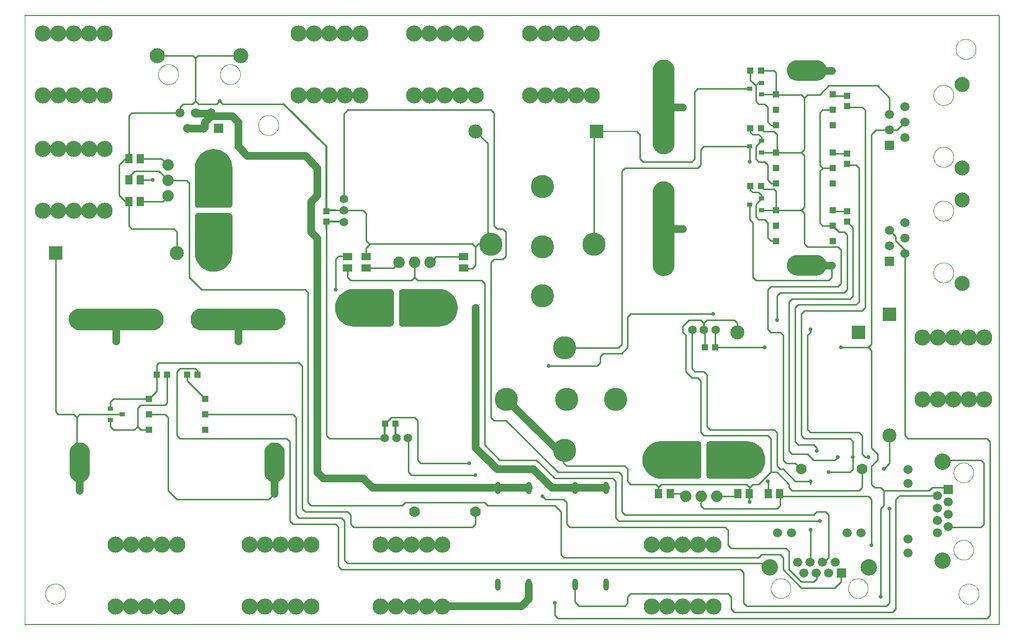
<source format=gbl>
G75*
%MOIN*%
%OFA0B0*%
%FSLAX25Y25*%
%IPPOS*%
%LPD*%
%AMOC8*
5,1,8,0,0,1.08239X$1,22.5*
%
%ADD10C,0.00000*%
%ADD11C,0.00600*%
%ADD12C,0.01000*%
%ADD13R,0.05937X0.05937*%
%ADD14C,0.05937*%
%ADD15C,0.10630*%
%ADD16R,0.05118X0.05906*%
%ADD17C,0.03740*%
%ADD18C,0.10394*%
%ADD19C,0.09744*%
%ADD20C,0.15000*%
%ADD21R,0.03543X0.03150*%
%ADD22R,0.04362X0.04362*%
%ADD23R,0.03937X0.04331*%
%ADD24R,0.09150X0.09150*%
%ADD25C,0.09150*%
%ADD26R,0.04331X0.03937*%
%ADD27C,0.00500*%
%ADD28C,0.05543*%
%ADD29R,0.05906X0.05118*%
%ADD30R,0.02500X0.05000*%
%ADD31R,0.05000X0.02500*%
%ADD32C,0.07000*%
%ADD33C,0.07400*%
%ADD34C,0.01200*%
%ADD35C,0.02578*%
%ADD36C,0.03839*%
%ADD37C,0.05000*%
D10*
X0001300Y0001300D02*
X0001300Y0395001D01*
X0087560Y0357009D02*
X0087562Y0357170D01*
X0087568Y0357330D01*
X0087578Y0357491D01*
X0087592Y0357651D01*
X0087610Y0357810D01*
X0087631Y0357970D01*
X0087657Y0358128D01*
X0087687Y0358286D01*
X0087720Y0358443D01*
X0087758Y0358600D01*
X0087799Y0358755D01*
X0087844Y0358909D01*
X0087893Y0359062D01*
X0087946Y0359214D01*
X0088002Y0359364D01*
X0088062Y0359513D01*
X0088126Y0359661D01*
X0088193Y0359807D01*
X0088264Y0359951D01*
X0088339Y0360093D01*
X0088417Y0360234D01*
X0088498Y0360372D01*
X0088583Y0360509D01*
X0088672Y0360643D01*
X0088763Y0360775D01*
X0088858Y0360905D01*
X0088956Y0361032D01*
X0089057Y0361157D01*
X0089161Y0361280D01*
X0089268Y0361399D01*
X0089378Y0361516D01*
X0089491Y0361631D01*
X0089607Y0361742D01*
X0089725Y0361851D01*
X0089846Y0361956D01*
X0089970Y0362059D01*
X0090096Y0362159D01*
X0090225Y0362255D01*
X0090356Y0362348D01*
X0090489Y0362438D01*
X0090624Y0362525D01*
X0090762Y0362608D01*
X0090901Y0362687D01*
X0091043Y0362764D01*
X0091186Y0362837D01*
X0091331Y0362906D01*
X0091478Y0362971D01*
X0091626Y0363033D01*
X0091776Y0363092D01*
X0091927Y0363146D01*
X0092079Y0363197D01*
X0092233Y0363244D01*
X0092388Y0363287D01*
X0092543Y0363326D01*
X0092700Y0363362D01*
X0092858Y0363394D01*
X0093016Y0363421D01*
X0093175Y0363445D01*
X0093334Y0363465D01*
X0093494Y0363481D01*
X0093655Y0363493D01*
X0093815Y0363501D01*
X0093976Y0363505D01*
X0094136Y0363505D01*
X0094297Y0363501D01*
X0094457Y0363493D01*
X0094618Y0363481D01*
X0094778Y0363465D01*
X0094937Y0363445D01*
X0095096Y0363421D01*
X0095254Y0363394D01*
X0095412Y0363362D01*
X0095569Y0363326D01*
X0095724Y0363287D01*
X0095879Y0363244D01*
X0096033Y0363197D01*
X0096185Y0363146D01*
X0096336Y0363092D01*
X0096486Y0363033D01*
X0096634Y0362971D01*
X0096781Y0362906D01*
X0096926Y0362837D01*
X0097069Y0362764D01*
X0097211Y0362687D01*
X0097350Y0362608D01*
X0097488Y0362525D01*
X0097623Y0362438D01*
X0097756Y0362348D01*
X0097887Y0362255D01*
X0098016Y0362159D01*
X0098142Y0362059D01*
X0098266Y0361956D01*
X0098387Y0361851D01*
X0098505Y0361742D01*
X0098621Y0361631D01*
X0098734Y0361516D01*
X0098844Y0361399D01*
X0098951Y0361280D01*
X0099055Y0361157D01*
X0099156Y0361032D01*
X0099254Y0360905D01*
X0099349Y0360775D01*
X0099440Y0360643D01*
X0099529Y0360509D01*
X0099614Y0360372D01*
X0099695Y0360234D01*
X0099773Y0360093D01*
X0099848Y0359951D01*
X0099919Y0359807D01*
X0099986Y0359661D01*
X0100050Y0359513D01*
X0100110Y0359364D01*
X0100166Y0359214D01*
X0100219Y0359062D01*
X0100268Y0358909D01*
X0100313Y0358755D01*
X0100354Y0358600D01*
X0100392Y0358443D01*
X0100425Y0358286D01*
X0100455Y0358128D01*
X0100481Y0357970D01*
X0100502Y0357810D01*
X0100520Y0357651D01*
X0100534Y0357491D01*
X0100544Y0357330D01*
X0100550Y0357170D01*
X0100552Y0357009D01*
X0100550Y0356848D01*
X0100544Y0356688D01*
X0100534Y0356527D01*
X0100520Y0356367D01*
X0100502Y0356208D01*
X0100481Y0356048D01*
X0100455Y0355890D01*
X0100425Y0355732D01*
X0100392Y0355575D01*
X0100354Y0355418D01*
X0100313Y0355263D01*
X0100268Y0355109D01*
X0100219Y0354956D01*
X0100166Y0354804D01*
X0100110Y0354654D01*
X0100050Y0354505D01*
X0099986Y0354357D01*
X0099919Y0354211D01*
X0099848Y0354067D01*
X0099773Y0353925D01*
X0099695Y0353784D01*
X0099614Y0353646D01*
X0099529Y0353509D01*
X0099440Y0353375D01*
X0099349Y0353243D01*
X0099254Y0353113D01*
X0099156Y0352986D01*
X0099055Y0352861D01*
X0098951Y0352738D01*
X0098844Y0352619D01*
X0098734Y0352502D01*
X0098621Y0352387D01*
X0098505Y0352276D01*
X0098387Y0352167D01*
X0098266Y0352062D01*
X0098142Y0351959D01*
X0098016Y0351859D01*
X0097887Y0351763D01*
X0097756Y0351670D01*
X0097623Y0351580D01*
X0097488Y0351493D01*
X0097350Y0351410D01*
X0097211Y0351331D01*
X0097069Y0351254D01*
X0096926Y0351181D01*
X0096781Y0351112D01*
X0096634Y0351047D01*
X0096486Y0350985D01*
X0096336Y0350926D01*
X0096185Y0350872D01*
X0096033Y0350821D01*
X0095879Y0350774D01*
X0095724Y0350731D01*
X0095569Y0350692D01*
X0095412Y0350656D01*
X0095254Y0350624D01*
X0095096Y0350597D01*
X0094937Y0350573D01*
X0094778Y0350553D01*
X0094618Y0350537D01*
X0094457Y0350525D01*
X0094297Y0350517D01*
X0094136Y0350513D01*
X0093976Y0350513D01*
X0093815Y0350517D01*
X0093655Y0350525D01*
X0093494Y0350537D01*
X0093334Y0350553D01*
X0093175Y0350573D01*
X0093016Y0350597D01*
X0092858Y0350624D01*
X0092700Y0350656D01*
X0092543Y0350692D01*
X0092388Y0350731D01*
X0092233Y0350774D01*
X0092079Y0350821D01*
X0091927Y0350872D01*
X0091776Y0350926D01*
X0091626Y0350985D01*
X0091478Y0351047D01*
X0091331Y0351112D01*
X0091186Y0351181D01*
X0091043Y0351254D01*
X0090901Y0351331D01*
X0090762Y0351410D01*
X0090624Y0351493D01*
X0090489Y0351580D01*
X0090356Y0351670D01*
X0090225Y0351763D01*
X0090096Y0351859D01*
X0089970Y0351959D01*
X0089846Y0352062D01*
X0089725Y0352167D01*
X0089607Y0352276D01*
X0089491Y0352387D01*
X0089378Y0352502D01*
X0089268Y0352619D01*
X0089161Y0352738D01*
X0089057Y0352861D01*
X0088956Y0352986D01*
X0088858Y0353113D01*
X0088763Y0353243D01*
X0088672Y0353375D01*
X0088583Y0353509D01*
X0088498Y0353646D01*
X0088417Y0353784D01*
X0088339Y0353925D01*
X0088264Y0354067D01*
X0088193Y0354211D01*
X0088126Y0354357D01*
X0088062Y0354505D01*
X0088002Y0354654D01*
X0087946Y0354804D01*
X0087893Y0354956D01*
X0087844Y0355109D01*
X0087799Y0355263D01*
X0087758Y0355418D01*
X0087720Y0355575D01*
X0087687Y0355732D01*
X0087657Y0355890D01*
X0087631Y0356048D01*
X0087610Y0356208D01*
X0087592Y0356367D01*
X0087578Y0356527D01*
X0087568Y0356688D01*
X0087562Y0356848D01*
X0087560Y0357009D01*
X0127560Y0357009D02*
X0127562Y0357170D01*
X0127568Y0357330D01*
X0127578Y0357491D01*
X0127592Y0357651D01*
X0127610Y0357810D01*
X0127631Y0357970D01*
X0127657Y0358128D01*
X0127687Y0358286D01*
X0127720Y0358443D01*
X0127758Y0358600D01*
X0127799Y0358755D01*
X0127844Y0358909D01*
X0127893Y0359062D01*
X0127946Y0359214D01*
X0128002Y0359364D01*
X0128062Y0359513D01*
X0128126Y0359661D01*
X0128193Y0359807D01*
X0128264Y0359951D01*
X0128339Y0360093D01*
X0128417Y0360234D01*
X0128498Y0360372D01*
X0128583Y0360509D01*
X0128672Y0360643D01*
X0128763Y0360775D01*
X0128858Y0360905D01*
X0128956Y0361032D01*
X0129057Y0361157D01*
X0129161Y0361280D01*
X0129268Y0361399D01*
X0129378Y0361516D01*
X0129491Y0361631D01*
X0129607Y0361742D01*
X0129725Y0361851D01*
X0129846Y0361956D01*
X0129970Y0362059D01*
X0130096Y0362159D01*
X0130225Y0362255D01*
X0130356Y0362348D01*
X0130489Y0362438D01*
X0130624Y0362525D01*
X0130762Y0362608D01*
X0130901Y0362687D01*
X0131043Y0362764D01*
X0131186Y0362837D01*
X0131331Y0362906D01*
X0131478Y0362971D01*
X0131626Y0363033D01*
X0131776Y0363092D01*
X0131927Y0363146D01*
X0132079Y0363197D01*
X0132233Y0363244D01*
X0132388Y0363287D01*
X0132543Y0363326D01*
X0132700Y0363362D01*
X0132858Y0363394D01*
X0133016Y0363421D01*
X0133175Y0363445D01*
X0133334Y0363465D01*
X0133494Y0363481D01*
X0133655Y0363493D01*
X0133815Y0363501D01*
X0133976Y0363505D01*
X0134136Y0363505D01*
X0134297Y0363501D01*
X0134457Y0363493D01*
X0134618Y0363481D01*
X0134778Y0363465D01*
X0134937Y0363445D01*
X0135096Y0363421D01*
X0135254Y0363394D01*
X0135412Y0363362D01*
X0135569Y0363326D01*
X0135724Y0363287D01*
X0135879Y0363244D01*
X0136033Y0363197D01*
X0136185Y0363146D01*
X0136336Y0363092D01*
X0136486Y0363033D01*
X0136634Y0362971D01*
X0136781Y0362906D01*
X0136926Y0362837D01*
X0137069Y0362764D01*
X0137211Y0362687D01*
X0137350Y0362608D01*
X0137488Y0362525D01*
X0137623Y0362438D01*
X0137756Y0362348D01*
X0137887Y0362255D01*
X0138016Y0362159D01*
X0138142Y0362059D01*
X0138266Y0361956D01*
X0138387Y0361851D01*
X0138505Y0361742D01*
X0138621Y0361631D01*
X0138734Y0361516D01*
X0138844Y0361399D01*
X0138951Y0361280D01*
X0139055Y0361157D01*
X0139156Y0361032D01*
X0139254Y0360905D01*
X0139349Y0360775D01*
X0139440Y0360643D01*
X0139529Y0360509D01*
X0139614Y0360372D01*
X0139695Y0360234D01*
X0139773Y0360093D01*
X0139848Y0359951D01*
X0139919Y0359807D01*
X0139986Y0359661D01*
X0140050Y0359513D01*
X0140110Y0359364D01*
X0140166Y0359214D01*
X0140219Y0359062D01*
X0140268Y0358909D01*
X0140313Y0358755D01*
X0140354Y0358600D01*
X0140392Y0358443D01*
X0140425Y0358286D01*
X0140455Y0358128D01*
X0140481Y0357970D01*
X0140502Y0357810D01*
X0140520Y0357651D01*
X0140534Y0357491D01*
X0140544Y0357330D01*
X0140550Y0357170D01*
X0140552Y0357009D01*
X0140550Y0356848D01*
X0140544Y0356688D01*
X0140534Y0356527D01*
X0140520Y0356367D01*
X0140502Y0356208D01*
X0140481Y0356048D01*
X0140455Y0355890D01*
X0140425Y0355732D01*
X0140392Y0355575D01*
X0140354Y0355418D01*
X0140313Y0355263D01*
X0140268Y0355109D01*
X0140219Y0354956D01*
X0140166Y0354804D01*
X0140110Y0354654D01*
X0140050Y0354505D01*
X0139986Y0354357D01*
X0139919Y0354211D01*
X0139848Y0354067D01*
X0139773Y0353925D01*
X0139695Y0353784D01*
X0139614Y0353646D01*
X0139529Y0353509D01*
X0139440Y0353375D01*
X0139349Y0353243D01*
X0139254Y0353113D01*
X0139156Y0352986D01*
X0139055Y0352861D01*
X0138951Y0352738D01*
X0138844Y0352619D01*
X0138734Y0352502D01*
X0138621Y0352387D01*
X0138505Y0352276D01*
X0138387Y0352167D01*
X0138266Y0352062D01*
X0138142Y0351959D01*
X0138016Y0351859D01*
X0137887Y0351763D01*
X0137756Y0351670D01*
X0137623Y0351580D01*
X0137488Y0351493D01*
X0137350Y0351410D01*
X0137211Y0351331D01*
X0137069Y0351254D01*
X0136926Y0351181D01*
X0136781Y0351112D01*
X0136634Y0351047D01*
X0136486Y0350985D01*
X0136336Y0350926D01*
X0136185Y0350872D01*
X0136033Y0350821D01*
X0135879Y0350774D01*
X0135724Y0350731D01*
X0135569Y0350692D01*
X0135412Y0350656D01*
X0135254Y0350624D01*
X0135096Y0350597D01*
X0134937Y0350573D01*
X0134778Y0350553D01*
X0134618Y0350537D01*
X0134457Y0350525D01*
X0134297Y0350517D01*
X0134136Y0350513D01*
X0133976Y0350513D01*
X0133815Y0350517D01*
X0133655Y0350525D01*
X0133494Y0350537D01*
X0133334Y0350553D01*
X0133175Y0350573D01*
X0133016Y0350597D01*
X0132858Y0350624D01*
X0132700Y0350656D01*
X0132543Y0350692D01*
X0132388Y0350731D01*
X0132233Y0350774D01*
X0132079Y0350821D01*
X0131927Y0350872D01*
X0131776Y0350926D01*
X0131626Y0350985D01*
X0131478Y0351047D01*
X0131331Y0351112D01*
X0131186Y0351181D01*
X0131043Y0351254D01*
X0130901Y0351331D01*
X0130762Y0351410D01*
X0130624Y0351493D01*
X0130489Y0351580D01*
X0130356Y0351670D01*
X0130225Y0351763D01*
X0130096Y0351859D01*
X0129970Y0351959D01*
X0129846Y0352062D01*
X0129725Y0352167D01*
X0129607Y0352276D01*
X0129491Y0352387D01*
X0129378Y0352502D01*
X0129268Y0352619D01*
X0129161Y0352738D01*
X0129057Y0352861D01*
X0128956Y0352986D01*
X0128858Y0353113D01*
X0128763Y0353243D01*
X0128672Y0353375D01*
X0128583Y0353509D01*
X0128498Y0353646D01*
X0128417Y0353784D01*
X0128339Y0353925D01*
X0128264Y0354067D01*
X0128193Y0354211D01*
X0128126Y0354357D01*
X0128062Y0354505D01*
X0128002Y0354654D01*
X0127946Y0354804D01*
X0127893Y0354956D01*
X0127844Y0355109D01*
X0127799Y0355263D01*
X0127758Y0355418D01*
X0127720Y0355575D01*
X0127687Y0355732D01*
X0127657Y0355890D01*
X0127631Y0356048D01*
X0127610Y0356208D01*
X0127592Y0356367D01*
X0127578Y0356527D01*
X0127568Y0356688D01*
X0127562Y0356848D01*
X0127560Y0357009D01*
X0152280Y0324135D02*
X0152282Y0324296D01*
X0152288Y0324456D01*
X0152298Y0324617D01*
X0152312Y0324777D01*
X0152330Y0324937D01*
X0152351Y0325096D01*
X0152377Y0325255D01*
X0152407Y0325413D01*
X0152440Y0325570D01*
X0152478Y0325727D01*
X0152519Y0325882D01*
X0152564Y0326036D01*
X0152613Y0326189D01*
X0152666Y0326341D01*
X0152722Y0326492D01*
X0152783Y0326641D01*
X0152846Y0326789D01*
X0152914Y0326935D01*
X0152985Y0327079D01*
X0153059Y0327221D01*
X0153137Y0327362D01*
X0153219Y0327500D01*
X0153304Y0327637D01*
X0153392Y0327771D01*
X0153484Y0327903D01*
X0153579Y0328033D01*
X0153677Y0328161D01*
X0153778Y0328286D01*
X0153882Y0328408D01*
X0153989Y0328528D01*
X0154099Y0328645D01*
X0154212Y0328760D01*
X0154328Y0328871D01*
X0154447Y0328980D01*
X0154568Y0329085D01*
X0154692Y0329188D01*
X0154818Y0329288D01*
X0154946Y0329384D01*
X0155077Y0329477D01*
X0155211Y0329567D01*
X0155346Y0329654D01*
X0155484Y0329737D01*
X0155623Y0329817D01*
X0155765Y0329893D01*
X0155908Y0329966D01*
X0156053Y0330035D01*
X0156200Y0330101D01*
X0156348Y0330163D01*
X0156498Y0330221D01*
X0156649Y0330276D01*
X0156802Y0330327D01*
X0156956Y0330374D01*
X0157111Y0330417D01*
X0157267Y0330456D01*
X0157423Y0330492D01*
X0157581Y0330523D01*
X0157739Y0330551D01*
X0157898Y0330575D01*
X0158058Y0330595D01*
X0158218Y0330611D01*
X0158378Y0330623D01*
X0158539Y0330631D01*
X0158700Y0330635D01*
X0158860Y0330635D01*
X0159021Y0330631D01*
X0159182Y0330623D01*
X0159342Y0330611D01*
X0159502Y0330595D01*
X0159662Y0330575D01*
X0159821Y0330551D01*
X0159979Y0330523D01*
X0160137Y0330492D01*
X0160293Y0330456D01*
X0160449Y0330417D01*
X0160604Y0330374D01*
X0160758Y0330327D01*
X0160911Y0330276D01*
X0161062Y0330221D01*
X0161212Y0330163D01*
X0161360Y0330101D01*
X0161507Y0330035D01*
X0161652Y0329966D01*
X0161795Y0329893D01*
X0161937Y0329817D01*
X0162076Y0329737D01*
X0162214Y0329654D01*
X0162349Y0329567D01*
X0162483Y0329477D01*
X0162614Y0329384D01*
X0162742Y0329288D01*
X0162868Y0329188D01*
X0162992Y0329085D01*
X0163113Y0328980D01*
X0163232Y0328871D01*
X0163348Y0328760D01*
X0163461Y0328645D01*
X0163571Y0328528D01*
X0163678Y0328408D01*
X0163782Y0328286D01*
X0163883Y0328161D01*
X0163981Y0328033D01*
X0164076Y0327903D01*
X0164168Y0327771D01*
X0164256Y0327637D01*
X0164341Y0327500D01*
X0164423Y0327362D01*
X0164501Y0327221D01*
X0164575Y0327079D01*
X0164646Y0326935D01*
X0164714Y0326789D01*
X0164777Y0326641D01*
X0164838Y0326492D01*
X0164894Y0326341D01*
X0164947Y0326189D01*
X0164996Y0326036D01*
X0165041Y0325882D01*
X0165082Y0325727D01*
X0165120Y0325570D01*
X0165153Y0325413D01*
X0165183Y0325255D01*
X0165209Y0325096D01*
X0165230Y0324937D01*
X0165248Y0324777D01*
X0165262Y0324617D01*
X0165272Y0324456D01*
X0165278Y0324296D01*
X0165280Y0324135D01*
X0165278Y0323974D01*
X0165272Y0323814D01*
X0165262Y0323653D01*
X0165248Y0323493D01*
X0165230Y0323333D01*
X0165209Y0323174D01*
X0165183Y0323015D01*
X0165153Y0322857D01*
X0165120Y0322700D01*
X0165082Y0322543D01*
X0165041Y0322388D01*
X0164996Y0322234D01*
X0164947Y0322081D01*
X0164894Y0321929D01*
X0164838Y0321778D01*
X0164777Y0321629D01*
X0164714Y0321481D01*
X0164646Y0321335D01*
X0164575Y0321191D01*
X0164501Y0321049D01*
X0164423Y0320908D01*
X0164341Y0320770D01*
X0164256Y0320633D01*
X0164168Y0320499D01*
X0164076Y0320367D01*
X0163981Y0320237D01*
X0163883Y0320109D01*
X0163782Y0319984D01*
X0163678Y0319862D01*
X0163571Y0319742D01*
X0163461Y0319625D01*
X0163348Y0319510D01*
X0163232Y0319399D01*
X0163113Y0319290D01*
X0162992Y0319185D01*
X0162868Y0319082D01*
X0162742Y0318982D01*
X0162614Y0318886D01*
X0162483Y0318793D01*
X0162349Y0318703D01*
X0162214Y0318616D01*
X0162076Y0318533D01*
X0161937Y0318453D01*
X0161795Y0318377D01*
X0161652Y0318304D01*
X0161507Y0318235D01*
X0161360Y0318169D01*
X0161212Y0318107D01*
X0161062Y0318049D01*
X0160911Y0317994D01*
X0160758Y0317943D01*
X0160604Y0317896D01*
X0160449Y0317853D01*
X0160293Y0317814D01*
X0160137Y0317778D01*
X0159979Y0317747D01*
X0159821Y0317719D01*
X0159662Y0317695D01*
X0159502Y0317675D01*
X0159342Y0317659D01*
X0159182Y0317647D01*
X0159021Y0317639D01*
X0158860Y0317635D01*
X0158700Y0317635D01*
X0158539Y0317639D01*
X0158378Y0317647D01*
X0158218Y0317659D01*
X0158058Y0317675D01*
X0157898Y0317695D01*
X0157739Y0317719D01*
X0157581Y0317747D01*
X0157423Y0317778D01*
X0157267Y0317814D01*
X0157111Y0317853D01*
X0156956Y0317896D01*
X0156802Y0317943D01*
X0156649Y0317994D01*
X0156498Y0318049D01*
X0156348Y0318107D01*
X0156200Y0318169D01*
X0156053Y0318235D01*
X0155908Y0318304D01*
X0155765Y0318377D01*
X0155623Y0318453D01*
X0155484Y0318533D01*
X0155346Y0318616D01*
X0155211Y0318703D01*
X0155077Y0318793D01*
X0154946Y0318886D01*
X0154818Y0318982D01*
X0154692Y0319082D01*
X0154568Y0319185D01*
X0154447Y0319290D01*
X0154328Y0319399D01*
X0154212Y0319510D01*
X0154099Y0319625D01*
X0153989Y0319742D01*
X0153882Y0319862D01*
X0153778Y0319984D01*
X0153677Y0320109D01*
X0153579Y0320237D01*
X0153484Y0320367D01*
X0153392Y0320499D01*
X0153304Y0320633D01*
X0153219Y0320770D01*
X0153137Y0320908D01*
X0153059Y0321049D01*
X0152985Y0321191D01*
X0152914Y0321335D01*
X0152846Y0321481D01*
X0152783Y0321629D01*
X0152722Y0321778D01*
X0152666Y0321929D01*
X0152613Y0322081D01*
X0152564Y0322234D01*
X0152519Y0322388D01*
X0152478Y0322543D01*
X0152440Y0322700D01*
X0152407Y0322857D01*
X0152377Y0323015D01*
X0152351Y0323174D01*
X0152330Y0323333D01*
X0152312Y0323493D01*
X0152298Y0323653D01*
X0152288Y0323814D01*
X0152282Y0323974D01*
X0152280Y0324135D01*
X0588702Y0343583D02*
X0588704Y0343744D01*
X0588710Y0343904D01*
X0588720Y0344065D01*
X0588734Y0344225D01*
X0588752Y0344384D01*
X0588773Y0344544D01*
X0588799Y0344702D01*
X0588829Y0344860D01*
X0588862Y0345017D01*
X0588900Y0345174D01*
X0588941Y0345329D01*
X0588986Y0345483D01*
X0589035Y0345636D01*
X0589088Y0345788D01*
X0589144Y0345938D01*
X0589204Y0346087D01*
X0589268Y0346235D01*
X0589335Y0346381D01*
X0589406Y0346525D01*
X0589481Y0346667D01*
X0589559Y0346808D01*
X0589640Y0346946D01*
X0589725Y0347083D01*
X0589814Y0347217D01*
X0589905Y0347349D01*
X0590000Y0347479D01*
X0590098Y0347606D01*
X0590199Y0347731D01*
X0590303Y0347854D01*
X0590410Y0347973D01*
X0590520Y0348090D01*
X0590633Y0348205D01*
X0590749Y0348316D01*
X0590867Y0348425D01*
X0590988Y0348530D01*
X0591112Y0348633D01*
X0591238Y0348733D01*
X0591367Y0348829D01*
X0591498Y0348922D01*
X0591631Y0349012D01*
X0591766Y0349099D01*
X0591904Y0349182D01*
X0592043Y0349261D01*
X0592185Y0349338D01*
X0592328Y0349411D01*
X0592473Y0349480D01*
X0592620Y0349545D01*
X0592768Y0349607D01*
X0592918Y0349666D01*
X0593069Y0349720D01*
X0593221Y0349771D01*
X0593375Y0349818D01*
X0593530Y0349861D01*
X0593685Y0349900D01*
X0593842Y0349936D01*
X0594000Y0349968D01*
X0594158Y0349995D01*
X0594317Y0350019D01*
X0594476Y0350039D01*
X0594636Y0350055D01*
X0594797Y0350067D01*
X0594957Y0350075D01*
X0595118Y0350079D01*
X0595278Y0350079D01*
X0595439Y0350075D01*
X0595599Y0350067D01*
X0595760Y0350055D01*
X0595920Y0350039D01*
X0596079Y0350019D01*
X0596238Y0349995D01*
X0596396Y0349968D01*
X0596554Y0349936D01*
X0596711Y0349900D01*
X0596866Y0349861D01*
X0597021Y0349818D01*
X0597175Y0349771D01*
X0597327Y0349720D01*
X0597478Y0349666D01*
X0597628Y0349607D01*
X0597776Y0349545D01*
X0597923Y0349480D01*
X0598068Y0349411D01*
X0598211Y0349338D01*
X0598353Y0349261D01*
X0598492Y0349182D01*
X0598630Y0349099D01*
X0598765Y0349012D01*
X0598898Y0348922D01*
X0599029Y0348829D01*
X0599158Y0348733D01*
X0599284Y0348633D01*
X0599408Y0348530D01*
X0599529Y0348425D01*
X0599647Y0348316D01*
X0599763Y0348205D01*
X0599876Y0348090D01*
X0599986Y0347973D01*
X0600093Y0347854D01*
X0600197Y0347731D01*
X0600298Y0347606D01*
X0600396Y0347479D01*
X0600491Y0347349D01*
X0600582Y0347217D01*
X0600671Y0347083D01*
X0600756Y0346946D01*
X0600837Y0346808D01*
X0600915Y0346667D01*
X0600990Y0346525D01*
X0601061Y0346381D01*
X0601128Y0346235D01*
X0601192Y0346087D01*
X0601252Y0345938D01*
X0601308Y0345788D01*
X0601361Y0345636D01*
X0601410Y0345483D01*
X0601455Y0345329D01*
X0601496Y0345174D01*
X0601534Y0345017D01*
X0601567Y0344860D01*
X0601597Y0344702D01*
X0601623Y0344544D01*
X0601644Y0344384D01*
X0601662Y0344225D01*
X0601676Y0344065D01*
X0601686Y0343904D01*
X0601692Y0343744D01*
X0601694Y0343583D01*
X0601692Y0343422D01*
X0601686Y0343262D01*
X0601676Y0343101D01*
X0601662Y0342941D01*
X0601644Y0342782D01*
X0601623Y0342622D01*
X0601597Y0342464D01*
X0601567Y0342306D01*
X0601534Y0342149D01*
X0601496Y0341992D01*
X0601455Y0341837D01*
X0601410Y0341683D01*
X0601361Y0341530D01*
X0601308Y0341378D01*
X0601252Y0341228D01*
X0601192Y0341079D01*
X0601128Y0340931D01*
X0601061Y0340785D01*
X0600990Y0340641D01*
X0600915Y0340499D01*
X0600837Y0340358D01*
X0600756Y0340220D01*
X0600671Y0340083D01*
X0600582Y0339949D01*
X0600491Y0339817D01*
X0600396Y0339687D01*
X0600298Y0339560D01*
X0600197Y0339435D01*
X0600093Y0339312D01*
X0599986Y0339193D01*
X0599876Y0339076D01*
X0599763Y0338961D01*
X0599647Y0338850D01*
X0599529Y0338741D01*
X0599408Y0338636D01*
X0599284Y0338533D01*
X0599158Y0338433D01*
X0599029Y0338337D01*
X0598898Y0338244D01*
X0598765Y0338154D01*
X0598630Y0338067D01*
X0598492Y0337984D01*
X0598353Y0337905D01*
X0598211Y0337828D01*
X0598068Y0337755D01*
X0597923Y0337686D01*
X0597776Y0337621D01*
X0597628Y0337559D01*
X0597478Y0337500D01*
X0597327Y0337446D01*
X0597175Y0337395D01*
X0597021Y0337348D01*
X0596866Y0337305D01*
X0596711Y0337266D01*
X0596554Y0337230D01*
X0596396Y0337198D01*
X0596238Y0337171D01*
X0596079Y0337147D01*
X0595920Y0337127D01*
X0595760Y0337111D01*
X0595599Y0337099D01*
X0595439Y0337091D01*
X0595278Y0337087D01*
X0595118Y0337087D01*
X0594957Y0337091D01*
X0594797Y0337099D01*
X0594636Y0337111D01*
X0594476Y0337127D01*
X0594317Y0337147D01*
X0594158Y0337171D01*
X0594000Y0337198D01*
X0593842Y0337230D01*
X0593685Y0337266D01*
X0593530Y0337305D01*
X0593375Y0337348D01*
X0593221Y0337395D01*
X0593069Y0337446D01*
X0592918Y0337500D01*
X0592768Y0337559D01*
X0592620Y0337621D01*
X0592473Y0337686D01*
X0592328Y0337755D01*
X0592185Y0337828D01*
X0592043Y0337905D01*
X0591904Y0337984D01*
X0591766Y0338067D01*
X0591631Y0338154D01*
X0591498Y0338244D01*
X0591367Y0338337D01*
X0591238Y0338433D01*
X0591112Y0338533D01*
X0590988Y0338636D01*
X0590867Y0338741D01*
X0590749Y0338850D01*
X0590633Y0338961D01*
X0590520Y0339076D01*
X0590410Y0339193D01*
X0590303Y0339312D01*
X0590199Y0339435D01*
X0590098Y0339560D01*
X0590000Y0339687D01*
X0589905Y0339817D01*
X0589814Y0339949D01*
X0589725Y0340083D01*
X0589640Y0340220D01*
X0589559Y0340358D01*
X0589481Y0340499D01*
X0589406Y0340641D01*
X0589335Y0340785D01*
X0589268Y0340931D01*
X0589204Y0341079D01*
X0589144Y0341228D01*
X0589088Y0341378D01*
X0589035Y0341530D01*
X0588986Y0341683D01*
X0588941Y0341837D01*
X0588900Y0341992D01*
X0588862Y0342149D01*
X0588829Y0342306D01*
X0588799Y0342464D01*
X0588773Y0342622D01*
X0588752Y0342782D01*
X0588734Y0342941D01*
X0588720Y0343101D01*
X0588710Y0343262D01*
X0588704Y0343422D01*
X0588702Y0343583D01*
X0603068Y0373347D02*
X0603070Y0373508D01*
X0603076Y0373668D01*
X0603086Y0373829D01*
X0603100Y0373989D01*
X0603118Y0374149D01*
X0603139Y0374308D01*
X0603165Y0374467D01*
X0603195Y0374625D01*
X0603228Y0374782D01*
X0603266Y0374939D01*
X0603307Y0375094D01*
X0603352Y0375248D01*
X0603401Y0375401D01*
X0603454Y0375553D01*
X0603510Y0375704D01*
X0603571Y0375853D01*
X0603634Y0376001D01*
X0603702Y0376147D01*
X0603773Y0376291D01*
X0603847Y0376433D01*
X0603925Y0376574D01*
X0604007Y0376712D01*
X0604092Y0376849D01*
X0604180Y0376983D01*
X0604272Y0377115D01*
X0604367Y0377245D01*
X0604465Y0377373D01*
X0604566Y0377498D01*
X0604670Y0377620D01*
X0604777Y0377740D01*
X0604887Y0377857D01*
X0605000Y0377972D01*
X0605116Y0378083D01*
X0605235Y0378192D01*
X0605356Y0378297D01*
X0605480Y0378400D01*
X0605606Y0378500D01*
X0605734Y0378596D01*
X0605865Y0378689D01*
X0605999Y0378779D01*
X0606134Y0378866D01*
X0606272Y0378949D01*
X0606411Y0379029D01*
X0606553Y0379105D01*
X0606696Y0379178D01*
X0606841Y0379247D01*
X0606988Y0379313D01*
X0607136Y0379375D01*
X0607286Y0379433D01*
X0607437Y0379488D01*
X0607590Y0379539D01*
X0607744Y0379586D01*
X0607899Y0379629D01*
X0608055Y0379668D01*
X0608211Y0379704D01*
X0608369Y0379735D01*
X0608527Y0379763D01*
X0608686Y0379787D01*
X0608846Y0379807D01*
X0609006Y0379823D01*
X0609166Y0379835D01*
X0609327Y0379843D01*
X0609488Y0379847D01*
X0609648Y0379847D01*
X0609809Y0379843D01*
X0609970Y0379835D01*
X0610130Y0379823D01*
X0610290Y0379807D01*
X0610450Y0379787D01*
X0610609Y0379763D01*
X0610767Y0379735D01*
X0610925Y0379704D01*
X0611081Y0379668D01*
X0611237Y0379629D01*
X0611392Y0379586D01*
X0611546Y0379539D01*
X0611699Y0379488D01*
X0611850Y0379433D01*
X0612000Y0379375D01*
X0612148Y0379313D01*
X0612295Y0379247D01*
X0612440Y0379178D01*
X0612583Y0379105D01*
X0612725Y0379029D01*
X0612864Y0378949D01*
X0613002Y0378866D01*
X0613137Y0378779D01*
X0613271Y0378689D01*
X0613402Y0378596D01*
X0613530Y0378500D01*
X0613656Y0378400D01*
X0613780Y0378297D01*
X0613901Y0378192D01*
X0614020Y0378083D01*
X0614136Y0377972D01*
X0614249Y0377857D01*
X0614359Y0377740D01*
X0614466Y0377620D01*
X0614570Y0377498D01*
X0614671Y0377373D01*
X0614769Y0377245D01*
X0614864Y0377115D01*
X0614956Y0376983D01*
X0615044Y0376849D01*
X0615129Y0376712D01*
X0615211Y0376574D01*
X0615289Y0376433D01*
X0615363Y0376291D01*
X0615434Y0376147D01*
X0615502Y0376001D01*
X0615565Y0375853D01*
X0615626Y0375704D01*
X0615682Y0375553D01*
X0615735Y0375401D01*
X0615784Y0375248D01*
X0615829Y0375094D01*
X0615870Y0374939D01*
X0615908Y0374782D01*
X0615941Y0374625D01*
X0615971Y0374467D01*
X0615997Y0374308D01*
X0616018Y0374149D01*
X0616036Y0373989D01*
X0616050Y0373829D01*
X0616060Y0373668D01*
X0616066Y0373508D01*
X0616068Y0373347D01*
X0616066Y0373186D01*
X0616060Y0373026D01*
X0616050Y0372865D01*
X0616036Y0372705D01*
X0616018Y0372545D01*
X0615997Y0372386D01*
X0615971Y0372227D01*
X0615941Y0372069D01*
X0615908Y0371912D01*
X0615870Y0371755D01*
X0615829Y0371600D01*
X0615784Y0371446D01*
X0615735Y0371293D01*
X0615682Y0371141D01*
X0615626Y0370990D01*
X0615565Y0370841D01*
X0615502Y0370693D01*
X0615434Y0370547D01*
X0615363Y0370403D01*
X0615289Y0370261D01*
X0615211Y0370120D01*
X0615129Y0369982D01*
X0615044Y0369845D01*
X0614956Y0369711D01*
X0614864Y0369579D01*
X0614769Y0369449D01*
X0614671Y0369321D01*
X0614570Y0369196D01*
X0614466Y0369074D01*
X0614359Y0368954D01*
X0614249Y0368837D01*
X0614136Y0368722D01*
X0614020Y0368611D01*
X0613901Y0368502D01*
X0613780Y0368397D01*
X0613656Y0368294D01*
X0613530Y0368194D01*
X0613402Y0368098D01*
X0613271Y0368005D01*
X0613137Y0367915D01*
X0613002Y0367828D01*
X0612864Y0367745D01*
X0612725Y0367665D01*
X0612583Y0367589D01*
X0612440Y0367516D01*
X0612295Y0367447D01*
X0612148Y0367381D01*
X0612000Y0367319D01*
X0611850Y0367261D01*
X0611699Y0367206D01*
X0611546Y0367155D01*
X0611392Y0367108D01*
X0611237Y0367065D01*
X0611081Y0367026D01*
X0610925Y0366990D01*
X0610767Y0366959D01*
X0610609Y0366931D01*
X0610450Y0366907D01*
X0610290Y0366887D01*
X0610130Y0366871D01*
X0609970Y0366859D01*
X0609809Y0366851D01*
X0609648Y0366847D01*
X0609488Y0366847D01*
X0609327Y0366851D01*
X0609166Y0366859D01*
X0609006Y0366871D01*
X0608846Y0366887D01*
X0608686Y0366907D01*
X0608527Y0366931D01*
X0608369Y0366959D01*
X0608211Y0366990D01*
X0608055Y0367026D01*
X0607899Y0367065D01*
X0607744Y0367108D01*
X0607590Y0367155D01*
X0607437Y0367206D01*
X0607286Y0367261D01*
X0607136Y0367319D01*
X0606988Y0367381D01*
X0606841Y0367447D01*
X0606696Y0367516D01*
X0606553Y0367589D01*
X0606411Y0367665D01*
X0606272Y0367745D01*
X0606134Y0367828D01*
X0605999Y0367915D01*
X0605865Y0368005D01*
X0605734Y0368098D01*
X0605606Y0368194D01*
X0605480Y0368294D01*
X0605356Y0368397D01*
X0605235Y0368502D01*
X0605116Y0368611D01*
X0605000Y0368722D01*
X0604887Y0368837D01*
X0604777Y0368954D01*
X0604670Y0369074D01*
X0604566Y0369196D01*
X0604465Y0369321D01*
X0604367Y0369449D01*
X0604272Y0369579D01*
X0604180Y0369711D01*
X0604092Y0369845D01*
X0604007Y0369982D01*
X0603925Y0370120D01*
X0603847Y0370261D01*
X0603773Y0370403D01*
X0603702Y0370547D01*
X0603634Y0370693D01*
X0603571Y0370841D01*
X0603510Y0370990D01*
X0603454Y0371141D01*
X0603401Y0371293D01*
X0603352Y0371446D01*
X0603307Y0371600D01*
X0603266Y0371755D01*
X0603228Y0371912D01*
X0603195Y0372069D01*
X0603165Y0372227D01*
X0603139Y0372386D01*
X0603118Y0372545D01*
X0603100Y0372705D01*
X0603086Y0372865D01*
X0603076Y0373026D01*
X0603070Y0373186D01*
X0603068Y0373347D01*
X0588702Y0303583D02*
X0588704Y0303744D01*
X0588710Y0303904D01*
X0588720Y0304065D01*
X0588734Y0304225D01*
X0588752Y0304384D01*
X0588773Y0304544D01*
X0588799Y0304702D01*
X0588829Y0304860D01*
X0588862Y0305017D01*
X0588900Y0305174D01*
X0588941Y0305329D01*
X0588986Y0305483D01*
X0589035Y0305636D01*
X0589088Y0305788D01*
X0589144Y0305938D01*
X0589204Y0306087D01*
X0589268Y0306235D01*
X0589335Y0306381D01*
X0589406Y0306525D01*
X0589481Y0306667D01*
X0589559Y0306808D01*
X0589640Y0306946D01*
X0589725Y0307083D01*
X0589814Y0307217D01*
X0589905Y0307349D01*
X0590000Y0307479D01*
X0590098Y0307606D01*
X0590199Y0307731D01*
X0590303Y0307854D01*
X0590410Y0307973D01*
X0590520Y0308090D01*
X0590633Y0308205D01*
X0590749Y0308316D01*
X0590867Y0308425D01*
X0590988Y0308530D01*
X0591112Y0308633D01*
X0591238Y0308733D01*
X0591367Y0308829D01*
X0591498Y0308922D01*
X0591631Y0309012D01*
X0591766Y0309099D01*
X0591904Y0309182D01*
X0592043Y0309261D01*
X0592185Y0309338D01*
X0592328Y0309411D01*
X0592473Y0309480D01*
X0592620Y0309545D01*
X0592768Y0309607D01*
X0592918Y0309666D01*
X0593069Y0309720D01*
X0593221Y0309771D01*
X0593375Y0309818D01*
X0593530Y0309861D01*
X0593685Y0309900D01*
X0593842Y0309936D01*
X0594000Y0309968D01*
X0594158Y0309995D01*
X0594317Y0310019D01*
X0594476Y0310039D01*
X0594636Y0310055D01*
X0594797Y0310067D01*
X0594957Y0310075D01*
X0595118Y0310079D01*
X0595278Y0310079D01*
X0595439Y0310075D01*
X0595599Y0310067D01*
X0595760Y0310055D01*
X0595920Y0310039D01*
X0596079Y0310019D01*
X0596238Y0309995D01*
X0596396Y0309968D01*
X0596554Y0309936D01*
X0596711Y0309900D01*
X0596866Y0309861D01*
X0597021Y0309818D01*
X0597175Y0309771D01*
X0597327Y0309720D01*
X0597478Y0309666D01*
X0597628Y0309607D01*
X0597776Y0309545D01*
X0597923Y0309480D01*
X0598068Y0309411D01*
X0598211Y0309338D01*
X0598353Y0309261D01*
X0598492Y0309182D01*
X0598630Y0309099D01*
X0598765Y0309012D01*
X0598898Y0308922D01*
X0599029Y0308829D01*
X0599158Y0308733D01*
X0599284Y0308633D01*
X0599408Y0308530D01*
X0599529Y0308425D01*
X0599647Y0308316D01*
X0599763Y0308205D01*
X0599876Y0308090D01*
X0599986Y0307973D01*
X0600093Y0307854D01*
X0600197Y0307731D01*
X0600298Y0307606D01*
X0600396Y0307479D01*
X0600491Y0307349D01*
X0600582Y0307217D01*
X0600671Y0307083D01*
X0600756Y0306946D01*
X0600837Y0306808D01*
X0600915Y0306667D01*
X0600990Y0306525D01*
X0601061Y0306381D01*
X0601128Y0306235D01*
X0601192Y0306087D01*
X0601252Y0305938D01*
X0601308Y0305788D01*
X0601361Y0305636D01*
X0601410Y0305483D01*
X0601455Y0305329D01*
X0601496Y0305174D01*
X0601534Y0305017D01*
X0601567Y0304860D01*
X0601597Y0304702D01*
X0601623Y0304544D01*
X0601644Y0304384D01*
X0601662Y0304225D01*
X0601676Y0304065D01*
X0601686Y0303904D01*
X0601692Y0303744D01*
X0601694Y0303583D01*
X0601692Y0303422D01*
X0601686Y0303262D01*
X0601676Y0303101D01*
X0601662Y0302941D01*
X0601644Y0302782D01*
X0601623Y0302622D01*
X0601597Y0302464D01*
X0601567Y0302306D01*
X0601534Y0302149D01*
X0601496Y0301992D01*
X0601455Y0301837D01*
X0601410Y0301683D01*
X0601361Y0301530D01*
X0601308Y0301378D01*
X0601252Y0301228D01*
X0601192Y0301079D01*
X0601128Y0300931D01*
X0601061Y0300785D01*
X0600990Y0300641D01*
X0600915Y0300499D01*
X0600837Y0300358D01*
X0600756Y0300220D01*
X0600671Y0300083D01*
X0600582Y0299949D01*
X0600491Y0299817D01*
X0600396Y0299687D01*
X0600298Y0299560D01*
X0600197Y0299435D01*
X0600093Y0299312D01*
X0599986Y0299193D01*
X0599876Y0299076D01*
X0599763Y0298961D01*
X0599647Y0298850D01*
X0599529Y0298741D01*
X0599408Y0298636D01*
X0599284Y0298533D01*
X0599158Y0298433D01*
X0599029Y0298337D01*
X0598898Y0298244D01*
X0598765Y0298154D01*
X0598630Y0298067D01*
X0598492Y0297984D01*
X0598353Y0297905D01*
X0598211Y0297828D01*
X0598068Y0297755D01*
X0597923Y0297686D01*
X0597776Y0297621D01*
X0597628Y0297559D01*
X0597478Y0297500D01*
X0597327Y0297446D01*
X0597175Y0297395D01*
X0597021Y0297348D01*
X0596866Y0297305D01*
X0596711Y0297266D01*
X0596554Y0297230D01*
X0596396Y0297198D01*
X0596238Y0297171D01*
X0596079Y0297147D01*
X0595920Y0297127D01*
X0595760Y0297111D01*
X0595599Y0297099D01*
X0595439Y0297091D01*
X0595278Y0297087D01*
X0595118Y0297087D01*
X0594957Y0297091D01*
X0594797Y0297099D01*
X0594636Y0297111D01*
X0594476Y0297127D01*
X0594317Y0297147D01*
X0594158Y0297171D01*
X0594000Y0297198D01*
X0593842Y0297230D01*
X0593685Y0297266D01*
X0593530Y0297305D01*
X0593375Y0297348D01*
X0593221Y0297395D01*
X0593069Y0297446D01*
X0592918Y0297500D01*
X0592768Y0297559D01*
X0592620Y0297621D01*
X0592473Y0297686D01*
X0592328Y0297755D01*
X0592185Y0297828D01*
X0592043Y0297905D01*
X0591904Y0297984D01*
X0591766Y0298067D01*
X0591631Y0298154D01*
X0591498Y0298244D01*
X0591367Y0298337D01*
X0591238Y0298433D01*
X0591112Y0298533D01*
X0590988Y0298636D01*
X0590867Y0298741D01*
X0590749Y0298850D01*
X0590633Y0298961D01*
X0590520Y0299076D01*
X0590410Y0299193D01*
X0590303Y0299312D01*
X0590199Y0299435D01*
X0590098Y0299560D01*
X0590000Y0299687D01*
X0589905Y0299817D01*
X0589814Y0299949D01*
X0589725Y0300083D01*
X0589640Y0300220D01*
X0589559Y0300358D01*
X0589481Y0300499D01*
X0589406Y0300641D01*
X0589335Y0300785D01*
X0589268Y0300931D01*
X0589204Y0301079D01*
X0589144Y0301228D01*
X0589088Y0301378D01*
X0589035Y0301530D01*
X0588986Y0301683D01*
X0588941Y0301837D01*
X0588900Y0301992D01*
X0588862Y0302149D01*
X0588829Y0302306D01*
X0588799Y0302464D01*
X0588773Y0302622D01*
X0588752Y0302782D01*
X0588734Y0302941D01*
X0588720Y0303101D01*
X0588710Y0303262D01*
X0588704Y0303422D01*
X0588702Y0303583D01*
X0588702Y0268780D02*
X0588704Y0268941D01*
X0588710Y0269101D01*
X0588720Y0269262D01*
X0588734Y0269422D01*
X0588752Y0269581D01*
X0588773Y0269741D01*
X0588799Y0269899D01*
X0588829Y0270057D01*
X0588862Y0270214D01*
X0588900Y0270371D01*
X0588941Y0270526D01*
X0588986Y0270680D01*
X0589035Y0270833D01*
X0589088Y0270985D01*
X0589144Y0271135D01*
X0589204Y0271284D01*
X0589268Y0271432D01*
X0589335Y0271578D01*
X0589406Y0271722D01*
X0589481Y0271864D01*
X0589559Y0272005D01*
X0589640Y0272143D01*
X0589725Y0272280D01*
X0589814Y0272414D01*
X0589905Y0272546D01*
X0590000Y0272676D01*
X0590098Y0272803D01*
X0590199Y0272928D01*
X0590303Y0273051D01*
X0590410Y0273170D01*
X0590520Y0273287D01*
X0590633Y0273402D01*
X0590749Y0273513D01*
X0590867Y0273622D01*
X0590988Y0273727D01*
X0591112Y0273830D01*
X0591238Y0273930D01*
X0591367Y0274026D01*
X0591498Y0274119D01*
X0591631Y0274209D01*
X0591766Y0274296D01*
X0591904Y0274379D01*
X0592043Y0274458D01*
X0592185Y0274535D01*
X0592328Y0274608D01*
X0592473Y0274677D01*
X0592620Y0274742D01*
X0592768Y0274804D01*
X0592918Y0274863D01*
X0593069Y0274917D01*
X0593221Y0274968D01*
X0593375Y0275015D01*
X0593530Y0275058D01*
X0593685Y0275097D01*
X0593842Y0275133D01*
X0594000Y0275165D01*
X0594158Y0275192D01*
X0594317Y0275216D01*
X0594476Y0275236D01*
X0594636Y0275252D01*
X0594797Y0275264D01*
X0594957Y0275272D01*
X0595118Y0275276D01*
X0595278Y0275276D01*
X0595439Y0275272D01*
X0595599Y0275264D01*
X0595760Y0275252D01*
X0595920Y0275236D01*
X0596079Y0275216D01*
X0596238Y0275192D01*
X0596396Y0275165D01*
X0596554Y0275133D01*
X0596711Y0275097D01*
X0596866Y0275058D01*
X0597021Y0275015D01*
X0597175Y0274968D01*
X0597327Y0274917D01*
X0597478Y0274863D01*
X0597628Y0274804D01*
X0597776Y0274742D01*
X0597923Y0274677D01*
X0598068Y0274608D01*
X0598211Y0274535D01*
X0598353Y0274458D01*
X0598492Y0274379D01*
X0598630Y0274296D01*
X0598765Y0274209D01*
X0598898Y0274119D01*
X0599029Y0274026D01*
X0599158Y0273930D01*
X0599284Y0273830D01*
X0599408Y0273727D01*
X0599529Y0273622D01*
X0599647Y0273513D01*
X0599763Y0273402D01*
X0599876Y0273287D01*
X0599986Y0273170D01*
X0600093Y0273051D01*
X0600197Y0272928D01*
X0600298Y0272803D01*
X0600396Y0272676D01*
X0600491Y0272546D01*
X0600582Y0272414D01*
X0600671Y0272280D01*
X0600756Y0272143D01*
X0600837Y0272005D01*
X0600915Y0271864D01*
X0600990Y0271722D01*
X0601061Y0271578D01*
X0601128Y0271432D01*
X0601192Y0271284D01*
X0601252Y0271135D01*
X0601308Y0270985D01*
X0601361Y0270833D01*
X0601410Y0270680D01*
X0601455Y0270526D01*
X0601496Y0270371D01*
X0601534Y0270214D01*
X0601567Y0270057D01*
X0601597Y0269899D01*
X0601623Y0269741D01*
X0601644Y0269581D01*
X0601662Y0269422D01*
X0601676Y0269262D01*
X0601686Y0269101D01*
X0601692Y0268941D01*
X0601694Y0268780D01*
X0601692Y0268619D01*
X0601686Y0268459D01*
X0601676Y0268298D01*
X0601662Y0268138D01*
X0601644Y0267979D01*
X0601623Y0267819D01*
X0601597Y0267661D01*
X0601567Y0267503D01*
X0601534Y0267346D01*
X0601496Y0267189D01*
X0601455Y0267034D01*
X0601410Y0266880D01*
X0601361Y0266727D01*
X0601308Y0266575D01*
X0601252Y0266425D01*
X0601192Y0266276D01*
X0601128Y0266128D01*
X0601061Y0265982D01*
X0600990Y0265838D01*
X0600915Y0265696D01*
X0600837Y0265555D01*
X0600756Y0265417D01*
X0600671Y0265280D01*
X0600582Y0265146D01*
X0600491Y0265014D01*
X0600396Y0264884D01*
X0600298Y0264757D01*
X0600197Y0264632D01*
X0600093Y0264509D01*
X0599986Y0264390D01*
X0599876Y0264273D01*
X0599763Y0264158D01*
X0599647Y0264047D01*
X0599529Y0263938D01*
X0599408Y0263833D01*
X0599284Y0263730D01*
X0599158Y0263630D01*
X0599029Y0263534D01*
X0598898Y0263441D01*
X0598765Y0263351D01*
X0598630Y0263264D01*
X0598492Y0263181D01*
X0598353Y0263102D01*
X0598211Y0263025D01*
X0598068Y0262952D01*
X0597923Y0262883D01*
X0597776Y0262818D01*
X0597628Y0262756D01*
X0597478Y0262697D01*
X0597327Y0262643D01*
X0597175Y0262592D01*
X0597021Y0262545D01*
X0596866Y0262502D01*
X0596711Y0262463D01*
X0596554Y0262427D01*
X0596396Y0262395D01*
X0596238Y0262368D01*
X0596079Y0262344D01*
X0595920Y0262324D01*
X0595760Y0262308D01*
X0595599Y0262296D01*
X0595439Y0262288D01*
X0595278Y0262284D01*
X0595118Y0262284D01*
X0594957Y0262288D01*
X0594797Y0262296D01*
X0594636Y0262308D01*
X0594476Y0262324D01*
X0594317Y0262344D01*
X0594158Y0262368D01*
X0594000Y0262395D01*
X0593842Y0262427D01*
X0593685Y0262463D01*
X0593530Y0262502D01*
X0593375Y0262545D01*
X0593221Y0262592D01*
X0593069Y0262643D01*
X0592918Y0262697D01*
X0592768Y0262756D01*
X0592620Y0262818D01*
X0592473Y0262883D01*
X0592328Y0262952D01*
X0592185Y0263025D01*
X0592043Y0263102D01*
X0591904Y0263181D01*
X0591766Y0263264D01*
X0591631Y0263351D01*
X0591498Y0263441D01*
X0591367Y0263534D01*
X0591238Y0263630D01*
X0591112Y0263730D01*
X0590988Y0263833D01*
X0590867Y0263938D01*
X0590749Y0264047D01*
X0590633Y0264158D01*
X0590520Y0264273D01*
X0590410Y0264390D01*
X0590303Y0264509D01*
X0590199Y0264632D01*
X0590098Y0264757D01*
X0590000Y0264884D01*
X0589905Y0265014D01*
X0589814Y0265146D01*
X0589725Y0265280D01*
X0589640Y0265417D01*
X0589559Y0265555D01*
X0589481Y0265696D01*
X0589406Y0265838D01*
X0589335Y0265982D01*
X0589268Y0266128D01*
X0589204Y0266276D01*
X0589144Y0266425D01*
X0589088Y0266575D01*
X0589035Y0266727D01*
X0588986Y0266880D01*
X0588941Y0267034D01*
X0588900Y0267189D01*
X0588862Y0267346D01*
X0588829Y0267503D01*
X0588799Y0267661D01*
X0588773Y0267819D01*
X0588752Y0267979D01*
X0588734Y0268138D01*
X0588720Y0268298D01*
X0588710Y0268459D01*
X0588704Y0268619D01*
X0588702Y0268780D01*
X0588702Y0228780D02*
X0588704Y0228941D01*
X0588710Y0229101D01*
X0588720Y0229262D01*
X0588734Y0229422D01*
X0588752Y0229581D01*
X0588773Y0229741D01*
X0588799Y0229899D01*
X0588829Y0230057D01*
X0588862Y0230214D01*
X0588900Y0230371D01*
X0588941Y0230526D01*
X0588986Y0230680D01*
X0589035Y0230833D01*
X0589088Y0230985D01*
X0589144Y0231135D01*
X0589204Y0231284D01*
X0589268Y0231432D01*
X0589335Y0231578D01*
X0589406Y0231722D01*
X0589481Y0231864D01*
X0589559Y0232005D01*
X0589640Y0232143D01*
X0589725Y0232280D01*
X0589814Y0232414D01*
X0589905Y0232546D01*
X0590000Y0232676D01*
X0590098Y0232803D01*
X0590199Y0232928D01*
X0590303Y0233051D01*
X0590410Y0233170D01*
X0590520Y0233287D01*
X0590633Y0233402D01*
X0590749Y0233513D01*
X0590867Y0233622D01*
X0590988Y0233727D01*
X0591112Y0233830D01*
X0591238Y0233930D01*
X0591367Y0234026D01*
X0591498Y0234119D01*
X0591631Y0234209D01*
X0591766Y0234296D01*
X0591904Y0234379D01*
X0592043Y0234458D01*
X0592185Y0234535D01*
X0592328Y0234608D01*
X0592473Y0234677D01*
X0592620Y0234742D01*
X0592768Y0234804D01*
X0592918Y0234863D01*
X0593069Y0234917D01*
X0593221Y0234968D01*
X0593375Y0235015D01*
X0593530Y0235058D01*
X0593685Y0235097D01*
X0593842Y0235133D01*
X0594000Y0235165D01*
X0594158Y0235192D01*
X0594317Y0235216D01*
X0594476Y0235236D01*
X0594636Y0235252D01*
X0594797Y0235264D01*
X0594957Y0235272D01*
X0595118Y0235276D01*
X0595278Y0235276D01*
X0595439Y0235272D01*
X0595599Y0235264D01*
X0595760Y0235252D01*
X0595920Y0235236D01*
X0596079Y0235216D01*
X0596238Y0235192D01*
X0596396Y0235165D01*
X0596554Y0235133D01*
X0596711Y0235097D01*
X0596866Y0235058D01*
X0597021Y0235015D01*
X0597175Y0234968D01*
X0597327Y0234917D01*
X0597478Y0234863D01*
X0597628Y0234804D01*
X0597776Y0234742D01*
X0597923Y0234677D01*
X0598068Y0234608D01*
X0598211Y0234535D01*
X0598353Y0234458D01*
X0598492Y0234379D01*
X0598630Y0234296D01*
X0598765Y0234209D01*
X0598898Y0234119D01*
X0599029Y0234026D01*
X0599158Y0233930D01*
X0599284Y0233830D01*
X0599408Y0233727D01*
X0599529Y0233622D01*
X0599647Y0233513D01*
X0599763Y0233402D01*
X0599876Y0233287D01*
X0599986Y0233170D01*
X0600093Y0233051D01*
X0600197Y0232928D01*
X0600298Y0232803D01*
X0600396Y0232676D01*
X0600491Y0232546D01*
X0600582Y0232414D01*
X0600671Y0232280D01*
X0600756Y0232143D01*
X0600837Y0232005D01*
X0600915Y0231864D01*
X0600990Y0231722D01*
X0601061Y0231578D01*
X0601128Y0231432D01*
X0601192Y0231284D01*
X0601252Y0231135D01*
X0601308Y0230985D01*
X0601361Y0230833D01*
X0601410Y0230680D01*
X0601455Y0230526D01*
X0601496Y0230371D01*
X0601534Y0230214D01*
X0601567Y0230057D01*
X0601597Y0229899D01*
X0601623Y0229741D01*
X0601644Y0229581D01*
X0601662Y0229422D01*
X0601676Y0229262D01*
X0601686Y0229101D01*
X0601692Y0228941D01*
X0601694Y0228780D01*
X0601692Y0228619D01*
X0601686Y0228459D01*
X0601676Y0228298D01*
X0601662Y0228138D01*
X0601644Y0227979D01*
X0601623Y0227819D01*
X0601597Y0227661D01*
X0601567Y0227503D01*
X0601534Y0227346D01*
X0601496Y0227189D01*
X0601455Y0227034D01*
X0601410Y0226880D01*
X0601361Y0226727D01*
X0601308Y0226575D01*
X0601252Y0226425D01*
X0601192Y0226276D01*
X0601128Y0226128D01*
X0601061Y0225982D01*
X0600990Y0225838D01*
X0600915Y0225696D01*
X0600837Y0225555D01*
X0600756Y0225417D01*
X0600671Y0225280D01*
X0600582Y0225146D01*
X0600491Y0225014D01*
X0600396Y0224884D01*
X0600298Y0224757D01*
X0600197Y0224632D01*
X0600093Y0224509D01*
X0599986Y0224390D01*
X0599876Y0224273D01*
X0599763Y0224158D01*
X0599647Y0224047D01*
X0599529Y0223938D01*
X0599408Y0223833D01*
X0599284Y0223730D01*
X0599158Y0223630D01*
X0599029Y0223534D01*
X0598898Y0223441D01*
X0598765Y0223351D01*
X0598630Y0223264D01*
X0598492Y0223181D01*
X0598353Y0223102D01*
X0598211Y0223025D01*
X0598068Y0222952D01*
X0597923Y0222883D01*
X0597776Y0222818D01*
X0597628Y0222756D01*
X0597478Y0222697D01*
X0597327Y0222643D01*
X0597175Y0222592D01*
X0597021Y0222545D01*
X0596866Y0222502D01*
X0596711Y0222463D01*
X0596554Y0222427D01*
X0596396Y0222395D01*
X0596238Y0222368D01*
X0596079Y0222344D01*
X0595920Y0222324D01*
X0595760Y0222308D01*
X0595599Y0222296D01*
X0595439Y0222288D01*
X0595278Y0222284D01*
X0595118Y0222284D01*
X0594957Y0222288D01*
X0594797Y0222296D01*
X0594636Y0222308D01*
X0594476Y0222324D01*
X0594317Y0222344D01*
X0594158Y0222368D01*
X0594000Y0222395D01*
X0593842Y0222427D01*
X0593685Y0222463D01*
X0593530Y0222502D01*
X0593375Y0222545D01*
X0593221Y0222592D01*
X0593069Y0222643D01*
X0592918Y0222697D01*
X0592768Y0222756D01*
X0592620Y0222818D01*
X0592473Y0222883D01*
X0592328Y0222952D01*
X0592185Y0223025D01*
X0592043Y0223102D01*
X0591904Y0223181D01*
X0591766Y0223264D01*
X0591631Y0223351D01*
X0591498Y0223441D01*
X0591367Y0223534D01*
X0591238Y0223630D01*
X0591112Y0223730D01*
X0590988Y0223833D01*
X0590867Y0223938D01*
X0590749Y0224047D01*
X0590633Y0224158D01*
X0590520Y0224273D01*
X0590410Y0224390D01*
X0590303Y0224509D01*
X0590199Y0224632D01*
X0590098Y0224757D01*
X0590000Y0224884D01*
X0589905Y0225014D01*
X0589814Y0225146D01*
X0589725Y0225280D01*
X0589640Y0225417D01*
X0589559Y0225555D01*
X0589481Y0225696D01*
X0589406Y0225838D01*
X0589335Y0225982D01*
X0589268Y0226128D01*
X0589204Y0226276D01*
X0589144Y0226425D01*
X0589088Y0226575D01*
X0589035Y0226727D01*
X0588986Y0226880D01*
X0588941Y0227034D01*
X0588900Y0227189D01*
X0588862Y0227346D01*
X0588829Y0227503D01*
X0588799Y0227661D01*
X0588773Y0227819D01*
X0588752Y0227979D01*
X0588734Y0228138D01*
X0588720Y0228298D01*
X0588710Y0228459D01*
X0588704Y0228619D01*
X0588702Y0228780D01*
X0601716Y0099411D02*
X0601718Y0099571D01*
X0601724Y0099730D01*
X0601734Y0099889D01*
X0601748Y0100048D01*
X0601766Y0100207D01*
X0601787Y0100365D01*
X0601813Y0100522D01*
X0601843Y0100679D01*
X0601876Y0100835D01*
X0601914Y0100990D01*
X0601955Y0101144D01*
X0602000Y0101297D01*
X0602049Y0101449D01*
X0602102Y0101599D01*
X0602158Y0101748D01*
X0602218Y0101896D01*
X0602282Y0102042D01*
X0602350Y0102187D01*
X0602421Y0102330D01*
X0602495Y0102471D01*
X0602573Y0102610D01*
X0602655Y0102747D01*
X0602740Y0102882D01*
X0602828Y0103015D01*
X0602919Y0103146D01*
X0603014Y0103274D01*
X0603112Y0103400D01*
X0603213Y0103524D01*
X0603317Y0103644D01*
X0603424Y0103763D01*
X0603534Y0103878D01*
X0603647Y0103991D01*
X0603762Y0104101D01*
X0603881Y0104208D01*
X0604001Y0104312D01*
X0604125Y0104413D01*
X0604251Y0104511D01*
X0604379Y0104606D01*
X0604510Y0104697D01*
X0604643Y0104785D01*
X0604778Y0104870D01*
X0604915Y0104952D01*
X0605054Y0105030D01*
X0605195Y0105104D01*
X0605338Y0105175D01*
X0605483Y0105243D01*
X0605629Y0105307D01*
X0605777Y0105367D01*
X0605926Y0105423D01*
X0606076Y0105476D01*
X0606228Y0105525D01*
X0606381Y0105570D01*
X0606535Y0105611D01*
X0606690Y0105649D01*
X0606846Y0105682D01*
X0607003Y0105712D01*
X0607160Y0105738D01*
X0607318Y0105759D01*
X0607477Y0105777D01*
X0607636Y0105791D01*
X0607795Y0105801D01*
X0607954Y0105807D01*
X0608114Y0105809D01*
X0608274Y0105807D01*
X0608433Y0105801D01*
X0608592Y0105791D01*
X0608751Y0105777D01*
X0608910Y0105759D01*
X0609068Y0105738D01*
X0609225Y0105712D01*
X0609382Y0105682D01*
X0609538Y0105649D01*
X0609693Y0105611D01*
X0609847Y0105570D01*
X0610000Y0105525D01*
X0610152Y0105476D01*
X0610302Y0105423D01*
X0610451Y0105367D01*
X0610599Y0105307D01*
X0610745Y0105243D01*
X0610890Y0105175D01*
X0611033Y0105104D01*
X0611174Y0105030D01*
X0611313Y0104952D01*
X0611450Y0104870D01*
X0611585Y0104785D01*
X0611718Y0104697D01*
X0611849Y0104606D01*
X0611977Y0104511D01*
X0612103Y0104413D01*
X0612227Y0104312D01*
X0612347Y0104208D01*
X0612466Y0104101D01*
X0612581Y0103991D01*
X0612694Y0103878D01*
X0612804Y0103763D01*
X0612911Y0103644D01*
X0613015Y0103524D01*
X0613116Y0103400D01*
X0613214Y0103274D01*
X0613309Y0103146D01*
X0613400Y0103015D01*
X0613488Y0102882D01*
X0613573Y0102747D01*
X0613655Y0102610D01*
X0613733Y0102471D01*
X0613807Y0102330D01*
X0613878Y0102187D01*
X0613946Y0102042D01*
X0614010Y0101896D01*
X0614070Y0101748D01*
X0614126Y0101599D01*
X0614179Y0101449D01*
X0614228Y0101297D01*
X0614273Y0101144D01*
X0614314Y0100990D01*
X0614352Y0100835D01*
X0614385Y0100679D01*
X0614415Y0100522D01*
X0614441Y0100365D01*
X0614462Y0100207D01*
X0614480Y0100048D01*
X0614494Y0099889D01*
X0614504Y0099730D01*
X0614510Y0099571D01*
X0614512Y0099411D01*
X0614510Y0099251D01*
X0614504Y0099092D01*
X0614494Y0098933D01*
X0614480Y0098774D01*
X0614462Y0098615D01*
X0614441Y0098457D01*
X0614415Y0098300D01*
X0614385Y0098143D01*
X0614352Y0097987D01*
X0614314Y0097832D01*
X0614273Y0097678D01*
X0614228Y0097525D01*
X0614179Y0097373D01*
X0614126Y0097223D01*
X0614070Y0097074D01*
X0614010Y0096926D01*
X0613946Y0096780D01*
X0613878Y0096635D01*
X0613807Y0096492D01*
X0613733Y0096351D01*
X0613655Y0096212D01*
X0613573Y0096075D01*
X0613488Y0095940D01*
X0613400Y0095807D01*
X0613309Y0095676D01*
X0613214Y0095548D01*
X0613116Y0095422D01*
X0613015Y0095298D01*
X0612911Y0095178D01*
X0612804Y0095059D01*
X0612694Y0094944D01*
X0612581Y0094831D01*
X0612466Y0094721D01*
X0612347Y0094614D01*
X0612227Y0094510D01*
X0612103Y0094409D01*
X0611977Y0094311D01*
X0611849Y0094216D01*
X0611718Y0094125D01*
X0611585Y0094037D01*
X0611450Y0093952D01*
X0611313Y0093870D01*
X0611174Y0093792D01*
X0611033Y0093718D01*
X0610890Y0093647D01*
X0610745Y0093579D01*
X0610599Y0093515D01*
X0610451Y0093455D01*
X0610302Y0093399D01*
X0610152Y0093346D01*
X0610000Y0093297D01*
X0609847Y0093252D01*
X0609693Y0093211D01*
X0609538Y0093173D01*
X0609382Y0093140D01*
X0609225Y0093110D01*
X0609068Y0093084D01*
X0608910Y0093063D01*
X0608751Y0093045D01*
X0608592Y0093031D01*
X0608433Y0093021D01*
X0608274Y0093015D01*
X0608114Y0093013D01*
X0607954Y0093015D01*
X0607795Y0093021D01*
X0607636Y0093031D01*
X0607477Y0093045D01*
X0607318Y0093063D01*
X0607160Y0093084D01*
X0607003Y0093110D01*
X0606846Y0093140D01*
X0606690Y0093173D01*
X0606535Y0093211D01*
X0606381Y0093252D01*
X0606228Y0093297D01*
X0606076Y0093346D01*
X0605926Y0093399D01*
X0605777Y0093455D01*
X0605629Y0093515D01*
X0605483Y0093579D01*
X0605338Y0093647D01*
X0605195Y0093718D01*
X0605054Y0093792D01*
X0604915Y0093870D01*
X0604778Y0093952D01*
X0604643Y0094037D01*
X0604510Y0094125D01*
X0604379Y0094216D01*
X0604251Y0094311D01*
X0604125Y0094409D01*
X0604001Y0094510D01*
X0603881Y0094614D01*
X0603762Y0094721D01*
X0603647Y0094831D01*
X0603534Y0094944D01*
X0603424Y0095059D01*
X0603317Y0095178D01*
X0603213Y0095298D01*
X0603112Y0095422D01*
X0603014Y0095548D01*
X0602919Y0095676D01*
X0602828Y0095807D01*
X0602740Y0095940D01*
X0602655Y0096075D01*
X0602573Y0096212D01*
X0602495Y0096351D01*
X0602421Y0096492D01*
X0602350Y0096635D01*
X0602282Y0096780D01*
X0602218Y0096926D01*
X0602158Y0097074D01*
X0602102Y0097223D01*
X0602049Y0097373D01*
X0602000Y0097525D01*
X0601955Y0097678D01*
X0601914Y0097832D01*
X0601876Y0097987D01*
X0601843Y0098143D01*
X0601813Y0098300D01*
X0601787Y0098457D01*
X0601766Y0098615D01*
X0601748Y0098774D01*
X0601734Y0098933D01*
X0601724Y0099092D01*
X0601718Y0099251D01*
X0601716Y0099411D01*
X0601716Y0049411D02*
X0601718Y0049571D01*
X0601724Y0049730D01*
X0601734Y0049889D01*
X0601748Y0050048D01*
X0601766Y0050207D01*
X0601787Y0050365D01*
X0601813Y0050522D01*
X0601843Y0050679D01*
X0601876Y0050835D01*
X0601914Y0050990D01*
X0601955Y0051144D01*
X0602000Y0051297D01*
X0602049Y0051449D01*
X0602102Y0051599D01*
X0602158Y0051748D01*
X0602218Y0051896D01*
X0602282Y0052042D01*
X0602350Y0052187D01*
X0602421Y0052330D01*
X0602495Y0052471D01*
X0602573Y0052610D01*
X0602655Y0052747D01*
X0602740Y0052882D01*
X0602828Y0053015D01*
X0602919Y0053146D01*
X0603014Y0053274D01*
X0603112Y0053400D01*
X0603213Y0053524D01*
X0603317Y0053644D01*
X0603424Y0053763D01*
X0603534Y0053878D01*
X0603647Y0053991D01*
X0603762Y0054101D01*
X0603881Y0054208D01*
X0604001Y0054312D01*
X0604125Y0054413D01*
X0604251Y0054511D01*
X0604379Y0054606D01*
X0604510Y0054697D01*
X0604643Y0054785D01*
X0604778Y0054870D01*
X0604915Y0054952D01*
X0605054Y0055030D01*
X0605195Y0055104D01*
X0605338Y0055175D01*
X0605483Y0055243D01*
X0605629Y0055307D01*
X0605777Y0055367D01*
X0605926Y0055423D01*
X0606076Y0055476D01*
X0606228Y0055525D01*
X0606381Y0055570D01*
X0606535Y0055611D01*
X0606690Y0055649D01*
X0606846Y0055682D01*
X0607003Y0055712D01*
X0607160Y0055738D01*
X0607318Y0055759D01*
X0607477Y0055777D01*
X0607636Y0055791D01*
X0607795Y0055801D01*
X0607954Y0055807D01*
X0608114Y0055809D01*
X0608274Y0055807D01*
X0608433Y0055801D01*
X0608592Y0055791D01*
X0608751Y0055777D01*
X0608910Y0055759D01*
X0609068Y0055738D01*
X0609225Y0055712D01*
X0609382Y0055682D01*
X0609538Y0055649D01*
X0609693Y0055611D01*
X0609847Y0055570D01*
X0610000Y0055525D01*
X0610152Y0055476D01*
X0610302Y0055423D01*
X0610451Y0055367D01*
X0610599Y0055307D01*
X0610745Y0055243D01*
X0610890Y0055175D01*
X0611033Y0055104D01*
X0611174Y0055030D01*
X0611313Y0054952D01*
X0611450Y0054870D01*
X0611585Y0054785D01*
X0611718Y0054697D01*
X0611849Y0054606D01*
X0611977Y0054511D01*
X0612103Y0054413D01*
X0612227Y0054312D01*
X0612347Y0054208D01*
X0612466Y0054101D01*
X0612581Y0053991D01*
X0612694Y0053878D01*
X0612804Y0053763D01*
X0612911Y0053644D01*
X0613015Y0053524D01*
X0613116Y0053400D01*
X0613214Y0053274D01*
X0613309Y0053146D01*
X0613400Y0053015D01*
X0613488Y0052882D01*
X0613573Y0052747D01*
X0613655Y0052610D01*
X0613733Y0052471D01*
X0613807Y0052330D01*
X0613878Y0052187D01*
X0613946Y0052042D01*
X0614010Y0051896D01*
X0614070Y0051748D01*
X0614126Y0051599D01*
X0614179Y0051449D01*
X0614228Y0051297D01*
X0614273Y0051144D01*
X0614314Y0050990D01*
X0614352Y0050835D01*
X0614385Y0050679D01*
X0614415Y0050522D01*
X0614441Y0050365D01*
X0614462Y0050207D01*
X0614480Y0050048D01*
X0614494Y0049889D01*
X0614504Y0049730D01*
X0614510Y0049571D01*
X0614512Y0049411D01*
X0614510Y0049251D01*
X0614504Y0049092D01*
X0614494Y0048933D01*
X0614480Y0048774D01*
X0614462Y0048615D01*
X0614441Y0048457D01*
X0614415Y0048300D01*
X0614385Y0048143D01*
X0614352Y0047987D01*
X0614314Y0047832D01*
X0614273Y0047678D01*
X0614228Y0047525D01*
X0614179Y0047373D01*
X0614126Y0047223D01*
X0614070Y0047074D01*
X0614010Y0046926D01*
X0613946Y0046780D01*
X0613878Y0046635D01*
X0613807Y0046492D01*
X0613733Y0046351D01*
X0613655Y0046212D01*
X0613573Y0046075D01*
X0613488Y0045940D01*
X0613400Y0045807D01*
X0613309Y0045676D01*
X0613214Y0045548D01*
X0613116Y0045422D01*
X0613015Y0045298D01*
X0612911Y0045178D01*
X0612804Y0045059D01*
X0612694Y0044944D01*
X0612581Y0044831D01*
X0612466Y0044721D01*
X0612347Y0044614D01*
X0612227Y0044510D01*
X0612103Y0044409D01*
X0611977Y0044311D01*
X0611849Y0044216D01*
X0611718Y0044125D01*
X0611585Y0044037D01*
X0611450Y0043952D01*
X0611313Y0043870D01*
X0611174Y0043792D01*
X0611033Y0043718D01*
X0610890Y0043647D01*
X0610745Y0043579D01*
X0610599Y0043515D01*
X0610451Y0043455D01*
X0610302Y0043399D01*
X0610152Y0043346D01*
X0610000Y0043297D01*
X0609847Y0043252D01*
X0609693Y0043211D01*
X0609538Y0043173D01*
X0609382Y0043140D01*
X0609225Y0043110D01*
X0609068Y0043084D01*
X0608910Y0043063D01*
X0608751Y0043045D01*
X0608592Y0043031D01*
X0608433Y0043021D01*
X0608274Y0043015D01*
X0608114Y0043013D01*
X0607954Y0043015D01*
X0607795Y0043021D01*
X0607636Y0043031D01*
X0607477Y0043045D01*
X0607318Y0043063D01*
X0607160Y0043084D01*
X0607003Y0043110D01*
X0606846Y0043140D01*
X0606690Y0043173D01*
X0606535Y0043211D01*
X0606381Y0043252D01*
X0606228Y0043297D01*
X0606076Y0043346D01*
X0605926Y0043399D01*
X0605777Y0043455D01*
X0605629Y0043515D01*
X0605483Y0043579D01*
X0605338Y0043647D01*
X0605195Y0043718D01*
X0605054Y0043792D01*
X0604915Y0043870D01*
X0604778Y0043952D01*
X0604643Y0044037D01*
X0604510Y0044125D01*
X0604379Y0044216D01*
X0604251Y0044311D01*
X0604125Y0044409D01*
X0604001Y0044510D01*
X0603881Y0044614D01*
X0603762Y0044721D01*
X0603647Y0044831D01*
X0603534Y0044944D01*
X0603424Y0045059D01*
X0603317Y0045178D01*
X0603213Y0045298D01*
X0603112Y0045422D01*
X0603014Y0045548D01*
X0602919Y0045676D01*
X0602828Y0045807D01*
X0602740Y0045940D01*
X0602655Y0046075D01*
X0602573Y0046212D01*
X0602495Y0046351D01*
X0602421Y0046492D01*
X0602350Y0046635D01*
X0602282Y0046780D01*
X0602218Y0046926D01*
X0602158Y0047074D01*
X0602102Y0047223D01*
X0602049Y0047373D01*
X0602000Y0047525D01*
X0601955Y0047678D01*
X0601914Y0047832D01*
X0601876Y0047987D01*
X0601843Y0048143D01*
X0601813Y0048300D01*
X0601787Y0048457D01*
X0601766Y0048615D01*
X0601748Y0048774D01*
X0601734Y0048933D01*
X0601724Y0049092D01*
X0601718Y0049251D01*
X0601716Y0049411D01*
X0605036Y0020985D02*
X0605038Y0021146D01*
X0605044Y0021306D01*
X0605054Y0021467D01*
X0605068Y0021627D01*
X0605086Y0021787D01*
X0605107Y0021946D01*
X0605133Y0022105D01*
X0605163Y0022263D01*
X0605196Y0022420D01*
X0605234Y0022577D01*
X0605275Y0022732D01*
X0605320Y0022886D01*
X0605369Y0023039D01*
X0605422Y0023191D01*
X0605478Y0023342D01*
X0605539Y0023491D01*
X0605602Y0023639D01*
X0605670Y0023785D01*
X0605741Y0023929D01*
X0605815Y0024071D01*
X0605893Y0024212D01*
X0605975Y0024350D01*
X0606060Y0024487D01*
X0606148Y0024621D01*
X0606240Y0024753D01*
X0606335Y0024883D01*
X0606433Y0025011D01*
X0606534Y0025136D01*
X0606638Y0025258D01*
X0606745Y0025378D01*
X0606855Y0025495D01*
X0606968Y0025610D01*
X0607084Y0025721D01*
X0607203Y0025830D01*
X0607324Y0025935D01*
X0607448Y0026038D01*
X0607574Y0026138D01*
X0607702Y0026234D01*
X0607833Y0026327D01*
X0607967Y0026417D01*
X0608102Y0026504D01*
X0608240Y0026587D01*
X0608379Y0026667D01*
X0608521Y0026743D01*
X0608664Y0026816D01*
X0608809Y0026885D01*
X0608956Y0026951D01*
X0609104Y0027013D01*
X0609254Y0027071D01*
X0609405Y0027126D01*
X0609558Y0027177D01*
X0609712Y0027224D01*
X0609867Y0027267D01*
X0610023Y0027306D01*
X0610179Y0027342D01*
X0610337Y0027373D01*
X0610495Y0027401D01*
X0610654Y0027425D01*
X0610814Y0027445D01*
X0610974Y0027461D01*
X0611134Y0027473D01*
X0611295Y0027481D01*
X0611456Y0027485D01*
X0611616Y0027485D01*
X0611777Y0027481D01*
X0611938Y0027473D01*
X0612098Y0027461D01*
X0612258Y0027445D01*
X0612418Y0027425D01*
X0612577Y0027401D01*
X0612735Y0027373D01*
X0612893Y0027342D01*
X0613049Y0027306D01*
X0613205Y0027267D01*
X0613360Y0027224D01*
X0613514Y0027177D01*
X0613667Y0027126D01*
X0613818Y0027071D01*
X0613968Y0027013D01*
X0614116Y0026951D01*
X0614263Y0026885D01*
X0614408Y0026816D01*
X0614551Y0026743D01*
X0614693Y0026667D01*
X0614832Y0026587D01*
X0614970Y0026504D01*
X0615105Y0026417D01*
X0615239Y0026327D01*
X0615370Y0026234D01*
X0615498Y0026138D01*
X0615624Y0026038D01*
X0615748Y0025935D01*
X0615869Y0025830D01*
X0615988Y0025721D01*
X0616104Y0025610D01*
X0616217Y0025495D01*
X0616327Y0025378D01*
X0616434Y0025258D01*
X0616538Y0025136D01*
X0616639Y0025011D01*
X0616737Y0024883D01*
X0616832Y0024753D01*
X0616924Y0024621D01*
X0617012Y0024487D01*
X0617097Y0024350D01*
X0617179Y0024212D01*
X0617257Y0024071D01*
X0617331Y0023929D01*
X0617402Y0023785D01*
X0617470Y0023639D01*
X0617533Y0023491D01*
X0617594Y0023342D01*
X0617650Y0023191D01*
X0617703Y0023039D01*
X0617752Y0022886D01*
X0617797Y0022732D01*
X0617838Y0022577D01*
X0617876Y0022420D01*
X0617909Y0022263D01*
X0617939Y0022105D01*
X0617965Y0021946D01*
X0617986Y0021787D01*
X0618004Y0021627D01*
X0618018Y0021467D01*
X0618028Y0021306D01*
X0618034Y0021146D01*
X0618036Y0020985D01*
X0618034Y0020824D01*
X0618028Y0020664D01*
X0618018Y0020503D01*
X0618004Y0020343D01*
X0617986Y0020183D01*
X0617965Y0020024D01*
X0617939Y0019865D01*
X0617909Y0019707D01*
X0617876Y0019550D01*
X0617838Y0019393D01*
X0617797Y0019238D01*
X0617752Y0019084D01*
X0617703Y0018931D01*
X0617650Y0018779D01*
X0617594Y0018628D01*
X0617533Y0018479D01*
X0617470Y0018331D01*
X0617402Y0018185D01*
X0617331Y0018041D01*
X0617257Y0017899D01*
X0617179Y0017758D01*
X0617097Y0017620D01*
X0617012Y0017483D01*
X0616924Y0017349D01*
X0616832Y0017217D01*
X0616737Y0017087D01*
X0616639Y0016959D01*
X0616538Y0016834D01*
X0616434Y0016712D01*
X0616327Y0016592D01*
X0616217Y0016475D01*
X0616104Y0016360D01*
X0615988Y0016249D01*
X0615869Y0016140D01*
X0615748Y0016035D01*
X0615624Y0015932D01*
X0615498Y0015832D01*
X0615370Y0015736D01*
X0615239Y0015643D01*
X0615105Y0015553D01*
X0614970Y0015466D01*
X0614832Y0015383D01*
X0614693Y0015303D01*
X0614551Y0015227D01*
X0614408Y0015154D01*
X0614263Y0015085D01*
X0614116Y0015019D01*
X0613968Y0014957D01*
X0613818Y0014899D01*
X0613667Y0014844D01*
X0613514Y0014793D01*
X0613360Y0014746D01*
X0613205Y0014703D01*
X0613049Y0014664D01*
X0612893Y0014628D01*
X0612735Y0014597D01*
X0612577Y0014569D01*
X0612418Y0014545D01*
X0612258Y0014525D01*
X0612098Y0014509D01*
X0611938Y0014497D01*
X0611777Y0014489D01*
X0611616Y0014485D01*
X0611456Y0014485D01*
X0611295Y0014489D01*
X0611134Y0014497D01*
X0610974Y0014509D01*
X0610814Y0014525D01*
X0610654Y0014545D01*
X0610495Y0014569D01*
X0610337Y0014597D01*
X0610179Y0014628D01*
X0610023Y0014664D01*
X0609867Y0014703D01*
X0609712Y0014746D01*
X0609558Y0014793D01*
X0609405Y0014844D01*
X0609254Y0014899D01*
X0609104Y0014957D01*
X0608956Y0015019D01*
X0608809Y0015085D01*
X0608664Y0015154D01*
X0608521Y0015227D01*
X0608379Y0015303D01*
X0608240Y0015383D01*
X0608102Y0015466D01*
X0607967Y0015553D01*
X0607833Y0015643D01*
X0607702Y0015736D01*
X0607574Y0015832D01*
X0607448Y0015932D01*
X0607324Y0016035D01*
X0607203Y0016140D01*
X0607084Y0016249D01*
X0606968Y0016360D01*
X0606855Y0016475D01*
X0606745Y0016592D01*
X0606638Y0016712D01*
X0606534Y0016834D01*
X0606433Y0016959D01*
X0606335Y0017087D01*
X0606240Y0017217D01*
X0606148Y0017349D01*
X0606060Y0017483D01*
X0605975Y0017620D01*
X0605893Y0017758D01*
X0605815Y0017899D01*
X0605741Y0018041D01*
X0605670Y0018185D01*
X0605602Y0018331D01*
X0605539Y0018479D01*
X0605478Y0018628D01*
X0605422Y0018779D01*
X0605369Y0018931D01*
X0605320Y0019084D01*
X0605275Y0019238D01*
X0605234Y0019393D01*
X0605196Y0019550D01*
X0605163Y0019707D01*
X0605133Y0019865D01*
X0605107Y0020024D01*
X0605086Y0020183D01*
X0605068Y0020343D01*
X0605054Y0020503D01*
X0605044Y0020664D01*
X0605038Y0020824D01*
X0605036Y0020985D01*
X0533601Y0024544D02*
X0533603Y0024704D01*
X0533609Y0024863D01*
X0533619Y0025022D01*
X0533633Y0025181D01*
X0533651Y0025340D01*
X0533672Y0025498D01*
X0533698Y0025655D01*
X0533728Y0025812D01*
X0533761Y0025968D01*
X0533799Y0026123D01*
X0533840Y0026277D01*
X0533885Y0026430D01*
X0533934Y0026582D01*
X0533987Y0026732D01*
X0534043Y0026881D01*
X0534103Y0027029D01*
X0534167Y0027175D01*
X0534235Y0027320D01*
X0534306Y0027463D01*
X0534380Y0027604D01*
X0534458Y0027743D01*
X0534540Y0027880D01*
X0534625Y0028015D01*
X0534713Y0028148D01*
X0534804Y0028279D01*
X0534899Y0028407D01*
X0534997Y0028533D01*
X0535098Y0028657D01*
X0535202Y0028777D01*
X0535309Y0028896D01*
X0535419Y0029011D01*
X0535532Y0029124D01*
X0535647Y0029234D01*
X0535766Y0029341D01*
X0535886Y0029445D01*
X0536010Y0029546D01*
X0536136Y0029644D01*
X0536264Y0029739D01*
X0536395Y0029830D01*
X0536528Y0029918D01*
X0536663Y0030003D01*
X0536800Y0030085D01*
X0536939Y0030163D01*
X0537080Y0030237D01*
X0537223Y0030308D01*
X0537368Y0030376D01*
X0537514Y0030440D01*
X0537662Y0030500D01*
X0537811Y0030556D01*
X0537961Y0030609D01*
X0538113Y0030658D01*
X0538266Y0030703D01*
X0538420Y0030744D01*
X0538575Y0030782D01*
X0538731Y0030815D01*
X0538888Y0030845D01*
X0539045Y0030871D01*
X0539203Y0030892D01*
X0539362Y0030910D01*
X0539521Y0030924D01*
X0539680Y0030934D01*
X0539839Y0030940D01*
X0539999Y0030942D01*
X0540159Y0030940D01*
X0540318Y0030934D01*
X0540477Y0030924D01*
X0540636Y0030910D01*
X0540795Y0030892D01*
X0540953Y0030871D01*
X0541110Y0030845D01*
X0541267Y0030815D01*
X0541423Y0030782D01*
X0541578Y0030744D01*
X0541732Y0030703D01*
X0541885Y0030658D01*
X0542037Y0030609D01*
X0542187Y0030556D01*
X0542336Y0030500D01*
X0542484Y0030440D01*
X0542630Y0030376D01*
X0542775Y0030308D01*
X0542918Y0030237D01*
X0543059Y0030163D01*
X0543198Y0030085D01*
X0543335Y0030003D01*
X0543470Y0029918D01*
X0543603Y0029830D01*
X0543734Y0029739D01*
X0543862Y0029644D01*
X0543988Y0029546D01*
X0544112Y0029445D01*
X0544232Y0029341D01*
X0544351Y0029234D01*
X0544466Y0029124D01*
X0544579Y0029011D01*
X0544689Y0028896D01*
X0544796Y0028777D01*
X0544900Y0028657D01*
X0545001Y0028533D01*
X0545099Y0028407D01*
X0545194Y0028279D01*
X0545285Y0028148D01*
X0545373Y0028015D01*
X0545458Y0027880D01*
X0545540Y0027743D01*
X0545618Y0027604D01*
X0545692Y0027463D01*
X0545763Y0027320D01*
X0545831Y0027175D01*
X0545895Y0027029D01*
X0545955Y0026881D01*
X0546011Y0026732D01*
X0546064Y0026582D01*
X0546113Y0026430D01*
X0546158Y0026277D01*
X0546199Y0026123D01*
X0546237Y0025968D01*
X0546270Y0025812D01*
X0546300Y0025655D01*
X0546326Y0025498D01*
X0546347Y0025340D01*
X0546365Y0025181D01*
X0546379Y0025022D01*
X0546389Y0024863D01*
X0546395Y0024704D01*
X0546397Y0024544D01*
X0546395Y0024384D01*
X0546389Y0024225D01*
X0546379Y0024066D01*
X0546365Y0023907D01*
X0546347Y0023748D01*
X0546326Y0023590D01*
X0546300Y0023433D01*
X0546270Y0023276D01*
X0546237Y0023120D01*
X0546199Y0022965D01*
X0546158Y0022811D01*
X0546113Y0022658D01*
X0546064Y0022506D01*
X0546011Y0022356D01*
X0545955Y0022207D01*
X0545895Y0022059D01*
X0545831Y0021913D01*
X0545763Y0021768D01*
X0545692Y0021625D01*
X0545618Y0021484D01*
X0545540Y0021345D01*
X0545458Y0021208D01*
X0545373Y0021073D01*
X0545285Y0020940D01*
X0545194Y0020809D01*
X0545099Y0020681D01*
X0545001Y0020555D01*
X0544900Y0020431D01*
X0544796Y0020311D01*
X0544689Y0020192D01*
X0544579Y0020077D01*
X0544466Y0019964D01*
X0544351Y0019854D01*
X0544232Y0019747D01*
X0544112Y0019643D01*
X0543988Y0019542D01*
X0543862Y0019444D01*
X0543734Y0019349D01*
X0543603Y0019258D01*
X0543470Y0019170D01*
X0543335Y0019085D01*
X0543198Y0019003D01*
X0543059Y0018925D01*
X0542918Y0018851D01*
X0542775Y0018780D01*
X0542630Y0018712D01*
X0542484Y0018648D01*
X0542336Y0018588D01*
X0542187Y0018532D01*
X0542037Y0018479D01*
X0541885Y0018430D01*
X0541732Y0018385D01*
X0541578Y0018344D01*
X0541423Y0018306D01*
X0541267Y0018273D01*
X0541110Y0018243D01*
X0540953Y0018217D01*
X0540795Y0018196D01*
X0540636Y0018178D01*
X0540477Y0018164D01*
X0540318Y0018154D01*
X0540159Y0018148D01*
X0539999Y0018146D01*
X0539839Y0018148D01*
X0539680Y0018154D01*
X0539521Y0018164D01*
X0539362Y0018178D01*
X0539203Y0018196D01*
X0539045Y0018217D01*
X0538888Y0018243D01*
X0538731Y0018273D01*
X0538575Y0018306D01*
X0538420Y0018344D01*
X0538266Y0018385D01*
X0538113Y0018430D01*
X0537961Y0018479D01*
X0537811Y0018532D01*
X0537662Y0018588D01*
X0537514Y0018648D01*
X0537368Y0018712D01*
X0537223Y0018780D01*
X0537080Y0018851D01*
X0536939Y0018925D01*
X0536800Y0019003D01*
X0536663Y0019085D01*
X0536528Y0019170D01*
X0536395Y0019258D01*
X0536264Y0019349D01*
X0536136Y0019444D01*
X0536010Y0019542D01*
X0535886Y0019643D01*
X0535766Y0019747D01*
X0535647Y0019854D01*
X0535532Y0019964D01*
X0535419Y0020077D01*
X0535309Y0020192D01*
X0535202Y0020311D01*
X0535098Y0020431D01*
X0534997Y0020555D01*
X0534899Y0020681D01*
X0534804Y0020809D01*
X0534713Y0020940D01*
X0534625Y0021073D01*
X0534540Y0021208D01*
X0534458Y0021345D01*
X0534380Y0021484D01*
X0534306Y0021625D01*
X0534235Y0021768D01*
X0534167Y0021913D01*
X0534103Y0022059D01*
X0534043Y0022207D01*
X0533987Y0022356D01*
X0533934Y0022506D01*
X0533885Y0022658D01*
X0533840Y0022811D01*
X0533799Y0022965D01*
X0533761Y0023120D01*
X0533728Y0023276D01*
X0533698Y0023433D01*
X0533672Y0023590D01*
X0533651Y0023748D01*
X0533633Y0023907D01*
X0533619Y0024066D01*
X0533609Y0024225D01*
X0533603Y0024384D01*
X0533601Y0024544D01*
X0483601Y0024544D02*
X0483603Y0024704D01*
X0483609Y0024863D01*
X0483619Y0025022D01*
X0483633Y0025181D01*
X0483651Y0025340D01*
X0483672Y0025498D01*
X0483698Y0025655D01*
X0483728Y0025812D01*
X0483761Y0025968D01*
X0483799Y0026123D01*
X0483840Y0026277D01*
X0483885Y0026430D01*
X0483934Y0026582D01*
X0483987Y0026732D01*
X0484043Y0026881D01*
X0484103Y0027029D01*
X0484167Y0027175D01*
X0484235Y0027320D01*
X0484306Y0027463D01*
X0484380Y0027604D01*
X0484458Y0027743D01*
X0484540Y0027880D01*
X0484625Y0028015D01*
X0484713Y0028148D01*
X0484804Y0028279D01*
X0484899Y0028407D01*
X0484997Y0028533D01*
X0485098Y0028657D01*
X0485202Y0028777D01*
X0485309Y0028896D01*
X0485419Y0029011D01*
X0485532Y0029124D01*
X0485647Y0029234D01*
X0485766Y0029341D01*
X0485886Y0029445D01*
X0486010Y0029546D01*
X0486136Y0029644D01*
X0486264Y0029739D01*
X0486395Y0029830D01*
X0486528Y0029918D01*
X0486663Y0030003D01*
X0486800Y0030085D01*
X0486939Y0030163D01*
X0487080Y0030237D01*
X0487223Y0030308D01*
X0487368Y0030376D01*
X0487514Y0030440D01*
X0487662Y0030500D01*
X0487811Y0030556D01*
X0487961Y0030609D01*
X0488113Y0030658D01*
X0488266Y0030703D01*
X0488420Y0030744D01*
X0488575Y0030782D01*
X0488731Y0030815D01*
X0488888Y0030845D01*
X0489045Y0030871D01*
X0489203Y0030892D01*
X0489362Y0030910D01*
X0489521Y0030924D01*
X0489680Y0030934D01*
X0489839Y0030940D01*
X0489999Y0030942D01*
X0490159Y0030940D01*
X0490318Y0030934D01*
X0490477Y0030924D01*
X0490636Y0030910D01*
X0490795Y0030892D01*
X0490953Y0030871D01*
X0491110Y0030845D01*
X0491267Y0030815D01*
X0491423Y0030782D01*
X0491578Y0030744D01*
X0491732Y0030703D01*
X0491885Y0030658D01*
X0492037Y0030609D01*
X0492187Y0030556D01*
X0492336Y0030500D01*
X0492484Y0030440D01*
X0492630Y0030376D01*
X0492775Y0030308D01*
X0492918Y0030237D01*
X0493059Y0030163D01*
X0493198Y0030085D01*
X0493335Y0030003D01*
X0493470Y0029918D01*
X0493603Y0029830D01*
X0493734Y0029739D01*
X0493862Y0029644D01*
X0493988Y0029546D01*
X0494112Y0029445D01*
X0494232Y0029341D01*
X0494351Y0029234D01*
X0494466Y0029124D01*
X0494579Y0029011D01*
X0494689Y0028896D01*
X0494796Y0028777D01*
X0494900Y0028657D01*
X0495001Y0028533D01*
X0495099Y0028407D01*
X0495194Y0028279D01*
X0495285Y0028148D01*
X0495373Y0028015D01*
X0495458Y0027880D01*
X0495540Y0027743D01*
X0495618Y0027604D01*
X0495692Y0027463D01*
X0495763Y0027320D01*
X0495831Y0027175D01*
X0495895Y0027029D01*
X0495955Y0026881D01*
X0496011Y0026732D01*
X0496064Y0026582D01*
X0496113Y0026430D01*
X0496158Y0026277D01*
X0496199Y0026123D01*
X0496237Y0025968D01*
X0496270Y0025812D01*
X0496300Y0025655D01*
X0496326Y0025498D01*
X0496347Y0025340D01*
X0496365Y0025181D01*
X0496379Y0025022D01*
X0496389Y0024863D01*
X0496395Y0024704D01*
X0496397Y0024544D01*
X0496395Y0024384D01*
X0496389Y0024225D01*
X0496379Y0024066D01*
X0496365Y0023907D01*
X0496347Y0023748D01*
X0496326Y0023590D01*
X0496300Y0023433D01*
X0496270Y0023276D01*
X0496237Y0023120D01*
X0496199Y0022965D01*
X0496158Y0022811D01*
X0496113Y0022658D01*
X0496064Y0022506D01*
X0496011Y0022356D01*
X0495955Y0022207D01*
X0495895Y0022059D01*
X0495831Y0021913D01*
X0495763Y0021768D01*
X0495692Y0021625D01*
X0495618Y0021484D01*
X0495540Y0021345D01*
X0495458Y0021208D01*
X0495373Y0021073D01*
X0495285Y0020940D01*
X0495194Y0020809D01*
X0495099Y0020681D01*
X0495001Y0020555D01*
X0494900Y0020431D01*
X0494796Y0020311D01*
X0494689Y0020192D01*
X0494579Y0020077D01*
X0494466Y0019964D01*
X0494351Y0019854D01*
X0494232Y0019747D01*
X0494112Y0019643D01*
X0493988Y0019542D01*
X0493862Y0019444D01*
X0493734Y0019349D01*
X0493603Y0019258D01*
X0493470Y0019170D01*
X0493335Y0019085D01*
X0493198Y0019003D01*
X0493059Y0018925D01*
X0492918Y0018851D01*
X0492775Y0018780D01*
X0492630Y0018712D01*
X0492484Y0018648D01*
X0492336Y0018588D01*
X0492187Y0018532D01*
X0492037Y0018479D01*
X0491885Y0018430D01*
X0491732Y0018385D01*
X0491578Y0018344D01*
X0491423Y0018306D01*
X0491267Y0018273D01*
X0491110Y0018243D01*
X0490953Y0018217D01*
X0490795Y0018196D01*
X0490636Y0018178D01*
X0490477Y0018164D01*
X0490318Y0018154D01*
X0490159Y0018148D01*
X0489999Y0018146D01*
X0489839Y0018148D01*
X0489680Y0018154D01*
X0489521Y0018164D01*
X0489362Y0018178D01*
X0489203Y0018196D01*
X0489045Y0018217D01*
X0488888Y0018243D01*
X0488731Y0018273D01*
X0488575Y0018306D01*
X0488420Y0018344D01*
X0488266Y0018385D01*
X0488113Y0018430D01*
X0487961Y0018479D01*
X0487811Y0018532D01*
X0487662Y0018588D01*
X0487514Y0018648D01*
X0487368Y0018712D01*
X0487223Y0018780D01*
X0487080Y0018851D01*
X0486939Y0018925D01*
X0486800Y0019003D01*
X0486663Y0019085D01*
X0486528Y0019170D01*
X0486395Y0019258D01*
X0486264Y0019349D01*
X0486136Y0019444D01*
X0486010Y0019542D01*
X0485886Y0019643D01*
X0485766Y0019747D01*
X0485647Y0019854D01*
X0485532Y0019964D01*
X0485419Y0020077D01*
X0485309Y0020192D01*
X0485202Y0020311D01*
X0485098Y0020431D01*
X0484997Y0020555D01*
X0484899Y0020681D01*
X0484804Y0020809D01*
X0484713Y0020940D01*
X0484625Y0021073D01*
X0484540Y0021208D01*
X0484458Y0021345D01*
X0484380Y0021484D01*
X0484306Y0021625D01*
X0484235Y0021768D01*
X0484167Y0021913D01*
X0484103Y0022059D01*
X0484043Y0022207D01*
X0483987Y0022356D01*
X0483934Y0022506D01*
X0483885Y0022658D01*
X0483840Y0022811D01*
X0483799Y0022965D01*
X0483761Y0023120D01*
X0483728Y0023276D01*
X0483698Y0023433D01*
X0483672Y0023590D01*
X0483651Y0023748D01*
X0483633Y0023907D01*
X0483619Y0024066D01*
X0483609Y0024225D01*
X0483603Y0024384D01*
X0483601Y0024544D01*
X0014485Y0020985D02*
X0014487Y0021146D01*
X0014493Y0021306D01*
X0014503Y0021467D01*
X0014517Y0021627D01*
X0014535Y0021787D01*
X0014556Y0021946D01*
X0014582Y0022105D01*
X0014612Y0022263D01*
X0014645Y0022420D01*
X0014683Y0022577D01*
X0014724Y0022732D01*
X0014769Y0022886D01*
X0014818Y0023039D01*
X0014871Y0023191D01*
X0014927Y0023342D01*
X0014988Y0023491D01*
X0015051Y0023639D01*
X0015119Y0023785D01*
X0015190Y0023929D01*
X0015264Y0024071D01*
X0015342Y0024212D01*
X0015424Y0024350D01*
X0015509Y0024487D01*
X0015597Y0024621D01*
X0015689Y0024753D01*
X0015784Y0024883D01*
X0015882Y0025011D01*
X0015983Y0025136D01*
X0016087Y0025258D01*
X0016194Y0025378D01*
X0016304Y0025495D01*
X0016417Y0025610D01*
X0016533Y0025721D01*
X0016652Y0025830D01*
X0016773Y0025935D01*
X0016897Y0026038D01*
X0017023Y0026138D01*
X0017151Y0026234D01*
X0017282Y0026327D01*
X0017416Y0026417D01*
X0017551Y0026504D01*
X0017689Y0026587D01*
X0017828Y0026667D01*
X0017970Y0026743D01*
X0018113Y0026816D01*
X0018258Y0026885D01*
X0018405Y0026951D01*
X0018553Y0027013D01*
X0018703Y0027071D01*
X0018854Y0027126D01*
X0019007Y0027177D01*
X0019161Y0027224D01*
X0019316Y0027267D01*
X0019472Y0027306D01*
X0019628Y0027342D01*
X0019786Y0027373D01*
X0019944Y0027401D01*
X0020103Y0027425D01*
X0020263Y0027445D01*
X0020423Y0027461D01*
X0020583Y0027473D01*
X0020744Y0027481D01*
X0020905Y0027485D01*
X0021065Y0027485D01*
X0021226Y0027481D01*
X0021387Y0027473D01*
X0021547Y0027461D01*
X0021707Y0027445D01*
X0021867Y0027425D01*
X0022026Y0027401D01*
X0022184Y0027373D01*
X0022342Y0027342D01*
X0022498Y0027306D01*
X0022654Y0027267D01*
X0022809Y0027224D01*
X0022963Y0027177D01*
X0023116Y0027126D01*
X0023267Y0027071D01*
X0023417Y0027013D01*
X0023565Y0026951D01*
X0023712Y0026885D01*
X0023857Y0026816D01*
X0024000Y0026743D01*
X0024142Y0026667D01*
X0024281Y0026587D01*
X0024419Y0026504D01*
X0024554Y0026417D01*
X0024688Y0026327D01*
X0024819Y0026234D01*
X0024947Y0026138D01*
X0025073Y0026038D01*
X0025197Y0025935D01*
X0025318Y0025830D01*
X0025437Y0025721D01*
X0025553Y0025610D01*
X0025666Y0025495D01*
X0025776Y0025378D01*
X0025883Y0025258D01*
X0025987Y0025136D01*
X0026088Y0025011D01*
X0026186Y0024883D01*
X0026281Y0024753D01*
X0026373Y0024621D01*
X0026461Y0024487D01*
X0026546Y0024350D01*
X0026628Y0024212D01*
X0026706Y0024071D01*
X0026780Y0023929D01*
X0026851Y0023785D01*
X0026919Y0023639D01*
X0026982Y0023491D01*
X0027043Y0023342D01*
X0027099Y0023191D01*
X0027152Y0023039D01*
X0027201Y0022886D01*
X0027246Y0022732D01*
X0027287Y0022577D01*
X0027325Y0022420D01*
X0027358Y0022263D01*
X0027388Y0022105D01*
X0027414Y0021946D01*
X0027435Y0021787D01*
X0027453Y0021627D01*
X0027467Y0021467D01*
X0027477Y0021306D01*
X0027483Y0021146D01*
X0027485Y0020985D01*
X0027483Y0020824D01*
X0027477Y0020664D01*
X0027467Y0020503D01*
X0027453Y0020343D01*
X0027435Y0020183D01*
X0027414Y0020024D01*
X0027388Y0019865D01*
X0027358Y0019707D01*
X0027325Y0019550D01*
X0027287Y0019393D01*
X0027246Y0019238D01*
X0027201Y0019084D01*
X0027152Y0018931D01*
X0027099Y0018779D01*
X0027043Y0018628D01*
X0026982Y0018479D01*
X0026919Y0018331D01*
X0026851Y0018185D01*
X0026780Y0018041D01*
X0026706Y0017899D01*
X0026628Y0017758D01*
X0026546Y0017620D01*
X0026461Y0017483D01*
X0026373Y0017349D01*
X0026281Y0017217D01*
X0026186Y0017087D01*
X0026088Y0016959D01*
X0025987Y0016834D01*
X0025883Y0016712D01*
X0025776Y0016592D01*
X0025666Y0016475D01*
X0025553Y0016360D01*
X0025437Y0016249D01*
X0025318Y0016140D01*
X0025197Y0016035D01*
X0025073Y0015932D01*
X0024947Y0015832D01*
X0024819Y0015736D01*
X0024688Y0015643D01*
X0024554Y0015553D01*
X0024419Y0015466D01*
X0024281Y0015383D01*
X0024142Y0015303D01*
X0024000Y0015227D01*
X0023857Y0015154D01*
X0023712Y0015085D01*
X0023565Y0015019D01*
X0023417Y0014957D01*
X0023267Y0014899D01*
X0023116Y0014844D01*
X0022963Y0014793D01*
X0022809Y0014746D01*
X0022654Y0014703D01*
X0022498Y0014664D01*
X0022342Y0014628D01*
X0022184Y0014597D01*
X0022026Y0014569D01*
X0021867Y0014545D01*
X0021707Y0014525D01*
X0021547Y0014509D01*
X0021387Y0014497D01*
X0021226Y0014489D01*
X0021065Y0014485D01*
X0020905Y0014485D01*
X0020744Y0014489D01*
X0020583Y0014497D01*
X0020423Y0014509D01*
X0020263Y0014525D01*
X0020103Y0014545D01*
X0019944Y0014569D01*
X0019786Y0014597D01*
X0019628Y0014628D01*
X0019472Y0014664D01*
X0019316Y0014703D01*
X0019161Y0014746D01*
X0019007Y0014793D01*
X0018854Y0014844D01*
X0018703Y0014899D01*
X0018553Y0014957D01*
X0018405Y0015019D01*
X0018258Y0015085D01*
X0018113Y0015154D01*
X0017970Y0015227D01*
X0017828Y0015303D01*
X0017689Y0015383D01*
X0017551Y0015466D01*
X0017416Y0015553D01*
X0017282Y0015643D01*
X0017151Y0015736D01*
X0017023Y0015832D01*
X0016897Y0015932D01*
X0016773Y0016035D01*
X0016652Y0016140D01*
X0016533Y0016249D01*
X0016417Y0016360D01*
X0016304Y0016475D01*
X0016194Y0016592D01*
X0016087Y0016712D01*
X0015983Y0016834D01*
X0015882Y0016959D01*
X0015784Y0017087D01*
X0015689Y0017217D01*
X0015597Y0017349D01*
X0015509Y0017483D01*
X0015424Y0017620D01*
X0015342Y0017758D01*
X0015264Y0017899D01*
X0015190Y0018041D01*
X0015119Y0018185D01*
X0015051Y0018331D01*
X0014988Y0018479D01*
X0014927Y0018628D01*
X0014871Y0018779D01*
X0014818Y0018931D01*
X0014769Y0019084D01*
X0014724Y0019238D01*
X0014683Y0019393D01*
X0014645Y0019550D01*
X0014612Y0019707D01*
X0014582Y0019865D01*
X0014556Y0020024D01*
X0014535Y0020183D01*
X0014517Y0020343D01*
X0014503Y0020503D01*
X0014493Y0020664D01*
X0014487Y0020824D01*
X0014485Y0020985D01*
D11*
X0001300Y0001300D02*
X0631221Y0001300D01*
X0631221Y0395001D01*
X0001300Y0395001D01*
X0371039Y0320198D02*
X0396969Y0320198D01*
D12*
X0398938Y0318229D01*
X0398938Y0302481D01*
X0400906Y0300513D01*
X0432402Y0300513D01*
X0434371Y0302481D01*
X0434371Y0345788D01*
X0436339Y0347757D01*
X0469804Y0347757D01*
X0471969Y0351497D02*
X0471772Y0351694D01*
X0473741Y0349725D01*
X0473741Y0339883D01*
X0475709Y0337914D01*
X0479646Y0337914D01*
X0481615Y0335946D01*
X0481615Y0326103D01*
X0483741Y0323977D01*
X0486989Y0323977D01*
X0485552Y0320198D02*
X0479056Y0320198D01*
X0477087Y0322166D01*
X0477678Y0322166D01*
X0475709Y0318229D02*
X0471772Y0318229D01*
X0470394Y0319607D01*
X0470394Y0322166D01*
X0475709Y0318229D02*
X0477481Y0316457D01*
X0477481Y0314095D01*
X0477678Y0314095D01*
X0477481Y0314095D02*
X0473741Y0310355D01*
X0473741Y0302481D01*
X0475709Y0300513D01*
X0479646Y0300513D01*
X0481615Y0298544D01*
X0481615Y0288702D01*
X0483741Y0286576D01*
X0486989Y0286576D01*
X0485341Y0286576D01*
X0485552Y0282796D02*
X0479056Y0282796D01*
X0477087Y0284765D01*
X0475709Y0280828D02*
X0471772Y0280828D01*
X0470394Y0282206D01*
X0470394Y0284765D01*
X0470394Y0283977D01*
X0475709Y0280828D02*
X0477678Y0278859D01*
X0477678Y0276694D01*
X0477481Y0276694D01*
X0473741Y0272954D01*
X0473741Y0265080D01*
X0475709Y0263111D01*
X0479646Y0263111D01*
X0481615Y0261143D01*
X0481615Y0251300D01*
X0483583Y0249331D01*
X0486831Y0249331D01*
X0486989Y0249174D01*
X0505237Y0247363D02*
X0507206Y0245394D01*
X0526891Y0245394D01*
X0528859Y0243426D01*
X0528859Y0221772D01*
X0526891Y0219804D01*
X0483583Y0219804D01*
X0481615Y0217835D01*
X0481615Y0192245D01*
X0483583Y0190276D01*
X0489489Y0190276D01*
X0491457Y0188308D01*
X0491457Y0107599D01*
X0493426Y0105631D01*
X0499331Y0105631D01*
X0503269Y0101694D01*
X0511143Y0107599D02*
X0507206Y0111536D01*
X0497363Y0111536D01*
X0495394Y0113505D01*
X0495394Y0209961D01*
X0497363Y0211930D01*
X0534765Y0211930D01*
X0536733Y0213898D01*
X0536733Y0257796D01*
X0532796Y0261733D01*
X0530828Y0255237D02*
X0527422Y0255237D01*
X0523485Y0259174D01*
X0523485Y0258643D01*
X0524922Y0257206D01*
X0523485Y0259174D02*
X0517048Y0259174D01*
X0515080Y0261143D01*
X0515080Y0294607D01*
X0517048Y0296576D01*
X0523485Y0296576D01*
X0517048Y0296576D02*
X0515080Y0298544D01*
X0515080Y0332009D01*
X0517048Y0333977D01*
X0523485Y0333977D01*
X0532796Y0336536D02*
X0533387Y0335946D01*
X0542639Y0335946D01*
X0544607Y0333977D01*
X0544607Y0206024D01*
X0542639Y0204056D01*
X0505237Y0204056D01*
X0503269Y0202087D01*
X0503269Y0123347D01*
X0505237Y0121379D01*
X0534765Y0121379D01*
X0536733Y0119410D01*
X0536733Y0109568D01*
X0536733Y0101694D01*
X0534765Y0099725D01*
X0520985Y0099725D01*
X0524922Y0107599D02*
X0511143Y0107599D01*
X0513111Y0113505D02*
X0513111Y0115473D01*
X0511143Y0117442D01*
X0501300Y0117442D01*
X0499331Y0119410D01*
X0499331Y0206024D01*
X0501300Y0207993D01*
X0538702Y0207993D01*
X0540670Y0209961D01*
X0540670Y0296576D01*
X0538702Y0298544D01*
X0533387Y0298544D01*
X0532796Y0299135D01*
X0532796Y0305828D02*
X0524233Y0305828D01*
X0523485Y0306576D01*
X0505237Y0308387D02*
X0503269Y0306418D01*
X0503111Y0306576D01*
X0487520Y0306576D01*
X0487520Y0318229D01*
X0485552Y0320198D01*
X0486950Y0306615D02*
X0477678Y0306615D01*
X0469804Y0310355D02*
X0469804Y0300513D01*
X0469804Y0310355D02*
X0440276Y0310355D01*
X0438308Y0308387D01*
X0438308Y0298544D01*
X0436339Y0296576D01*
X0389095Y0296576D01*
X0387127Y0294607D01*
X0387127Y0182402D01*
X0384944Y0180219D01*
X0350090Y0180219D01*
X0349725Y0179855D01*
X0339883Y0168623D02*
X0371379Y0168623D01*
X0373347Y0170591D01*
X0373347Y0174528D01*
X0375316Y0176497D01*
X0387127Y0176497D01*
X0391064Y0180434D01*
X0391064Y0200119D01*
X0393032Y0202087D01*
X0446182Y0202087D01*
X0442245Y0198150D02*
X0440276Y0196182D01*
X0440276Y0191851D01*
X0440867Y0191261D01*
X0440867Y0180434D01*
X0447560Y0180434D02*
X0479646Y0180434D01*
X0461930Y0190276D02*
X0461930Y0196182D01*
X0459961Y0198150D01*
X0442245Y0198150D01*
X0440276Y0196182D02*
X0438308Y0198150D01*
X0430434Y0198150D01*
X0426497Y0194213D01*
X0426497Y0190276D01*
X0428465Y0188308D01*
X0428465Y0164686D01*
X0432402Y0160749D01*
X0436339Y0160749D01*
X0438308Y0158780D01*
X0438308Y0125316D01*
X0440276Y0123347D01*
X0481615Y0123347D01*
X0483583Y0121379D01*
X0483583Y0099725D01*
X0487520Y0099725D01*
X0495394Y0091851D01*
X0495394Y0089883D01*
X0497363Y0087914D01*
X0540670Y0087914D01*
X0542639Y0089883D01*
X0542639Y0101694D01*
X0544607Y0103662D01*
X0548544Y0103662D02*
X0552481Y0107599D01*
X0552481Y0111536D01*
X0548544Y0115473D01*
X0548544Y0178465D01*
X0546576Y0180434D01*
X0548544Y0182402D01*
X0548544Y0318229D01*
X0551418Y0321103D01*
X0560198Y0321103D01*
X0565198Y0321103D01*
X0570198Y0326103D01*
X0560355Y0331261D02*
X0560198Y0331103D01*
X0560355Y0331261D02*
X0560355Y0341851D01*
X0552481Y0349725D01*
X0520985Y0349725D01*
X0515080Y0343820D01*
X0507206Y0343820D01*
X0505237Y0341851D01*
X0503269Y0343820D01*
X0487146Y0343820D01*
X0486989Y0343977D01*
X0486989Y0358131D01*
X0485552Y0359568D01*
X0477087Y0359568D01*
X0470394Y0359568D02*
X0470394Y0353072D01*
X0471772Y0351694D01*
X0473741Y0349725D02*
X0475709Y0351694D01*
X0477481Y0351694D01*
X0477678Y0351497D01*
X0477678Y0344017D02*
X0477717Y0343977D01*
X0486989Y0343977D01*
X0505237Y0341851D02*
X0505237Y0308387D01*
X0503269Y0306418D02*
X0505237Y0304450D01*
X0505237Y0270985D01*
X0503269Y0269017D01*
X0487146Y0269017D01*
X0486989Y0269174D01*
X0486989Y0281359D01*
X0485552Y0282796D01*
X0469804Y0272954D02*
X0469804Y0263111D01*
X0471772Y0261143D01*
X0471772Y0225709D01*
X0473741Y0223741D01*
X0520985Y0223741D01*
X0522954Y0225709D01*
X0522954Y0233583D01*
X0532796Y0217835D02*
X0532796Y0253269D01*
X0530828Y0255237D01*
X0532796Y0268426D02*
X0524233Y0268426D01*
X0523485Y0269174D01*
X0505237Y0267048D02*
X0505237Y0247363D01*
X0505237Y0267048D02*
X0503269Y0269017D01*
X0486989Y0269174D02*
X0477717Y0269174D01*
X0477678Y0269213D01*
X0486989Y0306576D02*
X0487520Y0306576D01*
X0486989Y0306576D02*
X0486950Y0306615D01*
X0523643Y0343820D02*
X0523485Y0343977D01*
X0524233Y0343229D01*
X0532796Y0343229D01*
X0560198Y0256300D02*
X0564292Y0252206D01*
X0564292Y0249331D01*
X0570198Y0243426D01*
X0570198Y0241300D01*
X0570198Y0123347D01*
X0572166Y0121379D01*
X0623347Y0121379D01*
X0625316Y0119410D01*
X0625316Y0007206D01*
X0623347Y0005237D01*
X0345788Y0005237D01*
X0343820Y0007206D01*
X0343820Y0015080D01*
X0356855Y0015824D02*
X0359568Y0013111D01*
X0389095Y0013111D01*
X0391064Y0015080D01*
X0391064Y0019017D01*
X0393032Y0020985D01*
X0456024Y0020985D01*
X0457993Y0019017D01*
X0457993Y0011143D01*
X0459961Y0009174D01*
X0562324Y0009174D01*
X0564292Y0011143D01*
X0564292Y0082009D01*
X0566773Y0084490D01*
X0591107Y0084490D01*
X0585946Y0087914D02*
X0587914Y0089883D01*
X0595788Y0089883D01*
X0597165Y0088505D01*
X0598114Y0088505D01*
X0585946Y0087914D02*
X0556418Y0087914D01*
X0556418Y0078072D01*
X0554450Y0076103D01*
X0554450Y0019017D01*
X0560355Y0015080D02*
X0560355Y0076103D01*
X0548544Y0082009D02*
X0546576Y0083977D01*
X0491261Y0083977D01*
X0489292Y0085946D01*
X0489489Y0085749D01*
X0489489Y0078072D01*
X0487520Y0076103D01*
X0440276Y0076103D01*
X0438308Y0078072D01*
X0438308Y0080040D01*
X0438702Y0080434D01*
X0438702Y0083977D01*
X0448702Y0083977D02*
X0460158Y0083977D01*
X0462127Y0085946D01*
X0469607Y0085946D02*
X0469607Y0089686D01*
X0469804Y0089883D01*
X0467835Y0091851D01*
X0412717Y0091851D01*
X0410946Y0090080D01*
X0409174Y0091851D01*
X0393032Y0091851D01*
X0391064Y0093820D01*
X0391064Y0101694D01*
X0389095Y0103662D01*
X0351694Y0103662D01*
X0349725Y0105631D01*
X0349725Y0109568D01*
X0350090Y0109932D01*
X0350090Y0113719D01*
X0343820Y0095788D02*
X0332009Y0107599D01*
X0308387Y0107599D01*
X0298544Y0117442D01*
X0298544Y0221772D01*
X0296576Y0223741D01*
X0255237Y0223741D01*
X0253269Y0225709D01*
X0253269Y0235552D01*
X0263269Y0235552D02*
X0267009Y0239292D01*
X0284765Y0239292D01*
X0292639Y0233583D02*
X0292639Y0245394D01*
X0294607Y0247363D01*
X0302331Y0247363D01*
X0302331Y0251450D01*
X0300513Y0253269D01*
X0300513Y0312324D01*
X0292639Y0320198D01*
X0304450Y0332009D02*
X0302481Y0333977D01*
X0209961Y0333977D01*
X0207599Y0331615D01*
X0207599Y0276536D01*
X0207599Y0269017D02*
X0202087Y0269017D01*
X0207599Y0269017D02*
X0219804Y0269017D01*
X0221772Y0267048D01*
X0221772Y0249331D01*
X0223741Y0247363D01*
X0290670Y0247363D01*
X0292639Y0245394D01*
X0302331Y0247363D02*
X0302696Y0246998D01*
X0306418Y0257206D02*
X0310355Y0257206D01*
X0312324Y0255237D01*
X0312324Y0239489D01*
X0310355Y0237520D01*
X0304450Y0237520D01*
X0302481Y0235552D01*
X0302481Y0135158D01*
X0304450Y0133190D01*
X0312324Y0133190D01*
X0345788Y0099725D01*
X0385158Y0099725D01*
X0387127Y0097757D01*
X0387127Y0074135D01*
X0389095Y0072166D01*
X0511143Y0072166D01*
X0513111Y0074135D01*
X0519017Y0074135D01*
X0520985Y0072166D01*
X0520985Y0044607D01*
X0517929Y0041551D01*
X0517046Y0041551D01*
X0509174Y0041711D02*
X0509174Y0062324D01*
X0515080Y0068229D02*
X0385158Y0068229D01*
X0383190Y0070198D01*
X0383190Y0093820D01*
X0381221Y0095788D01*
X0343820Y0095788D01*
X0335946Y0083977D02*
X0337914Y0082009D01*
X0349725Y0082009D01*
X0351694Y0080040D01*
X0351694Y0066261D01*
X0353662Y0064292D01*
X0454056Y0064292D01*
X0456024Y0062324D01*
X0456024Y0052481D01*
X0457993Y0050513D01*
X0493426Y0050513D01*
X0495394Y0048544D01*
X0495394Y0036733D01*
X0503269Y0028859D01*
X0511143Y0028859D01*
X0513111Y0030828D01*
X0513111Y0034463D01*
X0513030Y0034544D01*
X0509014Y0041551D02*
X0509174Y0041711D01*
X0503269Y0024922D02*
X0491457Y0036733D01*
X0491457Y0044607D01*
X0489489Y0046576D01*
X0477678Y0046576D01*
X0475709Y0044607D01*
X0349725Y0044607D01*
X0347757Y0046576D01*
X0347757Y0074135D01*
X0343820Y0078072D01*
X0300513Y0078072D01*
X0298544Y0080040D01*
X0247363Y0080040D01*
X0245394Y0078072D01*
X0186339Y0078072D01*
X0184371Y0080040D01*
X0184371Y0215867D01*
X0182402Y0217835D01*
X0115473Y0217835D01*
X0107599Y0225709D01*
X0107599Y0286733D01*
X0106024Y0288308D01*
X0093820Y0288308D01*
X0093820Y0288702D01*
X0087914Y0294607D01*
X0072166Y0294607D01*
X0068426Y0290867D01*
X0068426Y0288702D01*
X0075906Y0288702D02*
X0083977Y0288702D01*
X0093820Y0298308D02*
X0089646Y0302481D01*
X0075906Y0302481D01*
X0068426Y0302481D02*
X0068426Y0330237D01*
X0070198Y0332009D01*
X0101536Y0332009D01*
X0101694Y0332166D01*
X0101694Y0335946D01*
X0103662Y0337914D01*
X0109568Y0337914D01*
X0111536Y0339883D01*
X0111536Y0367442D01*
X0113111Y0369017D01*
X0141064Y0369017D01*
X0111536Y0367442D02*
X0109961Y0369017D01*
X0087048Y0369017D01*
X0111536Y0339883D02*
X0113505Y0337914D01*
X0125316Y0337914D01*
X0127284Y0339883D01*
X0129253Y0337914D01*
X0168623Y0337914D01*
X0093820Y0278308D02*
X0090434Y0274922D01*
X0075906Y0274922D01*
X0068426Y0274922D02*
X0068426Y0258977D01*
X0070198Y0257206D01*
X0097757Y0257206D01*
X0099725Y0255237D01*
X0099725Y0241457D01*
X0068426Y0274922D02*
X0066261Y0274922D01*
X0062324Y0278859D01*
X0062324Y0298544D01*
X0066261Y0302481D01*
X0068426Y0302481D01*
X0068229Y0274922D02*
X0068426Y0274922D01*
X0021325Y0241457D02*
X0021325Y0138755D01*
X0022954Y0137127D01*
X0032796Y0137127D01*
X0034765Y0135158D01*
X0036733Y0137127D01*
X0064292Y0137127D01*
X0074135Y0141064D02*
X0074135Y0129253D01*
X0076103Y0127284D01*
X0081320Y0127284D01*
X0081477Y0127127D01*
X0074135Y0129253D02*
X0072009Y0127127D01*
X0058544Y0127127D01*
X0056418Y0129253D01*
X0056418Y0133387D01*
X0056418Y0140867D02*
X0056418Y0145001D01*
X0058544Y0147127D01*
X0081477Y0147127D01*
X0086536Y0152186D01*
X0086536Y0162717D01*
X0086536Y0169213D01*
X0087914Y0170591D01*
X0178465Y0170591D01*
X0180434Y0168623D01*
X0180434Y0076103D01*
X0182402Y0074135D01*
X0209961Y0074135D01*
X0211930Y0072166D01*
X0211930Y0066261D01*
X0213898Y0064292D01*
X0290670Y0064292D01*
X0292639Y0066261D01*
X0292639Y0074135D01*
X0292639Y0097757D02*
X0251300Y0097757D01*
X0249331Y0099725D01*
X0249331Y0121418D01*
X0248977Y0121772D01*
X0249371Y0121379D01*
X0238111Y0135158D02*
X0234174Y0131221D01*
X0238111Y0135158D02*
X0253269Y0135158D01*
X0255237Y0133190D01*
X0255237Y0107599D01*
X0257206Y0105631D01*
X0288702Y0105631D01*
X0233957Y0121753D02*
X0233583Y0121379D01*
X0198150Y0121379D01*
X0196182Y0123347D01*
X0196182Y0257206D01*
X0204056Y0239489D02*
X0207599Y0239489D01*
X0207796Y0239292D01*
X0209961Y0239292D01*
X0209765Y0239489D01*
X0204056Y0239489D02*
X0202087Y0237520D01*
X0202087Y0217835D01*
X0209961Y0225709D02*
X0211930Y0223741D01*
X0251300Y0223741D01*
X0253269Y0225709D01*
X0243269Y0235552D02*
X0239528Y0231812D01*
X0221772Y0231812D01*
X0221772Y0239292D02*
X0221772Y0244665D01*
X0224106Y0246998D01*
X0223741Y0247363D01*
X0209961Y0231812D02*
X0209961Y0225709D01*
X0284765Y0231812D02*
X0284961Y0231615D01*
X0290670Y0231615D01*
X0292639Y0233583D01*
X0306418Y0257206D02*
X0304450Y0259174D01*
X0304450Y0332009D01*
X0369196Y0318355D02*
X0369196Y0318229D01*
X0369196Y0318355D01*
X0371039Y0320198D01*
X0369196Y0318229D02*
X0369196Y0246998D01*
X0432402Y0191497D02*
X0432402Y0166654D01*
X0434371Y0164686D01*
X0440276Y0164686D01*
X0442245Y0162717D01*
X0442245Y0129253D01*
X0444213Y0127284D01*
X0485552Y0127284D01*
X0487520Y0125316D01*
X0487520Y0103662D01*
X0489489Y0101694D01*
X0491457Y0101694D01*
X0499331Y0093820D01*
X0509174Y0093820D01*
X0509174Y0091851D01*
X0524922Y0107599D02*
X0526891Y0109568D01*
X0542639Y0111536D02*
X0544607Y0109568D01*
X0546576Y0109568D01*
X0542639Y0111536D02*
X0542639Y0123347D01*
X0540670Y0125316D01*
X0509174Y0125316D01*
X0507206Y0127284D01*
X0507206Y0188308D01*
X0509174Y0190276D01*
X0509174Y0192245D01*
X0487520Y0198150D02*
X0487520Y0213898D01*
X0489489Y0215867D01*
X0530828Y0215867D01*
X0532796Y0217835D01*
X0528859Y0180434D02*
X0546576Y0180434D01*
X0560355Y0123347D02*
X0560355Y0105631D01*
X0556418Y0101694D01*
X0548544Y0103662D02*
X0548544Y0091851D01*
X0550513Y0089883D01*
X0554450Y0089883D01*
X0556418Y0087914D01*
X0548544Y0082009D02*
X0548544Y0052481D01*
X0529093Y0034544D02*
X0528872Y0034765D01*
X0528859Y0034765D01*
X0528859Y0028859D01*
X0524922Y0024922D01*
X0503269Y0024922D01*
X0482991Y0038047D02*
X0480368Y0040670D01*
X0209961Y0040670D01*
X0207993Y0042639D01*
X0207993Y0068229D01*
X0206024Y0070198D01*
X0178465Y0070198D01*
X0176497Y0072166D01*
X0176497Y0135158D01*
X0174528Y0137127D01*
X0117973Y0137127D01*
X0117973Y0147127D02*
X0106221Y0158879D01*
X0106221Y0162717D01*
X0101694Y0166654D02*
X0099725Y0164686D01*
X0099725Y0123347D01*
X0101694Y0121379D01*
X0170591Y0121379D01*
X0172560Y0119410D01*
X0172560Y0068229D01*
X0174528Y0066261D01*
X0202087Y0066261D01*
X0204056Y0064292D01*
X0204056Y0038702D01*
X0206024Y0036733D01*
X0463898Y0036733D01*
X0465867Y0034765D01*
X0465867Y0015080D01*
X0467835Y0013111D01*
X0558387Y0013111D01*
X0560355Y0015080D01*
X0598233Y0064292D02*
X0598114Y0064411D01*
X0598233Y0064292D02*
X0619410Y0064292D01*
X0621379Y0066261D01*
X0621379Y0105631D01*
X0619410Y0107599D01*
X0597757Y0107599D01*
X0596576Y0106419D01*
X0594611Y0106419D01*
X0595791Y0107599D01*
X0483583Y0099725D02*
X0475709Y0091851D01*
X0471772Y0091851D01*
X0469804Y0089883D01*
X0469607Y0085946D02*
X0469607Y0080657D01*
X0469804Y0080461D01*
X0481812Y0085946D02*
X0481812Y0093623D01*
X0481615Y0093820D01*
X0428702Y0083977D02*
X0426733Y0085946D01*
X0418426Y0085946D01*
X0410946Y0085946D02*
X0410946Y0090080D01*
X0356855Y0027087D02*
X0356855Y0015824D01*
X0271300Y0012796D02*
X0227363Y0012796D01*
X0158780Y0082009D02*
X0162717Y0085946D01*
X0158780Y0082009D02*
X0099725Y0082009D01*
X0093820Y0087914D01*
X0093820Y0135158D01*
X0091851Y0137127D01*
X0081477Y0137127D01*
X0076103Y0143032D02*
X0074135Y0141064D01*
X0076103Y0143032D02*
X0091851Y0143032D01*
X0093229Y0144410D01*
X0093229Y0162717D01*
X0101694Y0166654D02*
X0111536Y0166654D01*
X0112914Y0165276D01*
X0112914Y0162717D01*
X0034765Y0135158D02*
X0034765Y0116821D01*
X0034655Y0116781D01*
X0033912Y0116352D01*
X0033255Y0115801D01*
X0032704Y0115145D01*
X0032276Y0114402D01*
X0031982Y0113597D01*
X0031897Y0113112D01*
X0031833Y0113048D01*
X0031833Y0099000D01*
X0031897Y0098937D01*
X0031982Y0098452D01*
X0032276Y0097647D01*
X0032704Y0096904D01*
X0033255Y0096247D01*
X0033912Y0095696D01*
X0034655Y0095268D01*
X0035460Y0094974D01*
X0035604Y0094949D01*
X0036733Y0093820D01*
X0233938Y0121772D02*
X0233957Y0121753D01*
X0432402Y0191497D02*
X0432757Y0191851D01*
X0447560Y0191615D02*
X0447560Y0180434D01*
X0447560Y0191615D02*
X0447796Y0191851D01*
D13*
X0560198Y0236300D03*
X0560198Y0311103D03*
X0598114Y0088505D03*
X0529093Y0034544D03*
X0126536Y0322009D03*
D14*
X0116536Y0322009D03*
X0106536Y0322009D03*
X0101536Y0332009D03*
X0111536Y0332009D03*
X0121536Y0332009D03*
X0487991Y0060528D03*
X0497007Y0060528D03*
X0500983Y0041551D03*
X0509014Y0041551D03*
X0517046Y0041551D03*
X0525077Y0041551D03*
X0521062Y0034544D03*
X0513030Y0034544D03*
X0504999Y0034544D03*
X0532991Y0060528D03*
X0542007Y0060528D03*
X0572130Y0056419D03*
X0572130Y0047403D03*
X0591107Y0060395D03*
X0598114Y0064411D03*
X0591107Y0068427D03*
X0598114Y0072442D03*
X0591107Y0076458D03*
X0598114Y0080474D03*
X0591107Y0084490D03*
X0572130Y0092403D03*
X0572130Y0101419D03*
X0570198Y0241300D03*
X0560198Y0246300D03*
X0560198Y0256300D03*
X0570198Y0251300D03*
X0570198Y0261300D03*
X0570198Y0316103D03*
X0570198Y0326103D03*
X0560198Y0321103D03*
X0560198Y0331103D03*
X0570198Y0336103D03*
D15*
X0594611Y0106419D03*
X0594611Y0042403D03*
X0547007Y0038047D03*
X0482991Y0038047D03*
D16*
X0481812Y0085946D03*
X0489292Y0085946D03*
X0469607Y0085946D03*
X0462127Y0085946D03*
X0418426Y0085946D03*
X0410946Y0085946D03*
X0075906Y0274922D03*
X0068426Y0274922D03*
X0068426Y0288702D03*
X0075906Y0288702D03*
X0075906Y0302481D03*
X0068426Y0302481D03*
D17*
X0306847Y0091753D02*
X0306847Y0087619D01*
X0326855Y0087619D02*
X0326855Y0091753D01*
X0356855Y0091753D02*
X0356855Y0087619D01*
X0376855Y0087619D02*
X0376855Y0091753D01*
X0376855Y0029154D02*
X0376855Y0025020D01*
X0356855Y0025020D02*
X0356855Y0029154D01*
X0326847Y0029154D02*
X0326847Y0025020D01*
X0306847Y0025020D02*
X0306847Y0029154D01*
D18*
X0271300Y0012796D03*
X0261300Y0012796D03*
X0251300Y0012796D03*
X0241300Y0012796D03*
X0231300Y0012796D03*
X0186654Y0012796D03*
X0176654Y0012796D03*
X0166654Y0012796D03*
X0156654Y0012796D03*
X0146654Y0012796D03*
X0100040Y0012796D03*
X0090040Y0012796D03*
X0080040Y0012796D03*
X0070040Y0012796D03*
X0060040Y0012796D03*
X0060040Y0052796D03*
X0070040Y0052796D03*
X0080040Y0052796D03*
X0090040Y0052796D03*
X0100040Y0052796D03*
X0146654Y0052796D03*
X0156654Y0052796D03*
X0166654Y0052796D03*
X0176654Y0052796D03*
X0186654Y0052796D03*
X0231300Y0052796D03*
X0241300Y0052796D03*
X0251300Y0052796D03*
X0261300Y0052796D03*
X0271300Y0052796D03*
X0406497Y0052796D03*
X0416497Y0052796D03*
X0426497Y0052796D03*
X0436497Y0052796D03*
X0446497Y0052796D03*
X0446497Y0012796D03*
X0436497Y0012796D03*
X0426497Y0012796D03*
X0416497Y0012796D03*
X0406497Y0012796D03*
X0581694Y0146654D03*
X0591694Y0146654D03*
X0601694Y0146654D03*
X0611694Y0146654D03*
X0621694Y0146654D03*
X0621694Y0186654D03*
X0611694Y0186654D03*
X0601694Y0186654D03*
X0591694Y0186654D03*
X0581694Y0186654D03*
X0367757Y0343505D03*
X0357757Y0343505D03*
X0347757Y0343505D03*
X0337757Y0343505D03*
X0327757Y0343505D03*
X0292954Y0343505D03*
X0282954Y0343505D03*
X0272954Y0343505D03*
X0262954Y0343505D03*
X0252954Y0343505D03*
X0218150Y0343505D03*
X0208150Y0343505D03*
X0198150Y0343505D03*
X0188150Y0343505D03*
X0178150Y0343505D03*
X0178150Y0383505D03*
X0188150Y0383505D03*
X0198150Y0383505D03*
X0208150Y0383505D03*
X0218150Y0383505D03*
X0252954Y0383505D03*
X0262954Y0383505D03*
X0272954Y0383505D03*
X0282954Y0383505D03*
X0292954Y0383505D03*
X0327757Y0383505D03*
X0337757Y0383505D03*
X0347757Y0383505D03*
X0357757Y0383505D03*
X0367757Y0383505D03*
X0052796Y0383505D03*
X0042796Y0383505D03*
X0032796Y0383505D03*
X0022796Y0383505D03*
X0012796Y0383505D03*
X0012796Y0343505D03*
X0022796Y0343505D03*
X0032796Y0343505D03*
X0042796Y0343505D03*
X0052796Y0343505D03*
X0052796Y0308702D03*
X0042796Y0308702D03*
X0032796Y0308702D03*
X0022796Y0308702D03*
X0012796Y0308702D03*
X0012796Y0268702D03*
X0022796Y0268702D03*
X0032796Y0268702D03*
X0042796Y0268702D03*
X0052796Y0268702D03*
D19*
X0087048Y0369017D03*
X0141064Y0369017D03*
X0607206Y0350591D03*
X0607206Y0296576D03*
X0607206Y0275788D03*
X0607206Y0221772D03*
D20*
X0383190Y0146969D03*
X0351694Y0146969D03*
X0312717Y0146969D03*
X0350090Y0113719D03*
X0350090Y0180219D03*
X0335946Y0213898D03*
X0335946Y0245394D03*
X0369196Y0246998D03*
X0335946Y0284371D03*
X0302696Y0246998D03*
D21*
X0469804Y0272954D03*
X0477678Y0276694D03*
X0477678Y0269213D03*
X0477678Y0306615D03*
X0477678Y0314095D03*
X0469804Y0310355D03*
X0477678Y0344017D03*
X0469804Y0347757D03*
X0477678Y0351497D03*
X0064292Y0137127D03*
X0056418Y0140867D03*
X0056418Y0133387D03*
D22*
X0081477Y0137127D03*
X0081477Y0127127D03*
X0081477Y0147127D03*
X0117973Y0147127D03*
X0117973Y0137127D03*
X0117973Y0127127D03*
X0486989Y0249174D03*
X0486989Y0259174D03*
X0486989Y0269174D03*
X0486989Y0286576D03*
X0486989Y0296576D03*
X0486989Y0306576D03*
X0486989Y0323977D03*
X0486989Y0333977D03*
X0486989Y0343977D03*
X0523485Y0343977D03*
X0523485Y0333977D03*
X0523485Y0323977D03*
X0523485Y0306576D03*
X0523485Y0296576D03*
X0523485Y0286576D03*
X0523485Y0269174D03*
X0523485Y0259174D03*
X0523485Y0249174D03*
D23*
X0532796Y0261733D03*
X0532796Y0268426D03*
X0532796Y0299135D03*
X0532796Y0305828D03*
X0532796Y0336536D03*
X0532796Y0343229D03*
X0196182Y0268426D03*
X0196182Y0261733D03*
D24*
X0371039Y0320198D03*
X0560355Y0201747D03*
X0540330Y0190276D03*
X0021325Y0241457D03*
D25*
X0099725Y0241457D03*
X0292639Y0320198D03*
X0461930Y0190276D03*
X0560355Y0123347D03*
D26*
X0447560Y0180434D03*
X0440867Y0180434D03*
X0470394Y0284765D03*
X0477087Y0284765D03*
X0477087Y0322166D03*
X0470394Y0322166D03*
X0470394Y0359568D03*
X0477087Y0359568D03*
X0240867Y0131221D03*
X0234174Y0131221D03*
X0112914Y0162717D03*
X0106221Y0162717D03*
X0093229Y0162717D03*
X0086536Y0162717D03*
D27*
X0083977Y0191851D02*
X0036733Y0191851D01*
X0035610Y0191946D01*
X0034519Y0192227D01*
X0033490Y0192686D01*
X0032552Y0193311D01*
X0031732Y0194085D01*
X0031053Y0194984D01*
X0030534Y0195984D01*
X0030189Y0197057D01*
X0030029Y0198173D01*
X0030057Y0199300D01*
X0030273Y0200406D01*
X0030672Y0201460D01*
X0031241Y0202433D01*
X0031965Y0203297D01*
X0032822Y0204027D01*
X0033791Y0204604D01*
X0034841Y0205011D01*
X0035946Y0205237D01*
X0036339Y0205260D01*
X0036733Y0205237D01*
X0083977Y0205237D01*
X0085079Y0205146D01*
X0086150Y0204874D01*
X0087163Y0204430D01*
X0088088Y0203826D01*
X0088901Y0203077D01*
X0089580Y0202205D01*
X0090106Y0201233D01*
X0090465Y0200187D01*
X0090647Y0199097D01*
X0090647Y0197991D01*
X0090465Y0196901D01*
X0090106Y0195856D01*
X0089580Y0194883D01*
X0088901Y0194011D01*
X0088088Y0193262D01*
X0087163Y0192658D01*
X0086150Y0192214D01*
X0085079Y0191942D01*
X0083977Y0191851D01*
X0086187Y0192230D02*
X0034512Y0192230D01*
X0033427Y0192728D02*
X0087271Y0192728D01*
X0088034Y0193227D02*
X0032679Y0193227D01*
X0032113Y0193725D02*
X0088591Y0193725D01*
X0089067Y0194224D02*
X0031627Y0194224D01*
X0031250Y0194722D02*
X0089455Y0194722D01*
X0089763Y0195221D02*
X0030930Y0195221D01*
X0030671Y0195719D02*
X0090033Y0195719D01*
X0090231Y0196218D02*
X0030459Y0196218D01*
X0030298Y0196716D02*
X0090402Y0196716D01*
X0090518Y0197215D02*
X0030166Y0197215D01*
X0030095Y0197713D02*
X0090601Y0197713D01*
X0090647Y0198212D02*
X0030030Y0198212D01*
X0030042Y0198710D02*
X0090647Y0198710D01*
X0090628Y0199209D02*
X0030055Y0199209D01*
X0030137Y0199708D02*
X0090545Y0199708D01*
X0090459Y0200206D02*
X0030234Y0200206D01*
X0030386Y0200705D02*
X0090288Y0200705D01*
X0090116Y0201203D02*
X0030575Y0201203D01*
X0030813Y0201702D02*
X0089853Y0201702D01*
X0089583Y0202200D02*
X0031105Y0202200D01*
X0031464Y0202699D02*
X0089196Y0202699D01*
X0088771Y0203197D02*
X0031881Y0203197D01*
X0032433Y0203696D02*
X0088229Y0203696D01*
X0087524Y0204194D02*
X0033102Y0204194D01*
X0034018Y0204693D02*
X0086565Y0204693D01*
X0084531Y0205191D02*
X0035721Y0205191D01*
X0036733Y0202875D02*
X0083977Y0202875D01*
X0088308Y0198544D02*
X0088306Y0198413D01*
X0088300Y0198283D01*
X0088290Y0198152D01*
X0088276Y0198022D01*
X0088259Y0197892D01*
X0088237Y0197763D01*
X0088212Y0197635D01*
X0088182Y0197508D01*
X0088149Y0197381D01*
X0088112Y0197256D01*
X0088071Y0197131D01*
X0088027Y0197008D01*
X0087978Y0196887D01*
X0087926Y0196767D01*
X0087871Y0196648D01*
X0087812Y0196531D01*
X0087749Y0196416D01*
X0087683Y0196303D01*
X0087614Y0196192D01*
X0087541Y0196084D01*
X0087465Y0195977D01*
X0087386Y0195873D01*
X0087304Y0195771D01*
X0087219Y0195672D01*
X0087131Y0195575D01*
X0087039Y0195482D01*
X0086946Y0195390D01*
X0086849Y0195302D01*
X0086750Y0195217D01*
X0086648Y0195135D01*
X0086544Y0195056D01*
X0086437Y0194980D01*
X0086329Y0194907D01*
X0086218Y0194838D01*
X0086105Y0194772D01*
X0085990Y0194709D01*
X0085873Y0194650D01*
X0085754Y0194595D01*
X0085634Y0194543D01*
X0085513Y0194494D01*
X0085390Y0194450D01*
X0085265Y0194409D01*
X0085140Y0194372D01*
X0085013Y0194339D01*
X0084886Y0194309D01*
X0084758Y0194284D01*
X0084629Y0194262D01*
X0084499Y0194245D01*
X0084369Y0194231D01*
X0084238Y0194221D01*
X0084108Y0194215D01*
X0083977Y0194213D01*
X0036733Y0194213D01*
X0032402Y0198544D02*
X0032404Y0198675D01*
X0032410Y0198805D01*
X0032420Y0198936D01*
X0032434Y0199066D01*
X0032451Y0199196D01*
X0032473Y0199325D01*
X0032498Y0199453D01*
X0032528Y0199580D01*
X0032561Y0199707D01*
X0032598Y0199832D01*
X0032639Y0199957D01*
X0032683Y0200080D01*
X0032732Y0200201D01*
X0032784Y0200321D01*
X0032839Y0200440D01*
X0032898Y0200557D01*
X0032961Y0200672D01*
X0033027Y0200785D01*
X0033096Y0200896D01*
X0033169Y0201004D01*
X0033245Y0201111D01*
X0033324Y0201215D01*
X0033406Y0201317D01*
X0033491Y0201416D01*
X0033579Y0201513D01*
X0033671Y0201606D01*
X0033764Y0201698D01*
X0033861Y0201786D01*
X0033960Y0201871D01*
X0034062Y0201953D01*
X0034166Y0202032D01*
X0034273Y0202108D01*
X0034381Y0202181D01*
X0034492Y0202250D01*
X0034605Y0202316D01*
X0034720Y0202379D01*
X0034837Y0202438D01*
X0034956Y0202493D01*
X0035076Y0202545D01*
X0035197Y0202594D01*
X0035320Y0202638D01*
X0035445Y0202679D01*
X0035570Y0202716D01*
X0035697Y0202749D01*
X0035824Y0202779D01*
X0035952Y0202804D01*
X0036081Y0202826D01*
X0036211Y0202843D01*
X0036341Y0202857D01*
X0036472Y0202867D01*
X0036602Y0202873D01*
X0036733Y0202875D01*
X0032402Y0198544D02*
X0032404Y0198413D01*
X0032410Y0198283D01*
X0032420Y0198152D01*
X0032434Y0198022D01*
X0032451Y0197892D01*
X0032473Y0197763D01*
X0032498Y0197635D01*
X0032528Y0197508D01*
X0032561Y0197381D01*
X0032598Y0197256D01*
X0032639Y0197131D01*
X0032683Y0197008D01*
X0032732Y0196887D01*
X0032784Y0196767D01*
X0032839Y0196648D01*
X0032898Y0196531D01*
X0032961Y0196416D01*
X0033027Y0196303D01*
X0033096Y0196192D01*
X0033169Y0196084D01*
X0033245Y0195977D01*
X0033324Y0195873D01*
X0033406Y0195771D01*
X0033491Y0195672D01*
X0033579Y0195575D01*
X0033671Y0195482D01*
X0033764Y0195390D01*
X0033861Y0195302D01*
X0033960Y0195217D01*
X0034062Y0195135D01*
X0034166Y0195056D01*
X0034273Y0194980D01*
X0034381Y0194907D01*
X0034492Y0194838D01*
X0034605Y0194772D01*
X0034720Y0194709D01*
X0034837Y0194650D01*
X0034956Y0194595D01*
X0035076Y0194543D01*
X0035197Y0194494D01*
X0035320Y0194450D01*
X0035445Y0194409D01*
X0035570Y0194372D01*
X0035697Y0194339D01*
X0035824Y0194309D01*
X0035952Y0194284D01*
X0036081Y0194262D01*
X0036211Y0194245D01*
X0036341Y0194231D01*
X0036472Y0194221D01*
X0036602Y0194215D01*
X0036733Y0194213D01*
X0083977Y0202875D02*
X0084108Y0202873D01*
X0084238Y0202867D01*
X0084369Y0202857D01*
X0084499Y0202843D01*
X0084629Y0202826D01*
X0084758Y0202804D01*
X0084886Y0202779D01*
X0085013Y0202749D01*
X0085140Y0202716D01*
X0085265Y0202679D01*
X0085390Y0202638D01*
X0085513Y0202594D01*
X0085634Y0202545D01*
X0085754Y0202493D01*
X0085873Y0202438D01*
X0085990Y0202379D01*
X0086105Y0202316D01*
X0086218Y0202250D01*
X0086329Y0202181D01*
X0086437Y0202108D01*
X0086544Y0202032D01*
X0086648Y0201953D01*
X0086750Y0201871D01*
X0086849Y0201786D01*
X0086946Y0201698D01*
X0087039Y0201606D01*
X0087131Y0201513D01*
X0087219Y0201416D01*
X0087304Y0201317D01*
X0087386Y0201215D01*
X0087465Y0201111D01*
X0087541Y0201004D01*
X0087614Y0200896D01*
X0087683Y0200785D01*
X0087749Y0200672D01*
X0087812Y0200557D01*
X0087871Y0200440D01*
X0087926Y0200321D01*
X0087978Y0200201D01*
X0088027Y0200080D01*
X0088071Y0199957D01*
X0088112Y0199832D01*
X0088149Y0199707D01*
X0088182Y0199580D01*
X0088212Y0199453D01*
X0088237Y0199325D01*
X0088259Y0199196D01*
X0088276Y0199066D01*
X0088290Y0198936D01*
X0088300Y0198805D01*
X0088306Y0198675D01*
X0088308Y0198544D01*
X0108803Y0198710D02*
X0169417Y0198710D01*
X0169422Y0198915D02*
X0169393Y0197789D01*
X0169177Y0196683D01*
X0168779Y0195628D01*
X0168210Y0194656D01*
X0167486Y0193792D01*
X0166628Y0193061D01*
X0165660Y0192484D01*
X0164609Y0192077D01*
X0163505Y0191851D01*
X0115473Y0191851D01*
X0114372Y0191942D01*
X0113300Y0192214D01*
X0112288Y0192658D01*
X0111362Y0193262D01*
X0110549Y0194011D01*
X0109870Y0194883D01*
X0109344Y0195856D01*
X0108985Y0196901D01*
X0108803Y0197991D01*
X0108803Y0199097D01*
X0108985Y0200187D01*
X0109344Y0201233D01*
X0109870Y0202205D01*
X0110549Y0203077D01*
X0111362Y0203826D01*
X0112288Y0204430D01*
X0113300Y0204874D01*
X0114372Y0205146D01*
X0115473Y0205237D01*
X0162717Y0205237D01*
X0163840Y0205142D01*
X0164932Y0204861D01*
X0165961Y0204402D01*
X0166899Y0203777D01*
X0167719Y0203004D01*
X0168398Y0202104D01*
X0168917Y0201104D01*
X0169261Y0200031D01*
X0169422Y0198915D01*
X0169380Y0199209D02*
X0108822Y0199209D01*
X0108905Y0199708D02*
X0169308Y0199708D01*
X0169205Y0200206D02*
X0108992Y0200206D01*
X0109163Y0200705D02*
X0169045Y0200705D01*
X0168865Y0201203D02*
X0109334Y0201203D01*
X0109598Y0201702D02*
X0168607Y0201702D01*
X0168325Y0202200D02*
X0109868Y0202200D01*
X0110254Y0202699D02*
X0167949Y0202699D01*
X0167513Y0203197D02*
X0110679Y0203197D01*
X0111221Y0203696D02*
X0166985Y0203696D01*
X0166272Y0204194D02*
X0111926Y0204194D01*
X0112886Y0204693D02*
X0165310Y0204693D01*
X0163262Y0205191D02*
X0114920Y0205191D01*
X0115473Y0202875D02*
X0162717Y0202875D01*
X0162844Y0202867D01*
X0162971Y0202855D01*
X0163097Y0202840D01*
X0163223Y0202820D01*
X0163349Y0202796D01*
X0163473Y0202769D01*
X0163597Y0202737D01*
X0163719Y0202702D01*
X0163841Y0202664D01*
X0163961Y0202621D01*
X0164080Y0202575D01*
X0164197Y0202525D01*
X0164313Y0202472D01*
X0164427Y0202415D01*
X0164539Y0202354D01*
X0164649Y0202290D01*
X0164758Y0202223D01*
X0164864Y0202152D01*
X0164968Y0202079D01*
X0165069Y0202002D01*
X0165169Y0201922D01*
X0165265Y0201839D01*
X0165359Y0201753D01*
X0165451Y0201664D01*
X0165539Y0201572D01*
X0165625Y0201478D01*
X0165708Y0201381D01*
X0165788Y0201281D01*
X0165864Y0201180D01*
X0165938Y0201075D01*
X0166008Y0200969D01*
X0166075Y0200861D01*
X0166139Y0200750D01*
X0166199Y0200638D01*
X0166256Y0200523D01*
X0166309Y0200408D01*
X0166358Y0200290D01*
X0166404Y0200171D01*
X0166446Y0200051D01*
X0166485Y0199929D01*
X0166519Y0199807D01*
X0166550Y0199683D01*
X0166577Y0199558D01*
X0166601Y0199433D01*
X0166620Y0199307D01*
X0166636Y0199181D01*
X0166647Y0199054D01*
X0166655Y0198926D01*
X0166659Y0198799D01*
X0166658Y0198672D01*
X0166654Y0198544D01*
X0169404Y0198212D02*
X0108803Y0198212D01*
X0108850Y0197713D02*
X0169379Y0197713D01*
X0169281Y0197215D02*
X0108933Y0197215D01*
X0109049Y0196716D02*
X0169184Y0196716D01*
X0169001Y0196218D02*
X0109220Y0196218D01*
X0109418Y0195719D02*
X0168813Y0195719D01*
X0168540Y0195221D02*
X0109688Y0195221D01*
X0109995Y0194722D02*
X0168249Y0194722D01*
X0167848Y0194224D02*
X0110383Y0194224D01*
X0110859Y0193725D02*
X0167408Y0193725D01*
X0166823Y0193227D02*
X0111417Y0193227D01*
X0112180Y0192728D02*
X0166070Y0192728D01*
X0165004Y0192230D02*
X0113264Y0192230D01*
X0115473Y0194213D02*
X0162717Y0194213D01*
X0162844Y0194221D01*
X0162971Y0194233D01*
X0163097Y0194248D01*
X0163223Y0194268D01*
X0163349Y0194292D01*
X0163473Y0194319D01*
X0163597Y0194351D01*
X0163719Y0194386D01*
X0163841Y0194424D01*
X0163961Y0194467D01*
X0164080Y0194513D01*
X0164197Y0194563D01*
X0164313Y0194616D01*
X0164427Y0194673D01*
X0164539Y0194734D01*
X0164649Y0194798D01*
X0164758Y0194865D01*
X0164864Y0194936D01*
X0164968Y0195009D01*
X0165069Y0195086D01*
X0165169Y0195166D01*
X0165265Y0195249D01*
X0165359Y0195335D01*
X0165451Y0195424D01*
X0165539Y0195516D01*
X0165625Y0195610D01*
X0165708Y0195707D01*
X0165788Y0195807D01*
X0165864Y0195908D01*
X0165938Y0196013D01*
X0166008Y0196119D01*
X0166075Y0196227D01*
X0166139Y0196338D01*
X0166199Y0196450D01*
X0166256Y0196565D01*
X0166309Y0196680D01*
X0166358Y0196798D01*
X0166404Y0196917D01*
X0166446Y0197037D01*
X0166485Y0197159D01*
X0166519Y0197281D01*
X0166550Y0197405D01*
X0166577Y0197530D01*
X0166601Y0197655D01*
X0166620Y0197781D01*
X0166636Y0197907D01*
X0166647Y0198034D01*
X0166655Y0198162D01*
X0166659Y0198289D01*
X0166658Y0198416D01*
X0166654Y0198544D01*
X0202208Y0204344D02*
X0202087Y0206024D01*
X0202208Y0207705D01*
X0202566Y0209352D01*
X0203155Y0210931D01*
X0203962Y0212410D01*
X0204972Y0213759D01*
X0206164Y0214951D01*
X0207513Y0215960D01*
X0208992Y0216768D01*
X0210571Y0217357D01*
X0212218Y0217715D01*
X0213898Y0217835D01*
X0237520Y0217835D01*
X0237959Y0217786D01*
X0238375Y0217640D01*
X0238748Y0217406D01*
X0239060Y0217094D01*
X0239294Y0216721D01*
X0239440Y0216305D01*
X0239489Y0215867D01*
X0239489Y0196182D01*
X0239440Y0195744D01*
X0239294Y0195328D01*
X0239060Y0194955D01*
X0238748Y0194643D01*
X0238375Y0194408D01*
X0237959Y0194263D01*
X0237520Y0194213D01*
X0213898Y0194213D01*
X0212218Y0194334D01*
X0210571Y0194692D01*
X0208992Y0195281D01*
X0207513Y0196088D01*
X0206164Y0197098D01*
X0204972Y0198290D01*
X0203962Y0199639D01*
X0203155Y0201118D01*
X0202566Y0202697D01*
X0202208Y0204344D01*
X0202240Y0204194D02*
X0239489Y0204194D01*
X0239489Y0203696D02*
X0202349Y0203696D01*
X0202457Y0203197D02*
X0239489Y0203197D01*
X0239489Y0202699D02*
X0202565Y0202699D01*
X0202751Y0202200D02*
X0239489Y0202200D01*
X0239489Y0201702D02*
X0202937Y0201702D01*
X0203123Y0201203D02*
X0239489Y0201203D01*
X0239489Y0200705D02*
X0203380Y0200705D01*
X0203653Y0200206D02*
X0239489Y0200206D01*
X0239489Y0199708D02*
X0203925Y0199708D01*
X0204284Y0199209D02*
X0239489Y0199209D01*
X0239489Y0198710D02*
X0204657Y0198710D01*
X0205050Y0198212D02*
X0239489Y0198212D01*
X0239489Y0197713D02*
X0205549Y0197713D01*
X0206047Y0197215D02*
X0239489Y0197215D01*
X0239489Y0196716D02*
X0206674Y0196716D01*
X0207340Y0196218D02*
X0239489Y0196218D01*
X0239431Y0195719D02*
X0208189Y0195719D01*
X0209152Y0195221D02*
X0239227Y0195221D01*
X0238827Y0194722D02*
X0210489Y0194722D01*
X0213752Y0194224D02*
X0237614Y0194224D01*
X0243475Y0195744D02*
X0243426Y0196182D01*
X0243426Y0206024D01*
X0243426Y0215867D01*
X0243475Y0216305D01*
X0243621Y0216721D01*
X0243855Y0217094D01*
X0244167Y0217406D01*
X0244540Y0217640D01*
X0244956Y0217786D01*
X0245394Y0217835D01*
X0269017Y0217835D01*
X0270697Y0217715D01*
X0272344Y0217357D01*
X0273923Y0216768D01*
X0275402Y0215960D01*
X0276751Y0214951D01*
X0277943Y0213759D01*
X0278953Y0212410D01*
X0279760Y0210931D01*
X0280349Y0209352D01*
X0280707Y0207705D01*
X0280828Y0206024D01*
X0280707Y0204344D01*
X0280349Y0202697D01*
X0279760Y0201118D01*
X0278953Y0199639D01*
X0277943Y0198290D01*
X0276751Y0197098D01*
X0275402Y0196088D01*
X0273923Y0195281D01*
X0272344Y0194692D01*
X0270697Y0194334D01*
X0269017Y0194213D01*
X0245394Y0194213D01*
X0244956Y0194263D01*
X0244540Y0194408D01*
X0244167Y0194643D01*
X0243855Y0194955D01*
X0243621Y0195328D01*
X0243475Y0195744D01*
X0243484Y0195719D02*
X0274726Y0195719D01*
X0275575Y0196218D02*
X0243426Y0196218D01*
X0243426Y0196716D02*
X0276241Y0196716D01*
X0276868Y0197215D02*
X0243426Y0197215D01*
X0243426Y0197713D02*
X0277366Y0197713D01*
X0277865Y0198212D02*
X0243426Y0198212D01*
X0243426Y0198710D02*
X0278258Y0198710D01*
X0278631Y0199209D02*
X0243426Y0199209D01*
X0243426Y0199708D02*
X0278990Y0199708D01*
X0279262Y0200206D02*
X0243426Y0200206D01*
X0243426Y0200705D02*
X0279534Y0200705D01*
X0279792Y0201203D02*
X0243426Y0201203D01*
X0243426Y0201702D02*
X0279978Y0201702D01*
X0280164Y0202200D02*
X0243426Y0202200D01*
X0243426Y0202699D02*
X0280350Y0202699D01*
X0280458Y0203197D02*
X0243426Y0203197D01*
X0243426Y0203696D02*
X0280566Y0203696D01*
X0280675Y0204194D02*
X0243426Y0204194D01*
X0243426Y0204693D02*
X0280732Y0204693D01*
X0280768Y0205191D02*
X0243426Y0205191D01*
X0243426Y0205690D02*
X0280804Y0205690D01*
X0280816Y0206188D02*
X0243426Y0206188D01*
X0243426Y0206687D02*
X0280780Y0206687D01*
X0280745Y0207185D02*
X0243426Y0207185D01*
X0243426Y0207684D02*
X0280709Y0207684D01*
X0280604Y0208182D02*
X0243426Y0208182D01*
X0243426Y0208681D02*
X0280495Y0208681D01*
X0280387Y0209179D02*
X0243426Y0209179D01*
X0243426Y0209678D02*
X0280228Y0209678D01*
X0280042Y0210176D02*
X0243426Y0210176D01*
X0243426Y0210675D02*
X0279856Y0210675D01*
X0279628Y0211173D02*
X0243426Y0211173D01*
X0243426Y0211672D02*
X0279356Y0211672D01*
X0279083Y0212170D02*
X0243426Y0212170D01*
X0243426Y0212669D02*
X0278759Y0212669D01*
X0278386Y0213167D02*
X0243426Y0213167D01*
X0243426Y0213666D02*
X0278012Y0213666D01*
X0277537Y0214164D02*
X0243426Y0214164D01*
X0243426Y0214663D02*
X0277039Y0214663D01*
X0276470Y0215161D02*
X0243426Y0215161D01*
X0243426Y0215660D02*
X0275804Y0215660D01*
X0275040Y0216158D02*
X0243459Y0216158D01*
X0243598Y0216657D02*
X0274127Y0216657D01*
X0272885Y0217155D02*
X0243917Y0217155D01*
X0244579Y0217654D02*
X0270979Y0217654D01*
X0269017Y0209961D02*
X0253269Y0209961D01*
X0253145Y0209959D01*
X0253022Y0209953D01*
X0252898Y0209944D01*
X0252776Y0209930D01*
X0252653Y0209913D01*
X0252531Y0209891D01*
X0252410Y0209866D01*
X0252290Y0209837D01*
X0252171Y0209805D01*
X0252052Y0209768D01*
X0251935Y0209728D01*
X0251820Y0209685D01*
X0251705Y0209637D01*
X0251593Y0209586D01*
X0251482Y0209532D01*
X0251372Y0209474D01*
X0251265Y0209413D01*
X0251159Y0209348D01*
X0251056Y0209280D01*
X0250955Y0209209D01*
X0250856Y0209135D01*
X0250759Y0209058D01*
X0250665Y0208977D01*
X0250574Y0208894D01*
X0250485Y0208808D01*
X0250399Y0208719D01*
X0250316Y0208628D01*
X0250235Y0208534D01*
X0250158Y0208437D01*
X0250084Y0208338D01*
X0250013Y0208237D01*
X0249945Y0208134D01*
X0249880Y0208028D01*
X0249819Y0207921D01*
X0249761Y0207811D01*
X0249707Y0207700D01*
X0249656Y0207588D01*
X0249608Y0207473D01*
X0249565Y0207358D01*
X0249525Y0207241D01*
X0249488Y0207122D01*
X0249456Y0207003D01*
X0249427Y0206883D01*
X0249402Y0206762D01*
X0249380Y0206640D01*
X0249363Y0206517D01*
X0249349Y0206395D01*
X0249340Y0206271D01*
X0249334Y0206148D01*
X0249332Y0206024D01*
X0249334Y0205900D01*
X0249340Y0205777D01*
X0249349Y0205653D01*
X0249363Y0205531D01*
X0249380Y0205408D01*
X0249402Y0205286D01*
X0249427Y0205165D01*
X0249456Y0205045D01*
X0249488Y0204926D01*
X0249525Y0204807D01*
X0249565Y0204690D01*
X0249608Y0204575D01*
X0249656Y0204460D01*
X0249707Y0204348D01*
X0249761Y0204237D01*
X0249819Y0204127D01*
X0249880Y0204020D01*
X0249945Y0203914D01*
X0250013Y0203811D01*
X0250084Y0203710D01*
X0250158Y0203611D01*
X0250235Y0203514D01*
X0250316Y0203420D01*
X0250399Y0203329D01*
X0250485Y0203240D01*
X0250574Y0203154D01*
X0250665Y0203071D01*
X0250759Y0202990D01*
X0250856Y0202913D01*
X0250955Y0202839D01*
X0251056Y0202768D01*
X0251159Y0202700D01*
X0251265Y0202635D01*
X0251372Y0202574D01*
X0251482Y0202516D01*
X0251593Y0202462D01*
X0251705Y0202411D01*
X0251820Y0202363D01*
X0251935Y0202320D01*
X0252052Y0202280D01*
X0252171Y0202243D01*
X0252290Y0202211D01*
X0252410Y0202182D01*
X0252531Y0202157D01*
X0252653Y0202135D01*
X0252776Y0202118D01*
X0252898Y0202104D01*
X0253022Y0202095D01*
X0253145Y0202089D01*
X0253269Y0202087D01*
X0269017Y0202087D01*
X0269141Y0202089D01*
X0269264Y0202095D01*
X0269388Y0202104D01*
X0269510Y0202118D01*
X0269633Y0202135D01*
X0269755Y0202157D01*
X0269876Y0202182D01*
X0269996Y0202211D01*
X0270115Y0202243D01*
X0270234Y0202280D01*
X0270351Y0202320D01*
X0270466Y0202363D01*
X0270581Y0202411D01*
X0270693Y0202462D01*
X0270804Y0202516D01*
X0270914Y0202574D01*
X0271021Y0202635D01*
X0271127Y0202700D01*
X0271230Y0202768D01*
X0271331Y0202839D01*
X0271430Y0202913D01*
X0271527Y0202990D01*
X0271621Y0203071D01*
X0271712Y0203154D01*
X0271801Y0203240D01*
X0271887Y0203329D01*
X0271970Y0203420D01*
X0272051Y0203514D01*
X0272128Y0203611D01*
X0272202Y0203710D01*
X0272273Y0203811D01*
X0272341Y0203914D01*
X0272406Y0204020D01*
X0272467Y0204127D01*
X0272525Y0204237D01*
X0272579Y0204348D01*
X0272630Y0204460D01*
X0272678Y0204575D01*
X0272721Y0204690D01*
X0272761Y0204807D01*
X0272798Y0204926D01*
X0272830Y0205045D01*
X0272859Y0205165D01*
X0272884Y0205286D01*
X0272906Y0205408D01*
X0272923Y0205531D01*
X0272937Y0205653D01*
X0272946Y0205777D01*
X0272952Y0205900D01*
X0272954Y0206024D01*
X0272952Y0206148D01*
X0272946Y0206271D01*
X0272937Y0206395D01*
X0272923Y0206517D01*
X0272906Y0206640D01*
X0272884Y0206762D01*
X0272859Y0206883D01*
X0272830Y0207003D01*
X0272798Y0207122D01*
X0272761Y0207241D01*
X0272721Y0207358D01*
X0272678Y0207473D01*
X0272630Y0207588D01*
X0272579Y0207700D01*
X0272525Y0207811D01*
X0272467Y0207921D01*
X0272406Y0208028D01*
X0272341Y0208134D01*
X0272273Y0208237D01*
X0272202Y0208338D01*
X0272128Y0208437D01*
X0272051Y0208534D01*
X0271970Y0208628D01*
X0271887Y0208719D01*
X0271801Y0208808D01*
X0271712Y0208894D01*
X0271621Y0208977D01*
X0271527Y0209058D01*
X0271430Y0209135D01*
X0271331Y0209209D01*
X0271230Y0209280D01*
X0271127Y0209348D01*
X0271021Y0209413D01*
X0270914Y0209474D01*
X0270804Y0209532D01*
X0270693Y0209586D01*
X0270581Y0209637D01*
X0270466Y0209685D01*
X0270351Y0209728D01*
X0270234Y0209768D01*
X0270115Y0209805D01*
X0269996Y0209837D01*
X0269876Y0209866D01*
X0269755Y0209891D01*
X0269633Y0209913D01*
X0269510Y0209930D01*
X0269388Y0209944D01*
X0269264Y0209953D01*
X0269141Y0209959D01*
X0269017Y0209961D01*
X0273763Y0195221D02*
X0243688Y0195221D01*
X0244088Y0194722D02*
X0272426Y0194722D01*
X0269163Y0194224D02*
X0245301Y0194224D01*
X0239489Y0204693D02*
X0202183Y0204693D01*
X0202147Y0205191D02*
X0239489Y0205191D01*
X0239489Y0205690D02*
X0202111Y0205690D01*
X0202099Y0206188D02*
X0239489Y0206188D01*
X0239489Y0206687D02*
X0202135Y0206687D01*
X0202170Y0207185D02*
X0239489Y0207185D01*
X0239489Y0207684D02*
X0202206Y0207684D01*
X0202311Y0208182D02*
X0239489Y0208182D01*
X0239489Y0208681D02*
X0202420Y0208681D01*
X0202528Y0209179D02*
X0239489Y0209179D01*
X0239489Y0209678D02*
X0202687Y0209678D01*
X0202873Y0210176D02*
X0239489Y0210176D01*
X0239489Y0210675D02*
X0203059Y0210675D01*
X0203287Y0211173D02*
X0239489Y0211173D01*
X0239489Y0211672D02*
X0203559Y0211672D01*
X0203832Y0212170D02*
X0239489Y0212170D01*
X0239489Y0212669D02*
X0204156Y0212669D01*
X0204529Y0213167D02*
X0239489Y0213167D01*
X0239489Y0213666D02*
X0204902Y0213666D01*
X0205378Y0214164D02*
X0239489Y0214164D01*
X0239489Y0214663D02*
X0205876Y0214663D01*
X0206445Y0215161D02*
X0239489Y0215161D01*
X0239489Y0215660D02*
X0207111Y0215660D01*
X0207875Y0216158D02*
X0239456Y0216158D01*
X0239316Y0216657D02*
X0208788Y0216657D01*
X0210030Y0217155D02*
X0238998Y0217155D01*
X0238336Y0217654D02*
X0211936Y0217654D01*
X0213898Y0209961D02*
X0229646Y0209961D01*
X0229770Y0209959D01*
X0229893Y0209953D01*
X0230017Y0209944D01*
X0230139Y0209930D01*
X0230262Y0209913D01*
X0230384Y0209891D01*
X0230505Y0209866D01*
X0230625Y0209837D01*
X0230744Y0209805D01*
X0230863Y0209768D01*
X0230980Y0209728D01*
X0231095Y0209685D01*
X0231210Y0209637D01*
X0231322Y0209586D01*
X0231433Y0209532D01*
X0231543Y0209474D01*
X0231650Y0209413D01*
X0231756Y0209348D01*
X0231859Y0209280D01*
X0231960Y0209209D01*
X0232059Y0209135D01*
X0232156Y0209058D01*
X0232250Y0208977D01*
X0232341Y0208894D01*
X0232430Y0208808D01*
X0232516Y0208719D01*
X0232599Y0208628D01*
X0232680Y0208534D01*
X0232757Y0208437D01*
X0232831Y0208338D01*
X0232902Y0208237D01*
X0232970Y0208134D01*
X0233035Y0208028D01*
X0233096Y0207921D01*
X0233154Y0207811D01*
X0233208Y0207700D01*
X0233259Y0207588D01*
X0233307Y0207473D01*
X0233350Y0207358D01*
X0233390Y0207241D01*
X0233427Y0207122D01*
X0233459Y0207003D01*
X0233488Y0206883D01*
X0233513Y0206762D01*
X0233535Y0206640D01*
X0233552Y0206517D01*
X0233566Y0206395D01*
X0233575Y0206271D01*
X0233581Y0206148D01*
X0233583Y0206024D01*
X0233581Y0205900D01*
X0233575Y0205777D01*
X0233566Y0205653D01*
X0233552Y0205531D01*
X0233535Y0205408D01*
X0233513Y0205286D01*
X0233488Y0205165D01*
X0233459Y0205045D01*
X0233427Y0204926D01*
X0233390Y0204807D01*
X0233350Y0204690D01*
X0233307Y0204575D01*
X0233259Y0204460D01*
X0233208Y0204348D01*
X0233154Y0204237D01*
X0233096Y0204127D01*
X0233035Y0204020D01*
X0232970Y0203914D01*
X0232902Y0203811D01*
X0232831Y0203710D01*
X0232757Y0203611D01*
X0232680Y0203514D01*
X0232599Y0203420D01*
X0232516Y0203329D01*
X0232430Y0203240D01*
X0232341Y0203154D01*
X0232250Y0203071D01*
X0232156Y0202990D01*
X0232059Y0202913D01*
X0231960Y0202839D01*
X0231859Y0202768D01*
X0231756Y0202700D01*
X0231650Y0202635D01*
X0231543Y0202574D01*
X0231433Y0202516D01*
X0231322Y0202462D01*
X0231210Y0202411D01*
X0231095Y0202363D01*
X0230980Y0202320D01*
X0230863Y0202280D01*
X0230744Y0202243D01*
X0230625Y0202211D01*
X0230505Y0202182D01*
X0230384Y0202157D01*
X0230262Y0202135D01*
X0230139Y0202118D01*
X0230017Y0202104D01*
X0229893Y0202095D01*
X0229770Y0202089D01*
X0229646Y0202087D01*
X0213898Y0202087D01*
X0213774Y0202089D01*
X0213651Y0202095D01*
X0213527Y0202104D01*
X0213405Y0202118D01*
X0213282Y0202135D01*
X0213160Y0202157D01*
X0213039Y0202182D01*
X0212919Y0202211D01*
X0212800Y0202243D01*
X0212681Y0202280D01*
X0212564Y0202320D01*
X0212449Y0202363D01*
X0212334Y0202411D01*
X0212222Y0202462D01*
X0212111Y0202516D01*
X0212001Y0202574D01*
X0211894Y0202635D01*
X0211788Y0202700D01*
X0211685Y0202768D01*
X0211584Y0202839D01*
X0211485Y0202913D01*
X0211388Y0202990D01*
X0211294Y0203071D01*
X0211203Y0203154D01*
X0211114Y0203240D01*
X0211028Y0203329D01*
X0210945Y0203420D01*
X0210864Y0203514D01*
X0210787Y0203611D01*
X0210713Y0203710D01*
X0210642Y0203811D01*
X0210574Y0203914D01*
X0210509Y0204020D01*
X0210448Y0204127D01*
X0210390Y0204237D01*
X0210336Y0204348D01*
X0210285Y0204460D01*
X0210237Y0204575D01*
X0210194Y0204690D01*
X0210154Y0204807D01*
X0210117Y0204926D01*
X0210085Y0205045D01*
X0210056Y0205165D01*
X0210031Y0205286D01*
X0210009Y0205408D01*
X0209992Y0205531D01*
X0209978Y0205653D01*
X0209969Y0205777D01*
X0209963Y0205900D01*
X0209961Y0206024D01*
X0209963Y0206148D01*
X0209969Y0206271D01*
X0209978Y0206395D01*
X0209992Y0206517D01*
X0210009Y0206640D01*
X0210031Y0206762D01*
X0210056Y0206883D01*
X0210085Y0207003D01*
X0210117Y0207122D01*
X0210154Y0207241D01*
X0210194Y0207358D01*
X0210237Y0207473D01*
X0210285Y0207588D01*
X0210336Y0207700D01*
X0210390Y0207811D01*
X0210448Y0207921D01*
X0210509Y0208028D01*
X0210574Y0208134D01*
X0210642Y0208237D01*
X0210713Y0208338D01*
X0210787Y0208437D01*
X0210864Y0208534D01*
X0210945Y0208628D01*
X0211028Y0208719D01*
X0211114Y0208808D01*
X0211203Y0208894D01*
X0211294Y0208977D01*
X0211388Y0209058D01*
X0211485Y0209135D01*
X0211584Y0209209D01*
X0211685Y0209280D01*
X0211788Y0209348D01*
X0211894Y0209413D01*
X0212001Y0209474D01*
X0212111Y0209532D01*
X0212222Y0209586D01*
X0212334Y0209637D01*
X0212449Y0209685D01*
X0212564Y0209728D01*
X0212681Y0209768D01*
X0212800Y0209805D01*
X0212919Y0209837D01*
X0213039Y0209866D01*
X0213160Y0209891D01*
X0213282Y0209913D01*
X0213405Y0209930D01*
X0213527Y0209944D01*
X0213651Y0209953D01*
X0213774Y0209959D01*
X0213898Y0209961D01*
X0134680Y0238130D02*
X0134091Y0236551D01*
X0133283Y0235072D01*
X0132273Y0233723D01*
X0131082Y0232531D01*
X0129733Y0231521D01*
X0128254Y0230714D01*
X0126675Y0230125D01*
X0125028Y0229767D01*
X0123347Y0229646D01*
X0121666Y0229767D01*
X0120020Y0230125D01*
X0118441Y0230714D01*
X0116962Y0231521D01*
X0115613Y0232531D01*
X0114421Y0233723D01*
X0113411Y0235072D01*
X0112604Y0236551D01*
X0112015Y0238130D01*
X0111656Y0239777D01*
X0111536Y0241457D01*
X0111536Y0265080D01*
X0111586Y0265518D01*
X0111731Y0265934D01*
X0111966Y0266307D01*
X0112277Y0266619D01*
X0112651Y0266853D01*
X0113067Y0266999D01*
X0113505Y0267048D01*
X0133190Y0267048D01*
X0133628Y0266999D01*
X0134044Y0266853D01*
X0134417Y0266619D01*
X0134729Y0266307D01*
X0134963Y0265934D01*
X0135109Y0265518D01*
X0135158Y0265080D01*
X0135158Y0241457D01*
X0135038Y0239777D01*
X0134680Y0238130D01*
X0134666Y0238093D02*
X0112028Y0238093D01*
X0111914Y0238591D02*
X0134780Y0238591D01*
X0134889Y0239090D02*
X0111806Y0239090D01*
X0111697Y0239588D02*
X0134997Y0239588D01*
X0135060Y0240087D02*
X0111634Y0240087D01*
X0111599Y0240585D02*
X0135096Y0240585D01*
X0135132Y0241084D02*
X0111563Y0241084D01*
X0111536Y0241582D02*
X0135158Y0241582D01*
X0135158Y0242081D02*
X0111536Y0242081D01*
X0111536Y0242579D02*
X0135158Y0242579D01*
X0135158Y0243078D02*
X0111536Y0243078D01*
X0111536Y0243577D02*
X0135158Y0243577D01*
X0135158Y0244075D02*
X0111536Y0244075D01*
X0111536Y0244574D02*
X0135158Y0244574D01*
X0135158Y0245072D02*
X0111536Y0245072D01*
X0111536Y0245571D02*
X0135158Y0245571D01*
X0135158Y0246069D02*
X0111536Y0246069D01*
X0111536Y0246568D02*
X0135158Y0246568D01*
X0135158Y0247066D02*
X0111536Y0247066D01*
X0111536Y0247565D02*
X0135158Y0247565D01*
X0135158Y0248063D02*
X0111536Y0248063D01*
X0111536Y0248562D02*
X0135158Y0248562D01*
X0135158Y0249060D02*
X0111536Y0249060D01*
X0111536Y0249559D02*
X0135158Y0249559D01*
X0135158Y0250057D02*
X0111536Y0250057D01*
X0111536Y0250556D02*
X0135158Y0250556D01*
X0135158Y0251054D02*
X0111536Y0251054D01*
X0111536Y0251553D02*
X0135158Y0251553D01*
X0135158Y0252051D02*
X0111536Y0252051D01*
X0111536Y0252550D02*
X0135158Y0252550D01*
X0135158Y0253048D02*
X0111536Y0253048D01*
X0111536Y0253547D02*
X0135158Y0253547D01*
X0135158Y0254045D02*
X0111536Y0254045D01*
X0111536Y0254544D02*
X0135158Y0254544D01*
X0135158Y0255042D02*
X0111536Y0255042D01*
X0111536Y0255541D02*
X0135158Y0255541D01*
X0135158Y0256039D02*
X0111536Y0256039D01*
X0111536Y0256538D02*
X0135158Y0256538D01*
X0135158Y0257036D02*
X0111536Y0257036D01*
X0111536Y0257535D02*
X0135158Y0257535D01*
X0135158Y0258033D02*
X0111536Y0258033D01*
X0111536Y0258532D02*
X0135158Y0258532D01*
X0135158Y0259030D02*
X0111536Y0259030D01*
X0111536Y0259529D02*
X0135158Y0259529D01*
X0135158Y0260027D02*
X0111536Y0260027D01*
X0111536Y0260526D02*
X0135158Y0260526D01*
X0135158Y0261024D02*
X0111536Y0261024D01*
X0111536Y0261523D02*
X0135158Y0261523D01*
X0135158Y0262021D02*
X0111536Y0262021D01*
X0111536Y0262520D02*
X0135158Y0262520D01*
X0135158Y0263018D02*
X0111536Y0263018D01*
X0111536Y0263517D02*
X0135158Y0263517D01*
X0135158Y0264015D02*
X0111536Y0264015D01*
X0111536Y0264514D02*
X0135158Y0264514D01*
X0135158Y0265012D02*
X0111536Y0265012D01*
X0111585Y0265511D02*
X0135110Y0265511D01*
X0134916Y0266010D02*
X0111779Y0266010D01*
X0112167Y0266508D02*
X0134528Y0266508D01*
X0133558Y0267007D02*
X0113136Y0267007D01*
X0113505Y0270985D02*
X0113067Y0271034D01*
X0112651Y0271180D01*
X0112277Y0271415D01*
X0111966Y0271726D01*
X0111731Y0272099D01*
X0111586Y0272516D01*
X0111536Y0272954D01*
X0111536Y0296576D01*
X0111656Y0298256D01*
X0112015Y0299903D01*
X0112604Y0301482D01*
X0113411Y0302961D01*
X0114421Y0304310D01*
X0115613Y0305502D01*
X0116962Y0306512D01*
X0118441Y0307319D01*
X0120020Y0307908D01*
X0121666Y0308266D01*
X0123347Y0308387D01*
X0125028Y0308266D01*
X0126675Y0307908D01*
X0128254Y0307319D01*
X0129733Y0306512D01*
X0131082Y0305502D01*
X0132273Y0304310D01*
X0133283Y0302961D01*
X0134091Y0301482D01*
X0134680Y0299903D01*
X0135038Y0298256D01*
X0135158Y0296576D01*
X0135158Y0272954D01*
X0135109Y0272516D01*
X0134963Y0272099D01*
X0134729Y0271726D01*
X0134417Y0271415D01*
X0134044Y0271180D01*
X0133628Y0271034D01*
X0133190Y0270985D01*
X0123347Y0270985D01*
X0113505Y0270985D01*
X0113420Y0270995D02*
X0133275Y0270995D01*
X0134496Y0271493D02*
X0112199Y0271493D01*
X0111799Y0271992D02*
X0134896Y0271992D01*
X0135100Y0272490D02*
X0111594Y0272490D01*
X0111536Y0272989D02*
X0135158Y0272989D01*
X0135158Y0273487D02*
X0111536Y0273487D01*
X0111536Y0273986D02*
X0135158Y0273986D01*
X0135158Y0274484D02*
X0111536Y0274484D01*
X0111536Y0274983D02*
X0135158Y0274983D01*
X0135158Y0275481D02*
X0111536Y0275481D01*
X0111536Y0275980D02*
X0135158Y0275980D01*
X0135158Y0276478D02*
X0111536Y0276478D01*
X0111536Y0276977D02*
X0135158Y0276977D01*
X0135158Y0277475D02*
X0111536Y0277475D01*
X0111536Y0277974D02*
X0135158Y0277974D01*
X0135158Y0278472D02*
X0111536Y0278472D01*
X0111536Y0278971D02*
X0135158Y0278971D01*
X0135158Y0279469D02*
X0111536Y0279469D01*
X0111536Y0279968D02*
X0135158Y0279968D01*
X0135158Y0280466D02*
X0111536Y0280466D01*
X0111536Y0280965D02*
X0135158Y0280965D01*
X0135158Y0281463D02*
X0111536Y0281463D01*
X0111536Y0281962D02*
X0135158Y0281962D01*
X0135158Y0282460D02*
X0111536Y0282460D01*
X0111536Y0282959D02*
X0135158Y0282959D01*
X0135158Y0283457D02*
X0111536Y0283457D01*
X0111536Y0283956D02*
X0135158Y0283956D01*
X0135158Y0284454D02*
X0111536Y0284454D01*
X0111536Y0284953D02*
X0135158Y0284953D01*
X0135158Y0285451D02*
X0111536Y0285451D01*
X0111536Y0285950D02*
X0135158Y0285950D01*
X0135158Y0286448D02*
X0111536Y0286448D01*
X0111536Y0286947D02*
X0135158Y0286947D01*
X0135158Y0287445D02*
X0111536Y0287445D01*
X0111536Y0287944D02*
X0135158Y0287944D01*
X0135158Y0288443D02*
X0111536Y0288443D01*
X0111536Y0288941D02*
X0135158Y0288941D01*
X0135158Y0289440D02*
X0111536Y0289440D01*
X0111536Y0289938D02*
X0135158Y0289938D01*
X0135158Y0290437D02*
X0111536Y0290437D01*
X0111536Y0290935D02*
X0135158Y0290935D01*
X0135158Y0291434D02*
X0111536Y0291434D01*
X0111536Y0291932D02*
X0135158Y0291932D01*
X0135158Y0292431D02*
X0111536Y0292431D01*
X0111536Y0292929D02*
X0135158Y0292929D01*
X0135158Y0293428D02*
X0111536Y0293428D01*
X0111536Y0293926D02*
X0135158Y0293926D01*
X0135158Y0294425D02*
X0111536Y0294425D01*
X0111536Y0294923D02*
X0135158Y0294923D01*
X0135158Y0295422D02*
X0111536Y0295422D01*
X0111536Y0295920D02*
X0135158Y0295920D01*
X0135158Y0296419D02*
X0111536Y0296419D01*
X0111561Y0296917D02*
X0135134Y0296917D01*
X0135098Y0297416D02*
X0111596Y0297416D01*
X0111632Y0297914D02*
X0135063Y0297914D01*
X0135004Y0298413D02*
X0111690Y0298413D01*
X0111799Y0298911D02*
X0134896Y0298911D01*
X0134787Y0299410D02*
X0111907Y0299410D01*
X0112017Y0299908D02*
X0134678Y0299908D01*
X0134492Y0300407D02*
X0112202Y0300407D01*
X0112388Y0300905D02*
X0134306Y0300905D01*
X0134120Y0301404D02*
X0112574Y0301404D01*
X0112833Y0301902D02*
X0133861Y0301902D01*
X0133589Y0302401D02*
X0113105Y0302401D01*
X0113377Y0302899D02*
X0133317Y0302899D01*
X0132956Y0303398D02*
X0113738Y0303398D01*
X0114111Y0303896D02*
X0132583Y0303896D01*
X0132189Y0304395D02*
X0114506Y0304395D01*
X0115004Y0304893D02*
X0131690Y0304893D01*
X0131192Y0305392D02*
X0115503Y0305392D01*
X0116132Y0305890D02*
X0130563Y0305890D01*
X0129897Y0306389D02*
X0116798Y0306389D01*
X0117650Y0306887D02*
X0129045Y0306887D01*
X0128075Y0307386D02*
X0118620Y0307386D01*
X0119956Y0307884D02*
X0126738Y0307884D01*
X0123398Y0308383D02*
X0123296Y0308383D01*
X0119410Y0296576D02*
X0119412Y0296700D01*
X0119418Y0296823D01*
X0119427Y0296947D01*
X0119441Y0297069D01*
X0119458Y0297192D01*
X0119480Y0297314D01*
X0119505Y0297435D01*
X0119534Y0297555D01*
X0119566Y0297674D01*
X0119603Y0297793D01*
X0119643Y0297910D01*
X0119686Y0298025D01*
X0119734Y0298140D01*
X0119785Y0298252D01*
X0119839Y0298363D01*
X0119897Y0298473D01*
X0119958Y0298580D01*
X0120023Y0298686D01*
X0120091Y0298789D01*
X0120162Y0298890D01*
X0120236Y0298989D01*
X0120313Y0299086D01*
X0120394Y0299180D01*
X0120477Y0299271D01*
X0120563Y0299360D01*
X0120652Y0299446D01*
X0120743Y0299529D01*
X0120837Y0299610D01*
X0120934Y0299687D01*
X0121033Y0299761D01*
X0121134Y0299832D01*
X0121237Y0299900D01*
X0121343Y0299965D01*
X0121450Y0300026D01*
X0121560Y0300084D01*
X0121671Y0300138D01*
X0121783Y0300189D01*
X0121898Y0300237D01*
X0122013Y0300280D01*
X0122130Y0300320D01*
X0122249Y0300357D01*
X0122368Y0300389D01*
X0122488Y0300418D01*
X0122609Y0300443D01*
X0122731Y0300465D01*
X0122854Y0300482D01*
X0122976Y0300496D01*
X0123100Y0300505D01*
X0123223Y0300511D01*
X0123347Y0300513D01*
X0123471Y0300511D01*
X0123594Y0300505D01*
X0123718Y0300496D01*
X0123840Y0300482D01*
X0123963Y0300465D01*
X0124085Y0300443D01*
X0124206Y0300418D01*
X0124326Y0300389D01*
X0124445Y0300357D01*
X0124564Y0300320D01*
X0124681Y0300280D01*
X0124796Y0300237D01*
X0124911Y0300189D01*
X0125023Y0300138D01*
X0125134Y0300084D01*
X0125244Y0300026D01*
X0125351Y0299965D01*
X0125457Y0299900D01*
X0125560Y0299832D01*
X0125661Y0299761D01*
X0125760Y0299687D01*
X0125857Y0299610D01*
X0125951Y0299529D01*
X0126042Y0299446D01*
X0126131Y0299360D01*
X0126217Y0299271D01*
X0126300Y0299180D01*
X0126381Y0299086D01*
X0126458Y0298989D01*
X0126532Y0298890D01*
X0126603Y0298789D01*
X0126671Y0298686D01*
X0126736Y0298580D01*
X0126797Y0298473D01*
X0126855Y0298363D01*
X0126909Y0298252D01*
X0126960Y0298140D01*
X0127008Y0298025D01*
X0127051Y0297910D01*
X0127091Y0297793D01*
X0127128Y0297674D01*
X0127160Y0297555D01*
X0127189Y0297435D01*
X0127214Y0297314D01*
X0127236Y0297192D01*
X0127253Y0297069D01*
X0127267Y0296947D01*
X0127276Y0296823D01*
X0127282Y0296700D01*
X0127284Y0296576D01*
X0127284Y0280828D01*
X0127282Y0280704D01*
X0127276Y0280581D01*
X0127267Y0280457D01*
X0127253Y0280335D01*
X0127236Y0280212D01*
X0127214Y0280090D01*
X0127189Y0279969D01*
X0127160Y0279849D01*
X0127128Y0279730D01*
X0127091Y0279611D01*
X0127051Y0279494D01*
X0127008Y0279379D01*
X0126960Y0279264D01*
X0126909Y0279152D01*
X0126855Y0279041D01*
X0126797Y0278931D01*
X0126736Y0278824D01*
X0126671Y0278718D01*
X0126603Y0278615D01*
X0126532Y0278514D01*
X0126458Y0278415D01*
X0126381Y0278318D01*
X0126300Y0278224D01*
X0126217Y0278133D01*
X0126131Y0278044D01*
X0126042Y0277958D01*
X0125951Y0277875D01*
X0125857Y0277794D01*
X0125760Y0277717D01*
X0125661Y0277643D01*
X0125560Y0277572D01*
X0125457Y0277504D01*
X0125351Y0277439D01*
X0125244Y0277378D01*
X0125134Y0277320D01*
X0125023Y0277266D01*
X0124911Y0277215D01*
X0124796Y0277167D01*
X0124681Y0277124D01*
X0124564Y0277084D01*
X0124445Y0277047D01*
X0124326Y0277015D01*
X0124206Y0276986D01*
X0124085Y0276961D01*
X0123963Y0276939D01*
X0123840Y0276922D01*
X0123718Y0276908D01*
X0123594Y0276899D01*
X0123471Y0276893D01*
X0123347Y0276891D01*
X0123223Y0276893D01*
X0123100Y0276899D01*
X0122976Y0276908D01*
X0122854Y0276922D01*
X0122731Y0276939D01*
X0122609Y0276961D01*
X0122488Y0276986D01*
X0122368Y0277015D01*
X0122249Y0277047D01*
X0122130Y0277084D01*
X0122013Y0277124D01*
X0121898Y0277167D01*
X0121783Y0277215D01*
X0121671Y0277266D01*
X0121560Y0277320D01*
X0121450Y0277378D01*
X0121343Y0277439D01*
X0121237Y0277504D01*
X0121134Y0277572D01*
X0121033Y0277643D01*
X0120934Y0277717D01*
X0120837Y0277794D01*
X0120743Y0277875D01*
X0120652Y0277958D01*
X0120563Y0278044D01*
X0120477Y0278133D01*
X0120394Y0278224D01*
X0120313Y0278318D01*
X0120236Y0278415D01*
X0120162Y0278514D01*
X0120091Y0278615D01*
X0120023Y0278718D01*
X0119958Y0278824D01*
X0119897Y0278931D01*
X0119839Y0279041D01*
X0119785Y0279152D01*
X0119734Y0279264D01*
X0119686Y0279379D01*
X0119643Y0279494D01*
X0119603Y0279611D01*
X0119566Y0279730D01*
X0119534Y0279849D01*
X0119505Y0279969D01*
X0119480Y0280090D01*
X0119458Y0280212D01*
X0119441Y0280335D01*
X0119427Y0280457D01*
X0119418Y0280581D01*
X0119412Y0280704D01*
X0119410Y0280828D01*
X0119410Y0296576D01*
X0119410Y0257206D02*
X0119410Y0241457D01*
X0119412Y0241333D01*
X0119418Y0241210D01*
X0119427Y0241086D01*
X0119441Y0240964D01*
X0119458Y0240841D01*
X0119480Y0240719D01*
X0119505Y0240598D01*
X0119534Y0240478D01*
X0119566Y0240359D01*
X0119603Y0240240D01*
X0119643Y0240123D01*
X0119686Y0240008D01*
X0119734Y0239893D01*
X0119785Y0239781D01*
X0119839Y0239670D01*
X0119897Y0239560D01*
X0119958Y0239453D01*
X0120023Y0239347D01*
X0120091Y0239244D01*
X0120162Y0239143D01*
X0120236Y0239044D01*
X0120313Y0238947D01*
X0120394Y0238853D01*
X0120477Y0238762D01*
X0120563Y0238673D01*
X0120652Y0238587D01*
X0120743Y0238504D01*
X0120837Y0238423D01*
X0120934Y0238346D01*
X0121033Y0238272D01*
X0121134Y0238201D01*
X0121237Y0238133D01*
X0121343Y0238068D01*
X0121450Y0238007D01*
X0121560Y0237949D01*
X0121671Y0237895D01*
X0121783Y0237844D01*
X0121898Y0237796D01*
X0122013Y0237753D01*
X0122130Y0237713D01*
X0122249Y0237676D01*
X0122368Y0237644D01*
X0122488Y0237615D01*
X0122609Y0237590D01*
X0122731Y0237568D01*
X0122854Y0237551D01*
X0122976Y0237537D01*
X0123100Y0237528D01*
X0123223Y0237522D01*
X0123347Y0237520D01*
X0123471Y0237522D01*
X0123594Y0237528D01*
X0123718Y0237537D01*
X0123840Y0237551D01*
X0123963Y0237568D01*
X0124085Y0237590D01*
X0124206Y0237615D01*
X0124326Y0237644D01*
X0124445Y0237676D01*
X0124564Y0237713D01*
X0124681Y0237753D01*
X0124796Y0237796D01*
X0124911Y0237844D01*
X0125023Y0237895D01*
X0125134Y0237949D01*
X0125244Y0238007D01*
X0125351Y0238068D01*
X0125457Y0238133D01*
X0125560Y0238201D01*
X0125661Y0238272D01*
X0125760Y0238346D01*
X0125857Y0238423D01*
X0125951Y0238504D01*
X0126042Y0238587D01*
X0126131Y0238673D01*
X0126217Y0238762D01*
X0126300Y0238853D01*
X0126381Y0238947D01*
X0126458Y0239044D01*
X0126532Y0239143D01*
X0126603Y0239244D01*
X0126671Y0239347D01*
X0126736Y0239453D01*
X0126797Y0239560D01*
X0126855Y0239670D01*
X0126909Y0239781D01*
X0126960Y0239893D01*
X0127008Y0240008D01*
X0127051Y0240123D01*
X0127091Y0240240D01*
X0127128Y0240359D01*
X0127160Y0240478D01*
X0127189Y0240598D01*
X0127214Y0240719D01*
X0127236Y0240841D01*
X0127253Y0240964D01*
X0127267Y0241086D01*
X0127276Y0241210D01*
X0127282Y0241333D01*
X0127284Y0241457D01*
X0127284Y0257206D01*
X0127282Y0257330D01*
X0127276Y0257453D01*
X0127267Y0257577D01*
X0127253Y0257699D01*
X0127236Y0257822D01*
X0127214Y0257944D01*
X0127189Y0258065D01*
X0127160Y0258185D01*
X0127128Y0258304D01*
X0127091Y0258423D01*
X0127051Y0258540D01*
X0127008Y0258655D01*
X0126960Y0258770D01*
X0126909Y0258882D01*
X0126855Y0258993D01*
X0126797Y0259103D01*
X0126736Y0259210D01*
X0126671Y0259316D01*
X0126603Y0259419D01*
X0126532Y0259520D01*
X0126458Y0259619D01*
X0126381Y0259716D01*
X0126300Y0259810D01*
X0126217Y0259901D01*
X0126131Y0259990D01*
X0126042Y0260076D01*
X0125951Y0260159D01*
X0125857Y0260240D01*
X0125760Y0260317D01*
X0125661Y0260391D01*
X0125560Y0260462D01*
X0125457Y0260530D01*
X0125351Y0260595D01*
X0125244Y0260656D01*
X0125134Y0260714D01*
X0125023Y0260768D01*
X0124911Y0260819D01*
X0124796Y0260867D01*
X0124681Y0260910D01*
X0124564Y0260950D01*
X0124445Y0260987D01*
X0124326Y0261019D01*
X0124206Y0261048D01*
X0124085Y0261073D01*
X0123963Y0261095D01*
X0123840Y0261112D01*
X0123718Y0261126D01*
X0123594Y0261135D01*
X0123471Y0261141D01*
X0123347Y0261143D01*
X0123223Y0261141D01*
X0123100Y0261135D01*
X0122976Y0261126D01*
X0122854Y0261112D01*
X0122731Y0261095D01*
X0122609Y0261073D01*
X0122488Y0261048D01*
X0122368Y0261019D01*
X0122249Y0260987D01*
X0122130Y0260950D01*
X0122013Y0260910D01*
X0121898Y0260867D01*
X0121783Y0260819D01*
X0121671Y0260768D01*
X0121560Y0260714D01*
X0121450Y0260656D01*
X0121343Y0260595D01*
X0121237Y0260530D01*
X0121134Y0260462D01*
X0121033Y0260391D01*
X0120934Y0260317D01*
X0120837Y0260240D01*
X0120743Y0260159D01*
X0120652Y0260076D01*
X0120563Y0259990D01*
X0120477Y0259901D01*
X0120394Y0259810D01*
X0120313Y0259716D01*
X0120236Y0259619D01*
X0120162Y0259520D01*
X0120091Y0259419D01*
X0120023Y0259316D01*
X0119958Y0259210D01*
X0119897Y0259103D01*
X0119839Y0258993D01*
X0119785Y0258882D01*
X0119734Y0258770D01*
X0119686Y0258655D01*
X0119643Y0258540D01*
X0119603Y0258423D01*
X0119566Y0258304D01*
X0119534Y0258185D01*
X0119505Y0258065D01*
X0119480Y0257944D01*
X0119458Y0257822D01*
X0119441Y0257699D01*
X0119427Y0257577D01*
X0119418Y0257453D01*
X0119412Y0257330D01*
X0119410Y0257206D01*
X0112214Y0237594D02*
X0134480Y0237594D01*
X0134294Y0237096D02*
X0112400Y0237096D01*
X0112586Y0236597D02*
X0134108Y0236597D01*
X0133844Y0236099D02*
X0112850Y0236099D01*
X0113123Y0235600D02*
X0133572Y0235600D01*
X0133300Y0235102D02*
X0113395Y0235102D01*
X0113762Y0234603D02*
X0132932Y0234603D01*
X0132559Y0234105D02*
X0114135Y0234105D01*
X0114538Y0233606D02*
X0132157Y0233606D01*
X0131658Y0233108D02*
X0115036Y0233108D01*
X0115535Y0232609D02*
X0131160Y0232609D01*
X0130520Y0232111D02*
X0116174Y0232111D01*
X0116840Y0231612D02*
X0129854Y0231612D01*
X0128986Y0231114D02*
X0117708Y0231114D01*
X0118705Y0230615D02*
X0127989Y0230615D01*
X0126637Y0230117D02*
X0120057Y0230117D01*
X0115473Y0202875D02*
X0115342Y0202873D01*
X0115212Y0202867D01*
X0115081Y0202857D01*
X0114951Y0202843D01*
X0114821Y0202826D01*
X0114692Y0202804D01*
X0114564Y0202779D01*
X0114437Y0202749D01*
X0114310Y0202716D01*
X0114185Y0202679D01*
X0114060Y0202638D01*
X0113937Y0202594D01*
X0113816Y0202545D01*
X0113696Y0202493D01*
X0113577Y0202438D01*
X0113460Y0202379D01*
X0113345Y0202316D01*
X0113232Y0202250D01*
X0113121Y0202181D01*
X0113013Y0202108D01*
X0112906Y0202032D01*
X0112802Y0201953D01*
X0112700Y0201871D01*
X0112601Y0201786D01*
X0112504Y0201698D01*
X0112411Y0201606D01*
X0112319Y0201513D01*
X0112231Y0201416D01*
X0112146Y0201317D01*
X0112064Y0201215D01*
X0111985Y0201111D01*
X0111909Y0201004D01*
X0111836Y0200896D01*
X0111767Y0200785D01*
X0111701Y0200672D01*
X0111638Y0200557D01*
X0111579Y0200440D01*
X0111524Y0200321D01*
X0111472Y0200201D01*
X0111423Y0200080D01*
X0111379Y0199957D01*
X0111338Y0199832D01*
X0111301Y0199707D01*
X0111268Y0199580D01*
X0111238Y0199453D01*
X0111213Y0199325D01*
X0111191Y0199196D01*
X0111174Y0199066D01*
X0111160Y0198936D01*
X0111150Y0198805D01*
X0111144Y0198675D01*
X0111142Y0198544D01*
X0111144Y0198413D01*
X0111150Y0198283D01*
X0111160Y0198152D01*
X0111174Y0198022D01*
X0111191Y0197892D01*
X0111213Y0197763D01*
X0111238Y0197635D01*
X0111268Y0197508D01*
X0111301Y0197381D01*
X0111338Y0197256D01*
X0111379Y0197131D01*
X0111423Y0197008D01*
X0111472Y0196887D01*
X0111524Y0196767D01*
X0111579Y0196648D01*
X0111638Y0196531D01*
X0111701Y0196416D01*
X0111767Y0196303D01*
X0111836Y0196192D01*
X0111909Y0196084D01*
X0111985Y0195977D01*
X0112064Y0195873D01*
X0112146Y0195771D01*
X0112231Y0195672D01*
X0112319Y0195575D01*
X0112411Y0195482D01*
X0112504Y0195390D01*
X0112601Y0195302D01*
X0112700Y0195217D01*
X0112802Y0195135D01*
X0112906Y0195056D01*
X0113013Y0194980D01*
X0113121Y0194907D01*
X0113232Y0194838D01*
X0113345Y0194772D01*
X0113460Y0194709D01*
X0113577Y0194650D01*
X0113696Y0194595D01*
X0113816Y0194543D01*
X0113937Y0194494D01*
X0114060Y0194450D01*
X0114185Y0194409D01*
X0114310Y0194372D01*
X0114437Y0194339D01*
X0114564Y0194309D01*
X0114692Y0194284D01*
X0114821Y0194262D01*
X0114951Y0194245D01*
X0115081Y0194231D01*
X0115212Y0194221D01*
X0115342Y0194215D01*
X0115473Y0194213D01*
X0159272Y0117597D02*
X0158451Y0116958D01*
X0157746Y0116193D01*
X0157177Y0115322D01*
X0156759Y0114369D01*
X0156504Y0113360D01*
X0156418Y0112324D01*
X0156418Y0099725D01*
X0156504Y0098688D01*
X0156759Y0097680D01*
X0157177Y0096727D01*
X0157746Y0095856D01*
X0158451Y0095091D01*
X0159272Y0094452D01*
X0160187Y0093957D01*
X0161171Y0093619D01*
X0162197Y0093448D01*
X0163238Y0093448D01*
X0164264Y0093619D01*
X0165248Y0093957D01*
X0166163Y0094452D01*
X0166984Y0095091D01*
X0167688Y0095856D01*
X0168257Y0096727D01*
X0168675Y0097680D01*
X0168931Y0098688D01*
X0169017Y0099725D01*
X0169017Y0112324D01*
X0168931Y0113360D01*
X0168675Y0114369D01*
X0168257Y0115322D01*
X0167688Y0116193D01*
X0166984Y0116958D01*
X0166163Y0117597D01*
X0165248Y0118092D01*
X0164264Y0118430D01*
X0163238Y0118601D01*
X0162197Y0118601D01*
X0161171Y0118430D01*
X0160187Y0118092D01*
X0159272Y0117597D01*
X0159087Y0117453D02*
X0166348Y0117453D01*
X0166987Y0116955D02*
X0158448Y0116955D01*
X0157989Y0116456D02*
X0167446Y0116456D01*
X0167842Y0115958D02*
X0157593Y0115958D01*
X0157267Y0115459D02*
X0168168Y0115459D01*
X0168416Y0114961D02*
X0157019Y0114961D01*
X0156800Y0114462D02*
X0168634Y0114462D01*
X0168778Y0113964D02*
X0156657Y0113964D01*
X0156531Y0113465D02*
X0168904Y0113465D01*
X0168963Y0112967D02*
X0156471Y0112967D01*
X0156430Y0112468D02*
X0169005Y0112468D01*
X0169017Y0111970D02*
X0156418Y0111970D01*
X0156418Y0111471D02*
X0169017Y0111471D01*
X0169017Y0110972D02*
X0156418Y0110972D01*
X0156418Y0110474D02*
X0169017Y0110474D01*
X0169017Y0109975D02*
X0156418Y0109975D01*
X0156418Y0109477D02*
X0169017Y0109477D01*
X0169017Y0108978D02*
X0156418Y0108978D01*
X0156418Y0108480D02*
X0169017Y0108480D01*
X0169017Y0107981D02*
X0156418Y0107981D01*
X0156418Y0107483D02*
X0169017Y0107483D01*
X0169017Y0106984D02*
X0156418Y0106984D01*
X0156418Y0106486D02*
X0169017Y0106486D01*
X0169017Y0105987D02*
X0156418Y0105987D01*
X0156418Y0105489D02*
X0169017Y0105489D01*
X0169017Y0104990D02*
X0156418Y0104990D01*
X0156418Y0104492D02*
X0169017Y0104492D01*
X0169017Y0103993D02*
X0156418Y0103993D01*
X0156418Y0103495D02*
X0169017Y0103495D01*
X0169017Y0102996D02*
X0156418Y0102996D01*
X0156418Y0102498D02*
X0169017Y0102498D01*
X0169017Y0101999D02*
X0156418Y0101999D01*
X0156418Y0101501D02*
X0169017Y0101501D01*
X0169017Y0101002D02*
X0156418Y0101002D01*
X0156418Y0100504D02*
X0169017Y0100504D01*
X0169017Y0100005D02*
X0156418Y0100005D01*
X0156436Y0099507D02*
X0168998Y0099507D01*
X0168957Y0099008D02*
X0156478Y0099008D01*
X0156549Y0098510D02*
X0168885Y0098510D01*
X0168759Y0098011D02*
X0156676Y0098011D01*
X0156833Y0097513D02*
X0168602Y0097513D01*
X0168383Y0097014D02*
X0157051Y0097014D01*
X0157315Y0096516D02*
X0168119Y0096516D01*
X0167793Y0096017D02*
X0157641Y0096017D01*
X0158057Y0095519D02*
X0167378Y0095519D01*
X0166893Y0095020D02*
X0158542Y0095020D01*
X0159182Y0094522D02*
X0166252Y0094522D01*
X0165371Y0094023D02*
X0160064Y0094023D01*
X0161735Y0093525D02*
X0163699Y0093525D01*
X0165867Y0099725D02*
X0165865Y0099614D01*
X0165859Y0099503D01*
X0165849Y0099392D01*
X0165836Y0099282D01*
X0165818Y0099172D01*
X0165797Y0099063D01*
X0165771Y0098955D01*
X0165742Y0098847D01*
X0165709Y0098741D01*
X0165673Y0098636D01*
X0165633Y0098532D01*
X0165589Y0098430D01*
X0165541Y0098330D01*
X0165490Y0098231D01*
X0165436Y0098134D01*
X0165378Y0098039D01*
X0165317Y0097946D01*
X0165252Y0097856D01*
X0165185Y0097767D01*
X0165114Y0097681D01*
X0165040Y0097598D01*
X0164964Y0097517D01*
X0164885Y0097439D01*
X0164803Y0097364D01*
X0164718Y0097292D01*
X0164631Y0097223D01*
X0164541Y0097157D01*
X0164450Y0097094D01*
X0164356Y0097035D01*
X0164260Y0096979D01*
X0164162Y0096926D01*
X0164062Y0096877D01*
X0163961Y0096831D01*
X0163858Y0096789D01*
X0163754Y0096750D01*
X0163648Y0096716D01*
X0163541Y0096685D01*
X0163433Y0096658D01*
X0163325Y0096634D01*
X0163215Y0096615D01*
X0163105Y0096599D01*
X0162995Y0096587D01*
X0162884Y0096579D01*
X0162773Y0096575D01*
X0162661Y0096575D01*
X0162550Y0096579D01*
X0162439Y0096587D01*
X0162329Y0096599D01*
X0162219Y0096615D01*
X0162109Y0096634D01*
X0162001Y0096658D01*
X0161893Y0096685D01*
X0161786Y0096716D01*
X0161680Y0096750D01*
X0161576Y0096789D01*
X0161473Y0096831D01*
X0161372Y0096877D01*
X0161272Y0096926D01*
X0161174Y0096979D01*
X0161078Y0097035D01*
X0160984Y0097094D01*
X0160893Y0097157D01*
X0160803Y0097223D01*
X0160716Y0097292D01*
X0160631Y0097364D01*
X0160549Y0097439D01*
X0160470Y0097517D01*
X0160394Y0097598D01*
X0160320Y0097681D01*
X0160249Y0097767D01*
X0160182Y0097856D01*
X0160117Y0097946D01*
X0160056Y0098039D01*
X0159998Y0098134D01*
X0159944Y0098231D01*
X0159893Y0098330D01*
X0159845Y0098430D01*
X0159801Y0098532D01*
X0159761Y0098636D01*
X0159725Y0098741D01*
X0159692Y0098847D01*
X0159663Y0098955D01*
X0159637Y0099063D01*
X0159616Y0099172D01*
X0159598Y0099282D01*
X0159585Y0099392D01*
X0159575Y0099503D01*
X0159569Y0099614D01*
X0159567Y0099725D01*
X0159568Y0099725D02*
X0159568Y0112324D01*
X0159567Y0112324D02*
X0159569Y0112435D01*
X0159575Y0112546D01*
X0159585Y0112657D01*
X0159598Y0112767D01*
X0159616Y0112877D01*
X0159637Y0112986D01*
X0159663Y0113094D01*
X0159692Y0113202D01*
X0159725Y0113308D01*
X0159761Y0113413D01*
X0159801Y0113517D01*
X0159845Y0113619D01*
X0159893Y0113719D01*
X0159944Y0113818D01*
X0159998Y0113915D01*
X0160056Y0114010D01*
X0160117Y0114103D01*
X0160182Y0114193D01*
X0160249Y0114282D01*
X0160320Y0114368D01*
X0160394Y0114451D01*
X0160470Y0114532D01*
X0160549Y0114610D01*
X0160631Y0114685D01*
X0160716Y0114757D01*
X0160803Y0114826D01*
X0160893Y0114892D01*
X0160984Y0114955D01*
X0161078Y0115014D01*
X0161174Y0115070D01*
X0161272Y0115123D01*
X0161372Y0115172D01*
X0161473Y0115218D01*
X0161576Y0115260D01*
X0161680Y0115299D01*
X0161786Y0115333D01*
X0161893Y0115364D01*
X0162001Y0115391D01*
X0162109Y0115415D01*
X0162219Y0115434D01*
X0162329Y0115450D01*
X0162439Y0115462D01*
X0162550Y0115470D01*
X0162661Y0115474D01*
X0162773Y0115474D01*
X0162884Y0115470D01*
X0162995Y0115462D01*
X0163105Y0115450D01*
X0163215Y0115434D01*
X0163325Y0115415D01*
X0163433Y0115391D01*
X0163541Y0115364D01*
X0163648Y0115333D01*
X0163754Y0115299D01*
X0163858Y0115260D01*
X0163961Y0115218D01*
X0164062Y0115172D01*
X0164162Y0115123D01*
X0164260Y0115070D01*
X0164356Y0115014D01*
X0164450Y0114955D01*
X0164541Y0114892D01*
X0164631Y0114826D01*
X0164718Y0114757D01*
X0164803Y0114685D01*
X0164885Y0114610D01*
X0164964Y0114532D01*
X0165040Y0114451D01*
X0165114Y0114368D01*
X0165185Y0114282D01*
X0165252Y0114193D01*
X0165317Y0114103D01*
X0165378Y0114010D01*
X0165436Y0113915D01*
X0165490Y0113818D01*
X0165541Y0113719D01*
X0165589Y0113619D01*
X0165633Y0113517D01*
X0165673Y0113413D01*
X0165709Y0113308D01*
X0165742Y0113202D01*
X0165771Y0113094D01*
X0165797Y0112986D01*
X0165818Y0112877D01*
X0165836Y0112767D01*
X0165849Y0112657D01*
X0165859Y0112546D01*
X0165865Y0112435D01*
X0165867Y0112324D01*
X0165867Y0099725D01*
X0165508Y0117952D02*
X0159927Y0117952D01*
X0161291Y0118450D02*
X0164143Y0118450D01*
X0043032Y0112324D02*
X0043032Y0099725D01*
X0042946Y0098688D01*
X0042691Y0097680D01*
X0042273Y0096727D01*
X0041704Y0095856D01*
X0040999Y0095091D01*
X0040178Y0094452D01*
X0039263Y0093957D01*
X0038279Y0093619D01*
X0037253Y0093448D01*
X0036213Y0093448D01*
X0035187Y0093619D01*
X0034203Y0093957D01*
X0033288Y0094452D01*
X0032467Y0095091D01*
X0031762Y0095856D01*
X0031193Y0096727D01*
X0030775Y0097680D01*
X0030520Y0098688D01*
X0030434Y0099725D01*
X0030434Y0112324D01*
X0030520Y0113360D01*
X0030775Y0114369D01*
X0031193Y0115322D01*
X0031762Y0116193D01*
X0032467Y0116958D01*
X0033288Y0117597D01*
X0034203Y0118092D01*
X0035187Y0118430D01*
X0036213Y0118601D01*
X0037253Y0118601D01*
X0038279Y0118430D01*
X0039263Y0118092D01*
X0040178Y0117597D01*
X0040999Y0116958D01*
X0041704Y0116193D01*
X0042273Y0115322D01*
X0042691Y0114369D01*
X0042946Y0113360D01*
X0043032Y0112324D01*
X0043020Y0112468D02*
X0030446Y0112468D01*
X0030434Y0111970D02*
X0043032Y0111970D01*
X0043032Y0111471D02*
X0030434Y0111471D01*
X0030434Y0110972D02*
X0043032Y0110972D01*
X0043032Y0110474D02*
X0030434Y0110474D01*
X0030434Y0109975D02*
X0043032Y0109975D01*
X0043032Y0109477D02*
X0030434Y0109477D01*
X0030434Y0108978D02*
X0043032Y0108978D01*
X0043032Y0108480D02*
X0030434Y0108480D01*
X0030434Y0107981D02*
X0043032Y0107981D01*
X0043032Y0107483D02*
X0030434Y0107483D01*
X0030434Y0106984D02*
X0043032Y0106984D01*
X0043032Y0106486D02*
X0030434Y0106486D01*
X0030434Y0105987D02*
X0043032Y0105987D01*
X0043032Y0105489D02*
X0030434Y0105489D01*
X0030434Y0104990D02*
X0043032Y0104990D01*
X0043032Y0104492D02*
X0030434Y0104492D01*
X0030434Y0103993D02*
X0043032Y0103993D01*
X0043032Y0103495D02*
X0030434Y0103495D01*
X0030434Y0102996D02*
X0043032Y0102996D01*
X0043032Y0102498D02*
X0030434Y0102498D01*
X0030434Y0101999D02*
X0043032Y0101999D01*
X0043032Y0101501D02*
X0030434Y0101501D01*
X0030434Y0101002D02*
X0043032Y0101002D01*
X0043032Y0100504D02*
X0030434Y0100504D01*
X0030434Y0100005D02*
X0043032Y0100005D01*
X0043014Y0099507D02*
X0030452Y0099507D01*
X0030493Y0099008D02*
X0042973Y0099008D01*
X0042901Y0098510D02*
X0030565Y0098510D01*
X0030691Y0098011D02*
X0042775Y0098011D01*
X0042618Y0097513D02*
X0030848Y0097513D01*
X0031067Y0097014D02*
X0042399Y0097014D01*
X0042135Y0096516D02*
X0031331Y0096516D01*
X0031657Y0096017D02*
X0041809Y0096017D01*
X0041393Y0095519D02*
X0032073Y0095519D01*
X0032557Y0095020D02*
X0040909Y0095020D01*
X0040268Y0094522D02*
X0033198Y0094522D01*
X0034080Y0094023D02*
X0039386Y0094023D01*
X0037715Y0093525D02*
X0035751Y0093525D01*
X0033583Y0099725D02*
X0033585Y0099614D01*
X0033591Y0099503D01*
X0033601Y0099392D01*
X0033614Y0099282D01*
X0033632Y0099172D01*
X0033653Y0099063D01*
X0033679Y0098955D01*
X0033708Y0098847D01*
X0033741Y0098741D01*
X0033777Y0098636D01*
X0033817Y0098532D01*
X0033861Y0098430D01*
X0033909Y0098330D01*
X0033960Y0098231D01*
X0034014Y0098134D01*
X0034072Y0098039D01*
X0034133Y0097946D01*
X0034198Y0097856D01*
X0034265Y0097767D01*
X0034336Y0097681D01*
X0034410Y0097598D01*
X0034486Y0097517D01*
X0034565Y0097439D01*
X0034647Y0097364D01*
X0034732Y0097292D01*
X0034819Y0097223D01*
X0034909Y0097157D01*
X0035000Y0097094D01*
X0035094Y0097035D01*
X0035190Y0096979D01*
X0035288Y0096926D01*
X0035388Y0096877D01*
X0035489Y0096831D01*
X0035592Y0096789D01*
X0035696Y0096750D01*
X0035802Y0096716D01*
X0035909Y0096685D01*
X0036017Y0096658D01*
X0036125Y0096634D01*
X0036235Y0096615D01*
X0036345Y0096599D01*
X0036455Y0096587D01*
X0036566Y0096579D01*
X0036677Y0096575D01*
X0036789Y0096575D01*
X0036900Y0096579D01*
X0037011Y0096587D01*
X0037121Y0096599D01*
X0037231Y0096615D01*
X0037341Y0096634D01*
X0037449Y0096658D01*
X0037557Y0096685D01*
X0037664Y0096716D01*
X0037770Y0096750D01*
X0037874Y0096789D01*
X0037977Y0096831D01*
X0038078Y0096877D01*
X0038178Y0096926D01*
X0038276Y0096979D01*
X0038372Y0097035D01*
X0038466Y0097094D01*
X0038557Y0097157D01*
X0038647Y0097223D01*
X0038734Y0097292D01*
X0038819Y0097364D01*
X0038901Y0097439D01*
X0038980Y0097517D01*
X0039056Y0097598D01*
X0039130Y0097681D01*
X0039201Y0097767D01*
X0039268Y0097856D01*
X0039333Y0097946D01*
X0039394Y0098039D01*
X0039452Y0098134D01*
X0039506Y0098231D01*
X0039557Y0098330D01*
X0039605Y0098430D01*
X0039649Y0098532D01*
X0039689Y0098636D01*
X0039725Y0098741D01*
X0039758Y0098847D01*
X0039787Y0098955D01*
X0039813Y0099063D01*
X0039834Y0099172D01*
X0039852Y0099282D01*
X0039865Y0099392D01*
X0039875Y0099503D01*
X0039881Y0099614D01*
X0039883Y0099725D01*
X0039883Y0112324D01*
X0039881Y0112435D01*
X0039875Y0112546D01*
X0039865Y0112657D01*
X0039852Y0112767D01*
X0039834Y0112877D01*
X0039813Y0112986D01*
X0039787Y0113094D01*
X0039758Y0113202D01*
X0039725Y0113308D01*
X0039689Y0113413D01*
X0039649Y0113517D01*
X0039605Y0113619D01*
X0039557Y0113719D01*
X0039506Y0113818D01*
X0039452Y0113915D01*
X0039394Y0114010D01*
X0039333Y0114103D01*
X0039268Y0114193D01*
X0039201Y0114282D01*
X0039130Y0114368D01*
X0039056Y0114451D01*
X0038980Y0114532D01*
X0038901Y0114610D01*
X0038819Y0114685D01*
X0038734Y0114757D01*
X0038647Y0114826D01*
X0038557Y0114892D01*
X0038466Y0114955D01*
X0038372Y0115014D01*
X0038276Y0115070D01*
X0038178Y0115123D01*
X0038078Y0115172D01*
X0037977Y0115218D01*
X0037874Y0115260D01*
X0037770Y0115299D01*
X0037664Y0115333D01*
X0037557Y0115364D01*
X0037449Y0115391D01*
X0037341Y0115415D01*
X0037231Y0115434D01*
X0037121Y0115450D01*
X0037011Y0115462D01*
X0036900Y0115470D01*
X0036789Y0115474D01*
X0036677Y0115474D01*
X0036566Y0115470D01*
X0036455Y0115462D01*
X0036345Y0115450D01*
X0036235Y0115434D01*
X0036125Y0115415D01*
X0036017Y0115391D01*
X0035909Y0115364D01*
X0035802Y0115333D01*
X0035696Y0115299D01*
X0035592Y0115260D01*
X0035489Y0115218D01*
X0035388Y0115172D01*
X0035288Y0115123D01*
X0035190Y0115070D01*
X0035094Y0115014D01*
X0035000Y0114955D01*
X0034909Y0114892D01*
X0034819Y0114826D01*
X0034732Y0114757D01*
X0034647Y0114685D01*
X0034565Y0114610D01*
X0034486Y0114532D01*
X0034410Y0114451D01*
X0034336Y0114368D01*
X0034265Y0114282D01*
X0034198Y0114193D01*
X0034133Y0114103D01*
X0034072Y0114010D01*
X0034014Y0113915D01*
X0033960Y0113818D01*
X0033909Y0113719D01*
X0033861Y0113619D01*
X0033817Y0113517D01*
X0033777Y0113413D01*
X0033741Y0113308D01*
X0033708Y0113202D01*
X0033679Y0113094D01*
X0033653Y0112986D01*
X0033632Y0112877D01*
X0033614Y0112767D01*
X0033601Y0112657D01*
X0033591Y0112546D01*
X0033585Y0112435D01*
X0033583Y0112324D01*
X0033583Y0099725D01*
X0030487Y0112967D02*
X0042979Y0112967D01*
X0042920Y0113465D02*
X0030546Y0113465D01*
X0030673Y0113964D02*
X0042794Y0113964D01*
X0042650Y0114462D02*
X0030816Y0114462D01*
X0031035Y0114961D02*
X0042431Y0114961D01*
X0042183Y0115459D02*
X0031283Y0115459D01*
X0031609Y0115958D02*
X0041858Y0115958D01*
X0041462Y0116456D02*
X0032005Y0116456D01*
X0032464Y0116955D02*
X0041003Y0116955D01*
X0040363Y0117453D02*
X0033103Y0117453D01*
X0033943Y0117952D02*
X0039523Y0117952D01*
X0038159Y0118450D02*
X0035307Y0118450D01*
X0400906Y0107599D02*
X0401027Y0109280D01*
X0401385Y0110927D01*
X0401974Y0112506D01*
X0402781Y0113985D01*
X0403791Y0115334D01*
X0404983Y0116525D01*
X0406332Y0117535D01*
X0407811Y0118343D01*
X0409390Y0118932D01*
X0411036Y0119290D01*
X0412717Y0119410D01*
X0436339Y0119410D01*
X0436777Y0119361D01*
X0437193Y0119215D01*
X0437567Y0118981D01*
X0437878Y0118669D01*
X0438113Y0118296D01*
X0438259Y0117880D01*
X0438308Y0117442D01*
X0438308Y0107599D01*
X0438308Y0097757D01*
X0438259Y0097319D01*
X0438113Y0096903D01*
X0437878Y0096529D01*
X0437567Y0096218D01*
X0437193Y0095983D01*
X0436777Y0095838D01*
X0436339Y0095788D01*
X0412717Y0095788D01*
X0411036Y0095908D01*
X0409390Y0096267D01*
X0407811Y0096856D01*
X0406332Y0097663D01*
X0404983Y0098673D01*
X0403791Y0099865D01*
X0402781Y0101214D01*
X0401974Y0102693D01*
X0401385Y0104272D01*
X0401027Y0105918D01*
X0400906Y0107599D01*
X0400915Y0107483D02*
X0438308Y0107483D01*
X0438308Y0107981D02*
X0400934Y0107981D01*
X0400969Y0108480D02*
X0438308Y0108480D01*
X0438308Y0108978D02*
X0401005Y0108978D01*
X0401069Y0109477D02*
X0438308Y0109477D01*
X0438308Y0109975D02*
X0401178Y0109975D01*
X0401286Y0110474D02*
X0438308Y0110474D01*
X0438308Y0110972D02*
X0401402Y0110972D01*
X0401588Y0111471D02*
X0438308Y0111471D01*
X0438308Y0111970D02*
X0401774Y0111970D01*
X0401960Y0112468D02*
X0438308Y0112468D01*
X0438308Y0112967D02*
X0402225Y0112967D01*
X0402497Y0113465D02*
X0438308Y0113465D01*
X0438308Y0113964D02*
X0402770Y0113964D01*
X0403139Y0114462D02*
X0438308Y0114462D01*
X0438308Y0114961D02*
X0403512Y0114961D01*
X0403916Y0115459D02*
X0438308Y0115459D01*
X0438308Y0115958D02*
X0404415Y0115958D01*
X0404913Y0116456D02*
X0438308Y0116456D01*
X0438308Y0116955D02*
X0405556Y0116955D01*
X0406222Y0117453D02*
X0438307Y0117453D01*
X0438233Y0117952D02*
X0407094Y0117952D01*
X0408098Y0118450D02*
X0438016Y0118450D01*
X0437599Y0118949D02*
X0409467Y0118949D01*
X0412717Y0111536D02*
X0428465Y0111536D01*
X0428589Y0111534D01*
X0428712Y0111528D01*
X0428836Y0111519D01*
X0428958Y0111505D01*
X0429081Y0111488D01*
X0429203Y0111466D01*
X0429324Y0111441D01*
X0429444Y0111412D01*
X0429563Y0111380D01*
X0429682Y0111343D01*
X0429799Y0111303D01*
X0429914Y0111260D01*
X0430029Y0111212D01*
X0430141Y0111161D01*
X0430252Y0111107D01*
X0430362Y0111049D01*
X0430469Y0110988D01*
X0430575Y0110923D01*
X0430678Y0110855D01*
X0430779Y0110784D01*
X0430878Y0110710D01*
X0430975Y0110633D01*
X0431069Y0110552D01*
X0431160Y0110469D01*
X0431249Y0110383D01*
X0431335Y0110294D01*
X0431418Y0110203D01*
X0431499Y0110109D01*
X0431576Y0110012D01*
X0431650Y0109913D01*
X0431721Y0109812D01*
X0431789Y0109709D01*
X0431854Y0109603D01*
X0431915Y0109496D01*
X0431973Y0109386D01*
X0432027Y0109275D01*
X0432078Y0109163D01*
X0432126Y0109048D01*
X0432169Y0108933D01*
X0432209Y0108816D01*
X0432246Y0108697D01*
X0432278Y0108578D01*
X0432307Y0108458D01*
X0432332Y0108337D01*
X0432354Y0108215D01*
X0432371Y0108092D01*
X0432385Y0107970D01*
X0432394Y0107846D01*
X0432400Y0107723D01*
X0432402Y0107599D01*
X0432400Y0107475D01*
X0432394Y0107352D01*
X0432385Y0107228D01*
X0432371Y0107106D01*
X0432354Y0106983D01*
X0432332Y0106861D01*
X0432307Y0106740D01*
X0432278Y0106620D01*
X0432246Y0106501D01*
X0432209Y0106382D01*
X0432169Y0106265D01*
X0432126Y0106150D01*
X0432078Y0106035D01*
X0432027Y0105923D01*
X0431973Y0105812D01*
X0431915Y0105702D01*
X0431854Y0105595D01*
X0431789Y0105489D01*
X0431721Y0105386D01*
X0431650Y0105285D01*
X0431576Y0105186D01*
X0431499Y0105089D01*
X0431418Y0104995D01*
X0431335Y0104904D01*
X0431249Y0104815D01*
X0431160Y0104729D01*
X0431069Y0104646D01*
X0430975Y0104565D01*
X0430878Y0104488D01*
X0430779Y0104414D01*
X0430678Y0104343D01*
X0430575Y0104275D01*
X0430469Y0104210D01*
X0430362Y0104149D01*
X0430252Y0104091D01*
X0430141Y0104037D01*
X0430029Y0103986D01*
X0429914Y0103938D01*
X0429799Y0103895D01*
X0429682Y0103855D01*
X0429563Y0103818D01*
X0429444Y0103786D01*
X0429324Y0103757D01*
X0429203Y0103732D01*
X0429081Y0103710D01*
X0428958Y0103693D01*
X0428836Y0103679D01*
X0428712Y0103670D01*
X0428589Y0103664D01*
X0428465Y0103662D01*
X0412717Y0103662D01*
X0412593Y0103664D01*
X0412470Y0103670D01*
X0412346Y0103679D01*
X0412224Y0103693D01*
X0412101Y0103710D01*
X0411979Y0103732D01*
X0411858Y0103757D01*
X0411738Y0103786D01*
X0411619Y0103818D01*
X0411500Y0103855D01*
X0411383Y0103895D01*
X0411268Y0103938D01*
X0411153Y0103986D01*
X0411041Y0104037D01*
X0410930Y0104091D01*
X0410820Y0104149D01*
X0410713Y0104210D01*
X0410607Y0104275D01*
X0410504Y0104343D01*
X0410403Y0104414D01*
X0410304Y0104488D01*
X0410207Y0104565D01*
X0410113Y0104646D01*
X0410022Y0104729D01*
X0409933Y0104815D01*
X0409847Y0104904D01*
X0409764Y0104995D01*
X0409683Y0105089D01*
X0409606Y0105186D01*
X0409532Y0105285D01*
X0409461Y0105386D01*
X0409393Y0105489D01*
X0409328Y0105595D01*
X0409267Y0105702D01*
X0409209Y0105812D01*
X0409155Y0105923D01*
X0409104Y0106035D01*
X0409056Y0106150D01*
X0409013Y0106265D01*
X0408973Y0106382D01*
X0408936Y0106501D01*
X0408904Y0106620D01*
X0408875Y0106740D01*
X0408850Y0106861D01*
X0408828Y0106983D01*
X0408811Y0107106D01*
X0408797Y0107228D01*
X0408788Y0107352D01*
X0408782Y0107475D01*
X0408780Y0107599D01*
X0408782Y0107723D01*
X0408788Y0107846D01*
X0408797Y0107970D01*
X0408811Y0108092D01*
X0408828Y0108215D01*
X0408850Y0108337D01*
X0408875Y0108458D01*
X0408904Y0108578D01*
X0408936Y0108697D01*
X0408973Y0108816D01*
X0409013Y0108933D01*
X0409056Y0109048D01*
X0409104Y0109163D01*
X0409155Y0109275D01*
X0409209Y0109386D01*
X0409267Y0109496D01*
X0409328Y0109603D01*
X0409393Y0109709D01*
X0409461Y0109812D01*
X0409532Y0109913D01*
X0409606Y0110012D01*
X0409683Y0110109D01*
X0409764Y0110203D01*
X0409847Y0110294D01*
X0409933Y0110383D01*
X0410022Y0110469D01*
X0410113Y0110552D01*
X0410207Y0110633D01*
X0410304Y0110710D01*
X0410403Y0110784D01*
X0410504Y0110855D01*
X0410607Y0110923D01*
X0410713Y0110988D01*
X0410820Y0111049D01*
X0410930Y0111107D01*
X0411041Y0111161D01*
X0411153Y0111212D01*
X0411268Y0111260D01*
X0411383Y0111303D01*
X0411500Y0111343D01*
X0411619Y0111380D01*
X0411738Y0111412D01*
X0411858Y0111441D01*
X0411979Y0111466D01*
X0412101Y0111488D01*
X0412224Y0111505D01*
X0412346Y0111519D01*
X0412470Y0111528D01*
X0412593Y0111534D01*
X0412717Y0111536D01*
X0400950Y0106984D02*
X0438308Y0106984D01*
X0438308Y0106486D02*
X0400986Y0106486D01*
X0401022Y0105987D02*
X0438308Y0105987D01*
X0438308Y0105489D02*
X0401120Y0105489D01*
X0401228Y0104990D02*
X0438308Y0104990D01*
X0438308Y0104492D02*
X0401337Y0104492D01*
X0401489Y0103993D02*
X0438308Y0103993D01*
X0438308Y0103495D02*
X0401674Y0103495D01*
X0401860Y0102996D02*
X0438308Y0102996D01*
X0438308Y0102498D02*
X0402080Y0102498D01*
X0402352Y0101999D02*
X0438308Y0101999D01*
X0438308Y0101501D02*
X0402625Y0101501D01*
X0402940Y0101002D02*
X0438308Y0101002D01*
X0438308Y0100504D02*
X0403313Y0100504D01*
X0403686Y0100005D02*
X0438308Y0100005D01*
X0438308Y0099507D02*
X0404149Y0099507D01*
X0404648Y0099008D02*
X0438308Y0099008D01*
X0438308Y0098510D02*
X0405201Y0098510D01*
X0405867Y0098011D02*
X0438308Y0098011D01*
X0438280Y0097513D02*
X0406607Y0097513D01*
X0407520Y0097014D02*
X0438152Y0097014D01*
X0437865Y0096516D02*
X0408722Y0096516D01*
X0410537Y0096017D02*
X0437248Y0096017D01*
X0442294Y0097319D02*
X0442245Y0097757D01*
X0442245Y0117442D01*
X0442294Y0117880D01*
X0442440Y0118296D01*
X0442674Y0118669D01*
X0442986Y0118981D01*
X0443359Y0119215D01*
X0443775Y0119361D01*
X0444213Y0119410D01*
X0467835Y0119410D01*
X0469516Y0119290D01*
X0471163Y0118932D01*
X0472742Y0118343D01*
X0474221Y0117535D01*
X0475570Y0116525D01*
X0476762Y0115334D01*
X0477771Y0113985D01*
X0478579Y0112506D01*
X0479168Y0110927D01*
X0479526Y0109280D01*
X0479646Y0107599D01*
X0479526Y0105918D01*
X0479168Y0104272D01*
X0478579Y0102693D01*
X0477771Y0101214D01*
X0476762Y0099865D01*
X0475570Y0098673D01*
X0474221Y0097663D01*
X0472742Y0096856D01*
X0471163Y0096267D01*
X0469516Y0095908D01*
X0467835Y0095788D01*
X0444213Y0095788D01*
X0443775Y0095838D01*
X0443359Y0095983D01*
X0442986Y0096218D01*
X0442674Y0096529D01*
X0442440Y0096903D01*
X0442294Y0097319D01*
X0442272Y0097513D02*
X0473945Y0097513D01*
X0474686Y0098011D02*
X0442245Y0098011D01*
X0442245Y0098510D02*
X0475352Y0098510D01*
X0475905Y0099008D02*
X0442245Y0099008D01*
X0442245Y0099507D02*
X0476404Y0099507D01*
X0476867Y0100005D02*
X0442245Y0100005D01*
X0442245Y0100504D02*
X0477240Y0100504D01*
X0477613Y0101002D02*
X0442245Y0101002D01*
X0442245Y0101501D02*
X0477928Y0101501D01*
X0478200Y0101999D02*
X0442245Y0101999D01*
X0442245Y0102498D02*
X0478473Y0102498D01*
X0478692Y0102996D02*
X0442245Y0102996D01*
X0442245Y0103495D02*
X0478878Y0103495D01*
X0479064Y0103993D02*
X0442245Y0103993D01*
X0442245Y0104492D02*
X0479216Y0104492D01*
X0479324Y0104990D02*
X0442245Y0104990D01*
X0442245Y0105489D02*
X0479433Y0105489D01*
X0479531Y0105987D02*
X0442245Y0105987D01*
X0442245Y0106486D02*
X0479567Y0106486D01*
X0479602Y0106984D02*
X0442245Y0106984D01*
X0442245Y0107483D02*
X0479638Y0107483D01*
X0479619Y0107981D02*
X0442245Y0107981D01*
X0442245Y0108480D02*
X0479583Y0108480D01*
X0479548Y0108978D02*
X0442245Y0108978D01*
X0442245Y0109477D02*
X0479483Y0109477D01*
X0479375Y0109975D02*
X0442245Y0109975D01*
X0442245Y0110474D02*
X0479267Y0110474D01*
X0479151Y0110972D02*
X0442245Y0110972D01*
X0442245Y0111471D02*
X0478965Y0111471D01*
X0478779Y0111970D02*
X0442245Y0111970D01*
X0442245Y0112468D02*
X0478593Y0112468D01*
X0478327Y0112967D02*
X0442245Y0112967D01*
X0442245Y0113465D02*
X0478055Y0113465D01*
X0477783Y0113964D02*
X0442245Y0113964D01*
X0442245Y0114462D02*
X0477414Y0114462D01*
X0477041Y0114961D02*
X0442245Y0114961D01*
X0442245Y0115459D02*
X0476636Y0115459D01*
X0476138Y0115958D02*
X0442245Y0115958D01*
X0442245Y0116456D02*
X0475639Y0116456D01*
X0474997Y0116955D02*
X0442245Y0116955D01*
X0442246Y0117453D02*
X0474331Y0117453D01*
X0473458Y0117952D02*
X0442319Y0117952D01*
X0442537Y0118450D02*
X0472454Y0118450D01*
X0471085Y0118949D02*
X0442954Y0118949D01*
X0452087Y0111536D02*
X0467835Y0111536D01*
X0467959Y0111534D01*
X0468082Y0111528D01*
X0468206Y0111519D01*
X0468328Y0111505D01*
X0468451Y0111488D01*
X0468573Y0111466D01*
X0468694Y0111441D01*
X0468814Y0111412D01*
X0468933Y0111380D01*
X0469052Y0111343D01*
X0469169Y0111303D01*
X0469284Y0111260D01*
X0469399Y0111212D01*
X0469511Y0111161D01*
X0469622Y0111107D01*
X0469732Y0111049D01*
X0469839Y0110988D01*
X0469945Y0110923D01*
X0470048Y0110855D01*
X0470149Y0110784D01*
X0470248Y0110710D01*
X0470345Y0110633D01*
X0470439Y0110552D01*
X0470530Y0110469D01*
X0470619Y0110383D01*
X0470705Y0110294D01*
X0470788Y0110203D01*
X0470869Y0110109D01*
X0470946Y0110012D01*
X0471020Y0109913D01*
X0471091Y0109812D01*
X0471159Y0109709D01*
X0471224Y0109603D01*
X0471285Y0109496D01*
X0471343Y0109386D01*
X0471397Y0109275D01*
X0471448Y0109163D01*
X0471496Y0109048D01*
X0471539Y0108933D01*
X0471579Y0108816D01*
X0471616Y0108697D01*
X0471648Y0108578D01*
X0471677Y0108458D01*
X0471702Y0108337D01*
X0471724Y0108215D01*
X0471741Y0108092D01*
X0471755Y0107970D01*
X0471764Y0107846D01*
X0471770Y0107723D01*
X0471772Y0107599D01*
X0471770Y0107475D01*
X0471764Y0107352D01*
X0471755Y0107228D01*
X0471741Y0107106D01*
X0471724Y0106983D01*
X0471702Y0106861D01*
X0471677Y0106740D01*
X0471648Y0106620D01*
X0471616Y0106501D01*
X0471579Y0106382D01*
X0471539Y0106265D01*
X0471496Y0106150D01*
X0471448Y0106035D01*
X0471397Y0105923D01*
X0471343Y0105812D01*
X0471285Y0105702D01*
X0471224Y0105595D01*
X0471159Y0105489D01*
X0471091Y0105386D01*
X0471020Y0105285D01*
X0470946Y0105186D01*
X0470869Y0105089D01*
X0470788Y0104995D01*
X0470705Y0104904D01*
X0470619Y0104815D01*
X0470530Y0104729D01*
X0470439Y0104646D01*
X0470345Y0104565D01*
X0470248Y0104488D01*
X0470149Y0104414D01*
X0470048Y0104343D01*
X0469945Y0104275D01*
X0469839Y0104210D01*
X0469732Y0104149D01*
X0469622Y0104091D01*
X0469511Y0104037D01*
X0469399Y0103986D01*
X0469284Y0103938D01*
X0469169Y0103895D01*
X0469052Y0103855D01*
X0468933Y0103818D01*
X0468814Y0103786D01*
X0468694Y0103757D01*
X0468573Y0103732D01*
X0468451Y0103710D01*
X0468328Y0103693D01*
X0468206Y0103679D01*
X0468082Y0103670D01*
X0467959Y0103664D01*
X0467835Y0103662D01*
X0452087Y0103662D01*
X0451963Y0103664D01*
X0451840Y0103670D01*
X0451716Y0103679D01*
X0451594Y0103693D01*
X0451471Y0103710D01*
X0451349Y0103732D01*
X0451228Y0103757D01*
X0451108Y0103786D01*
X0450989Y0103818D01*
X0450870Y0103855D01*
X0450753Y0103895D01*
X0450638Y0103938D01*
X0450523Y0103986D01*
X0450411Y0104037D01*
X0450300Y0104091D01*
X0450190Y0104149D01*
X0450083Y0104210D01*
X0449977Y0104275D01*
X0449874Y0104343D01*
X0449773Y0104414D01*
X0449674Y0104488D01*
X0449577Y0104565D01*
X0449483Y0104646D01*
X0449392Y0104729D01*
X0449303Y0104815D01*
X0449217Y0104904D01*
X0449134Y0104995D01*
X0449053Y0105089D01*
X0448976Y0105186D01*
X0448902Y0105285D01*
X0448831Y0105386D01*
X0448763Y0105489D01*
X0448698Y0105595D01*
X0448637Y0105702D01*
X0448579Y0105812D01*
X0448525Y0105923D01*
X0448474Y0106035D01*
X0448426Y0106150D01*
X0448383Y0106265D01*
X0448343Y0106382D01*
X0448306Y0106501D01*
X0448274Y0106620D01*
X0448245Y0106740D01*
X0448220Y0106861D01*
X0448198Y0106983D01*
X0448181Y0107106D01*
X0448167Y0107228D01*
X0448158Y0107352D01*
X0448152Y0107475D01*
X0448150Y0107599D01*
X0448152Y0107723D01*
X0448158Y0107846D01*
X0448167Y0107970D01*
X0448181Y0108092D01*
X0448198Y0108215D01*
X0448220Y0108337D01*
X0448245Y0108458D01*
X0448274Y0108578D01*
X0448306Y0108697D01*
X0448343Y0108816D01*
X0448383Y0108933D01*
X0448426Y0109048D01*
X0448474Y0109163D01*
X0448525Y0109275D01*
X0448579Y0109386D01*
X0448637Y0109496D01*
X0448698Y0109603D01*
X0448763Y0109709D01*
X0448831Y0109812D01*
X0448902Y0109913D01*
X0448976Y0110012D01*
X0449053Y0110109D01*
X0449134Y0110203D01*
X0449217Y0110294D01*
X0449303Y0110383D01*
X0449392Y0110469D01*
X0449483Y0110552D01*
X0449577Y0110633D01*
X0449674Y0110710D01*
X0449773Y0110784D01*
X0449874Y0110855D01*
X0449977Y0110923D01*
X0450083Y0110988D01*
X0450190Y0111049D01*
X0450300Y0111107D01*
X0450411Y0111161D01*
X0450523Y0111212D01*
X0450638Y0111260D01*
X0450753Y0111303D01*
X0450870Y0111343D01*
X0450989Y0111380D01*
X0451108Y0111412D01*
X0451228Y0111441D01*
X0451349Y0111466D01*
X0451471Y0111488D01*
X0451594Y0111505D01*
X0451716Y0111519D01*
X0451840Y0111528D01*
X0451963Y0111534D01*
X0452087Y0111536D01*
X0442401Y0097014D02*
X0473032Y0097014D01*
X0471831Y0096516D02*
X0442688Y0096516D01*
X0443305Y0096017D02*
X0470016Y0096017D01*
X0499476Y0227370D02*
X0500513Y0227284D01*
X0513111Y0227284D01*
X0514148Y0227370D01*
X0515156Y0227626D01*
X0516109Y0228043D01*
X0516980Y0228612D01*
X0517746Y0229317D01*
X0518385Y0230138D01*
X0518880Y0231053D01*
X0519217Y0232037D01*
X0519389Y0233063D01*
X0519389Y0234104D01*
X0519217Y0235130D01*
X0518880Y0236114D01*
X0518385Y0237029D01*
X0517746Y0237850D01*
X0516980Y0238554D01*
X0516109Y0239123D01*
X0515156Y0239541D01*
X0514148Y0239797D01*
X0513111Y0239883D01*
X0500513Y0239883D01*
X0499476Y0239797D01*
X0498467Y0239541D01*
X0497515Y0239123D01*
X0496644Y0238554D01*
X0495878Y0237850D01*
X0495239Y0237029D01*
X0494744Y0236114D01*
X0494406Y0235130D01*
X0494235Y0234104D01*
X0494235Y0233063D01*
X0494406Y0232037D01*
X0494744Y0231053D01*
X0495239Y0230138D01*
X0495878Y0229317D01*
X0496644Y0228612D01*
X0497515Y0228043D01*
X0498467Y0227626D01*
X0499476Y0227370D01*
X0498473Y0227624D02*
X0515151Y0227624D01*
X0516230Y0228123D02*
X0497393Y0228123D01*
X0496634Y0228621D02*
X0516989Y0228621D01*
X0517531Y0229120D02*
X0496093Y0229120D01*
X0495644Y0229618D02*
X0517980Y0229618D01*
X0518368Y0230117D02*
X0495256Y0230117D01*
X0494981Y0230615D02*
X0518643Y0230615D01*
X0518900Y0231114D02*
X0494723Y0231114D01*
X0494552Y0231612D02*
X0519072Y0231612D01*
X0519230Y0232111D02*
X0494394Y0232111D01*
X0494311Y0232609D02*
X0519313Y0232609D01*
X0519389Y0233108D02*
X0494235Y0233108D01*
X0494235Y0233606D02*
X0519389Y0233606D01*
X0519389Y0234105D02*
X0494235Y0234105D01*
X0494318Y0234603D02*
X0519305Y0234603D01*
X0519222Y0235102D02*
X0494401Y0235102D01*
X0494568Y0235600D02*
X0519056Y0235600D01*
X0518885Y0236099D02*
X0494739Y0236099D01*
X0495006Y0236597D02*
X0518618Y0236597D01*
X0518332Y0237096D02*
X0495291Y0237096D01*
X0495679Y0237594D02*
X0517944Y0237594D01*
X0517481Y0238093D02*
X0496142Y0238093D01*
X0496700Y0238591D02*
X0516924Y0238591D01*
X0516160Y0239090D02*
X0497463Y0239090D01*
X0498653Y0239588D02*
X0514971Y0239588D01*
X0513111Y0236733D02*
X0500513Y0236733D01*
X0500402Y0236731D01*
X0500291Y0236725D01*
X0500180Y0236715D01*
X0500070Y0236702D01*
X0499960Y0236684D01*
X0499851Y0236663D01*
X0499743Y0236637D01*
X0499635Y0236608D01*
X0499529Y0236575D01*
X0499424Y0236539D01*
X0499320Y0236499D01*
X0499218Y0236455D01*
X0499118Y0236407D01*
X0499019Y0236356D01*
X0498922Y0236302D01*
X0498827Y0236244D01*
X0498734Y0236183D01*
X0498644Y0236118D01*
X0498555Y0236051D01*
X0498469Y0235980D01*
X0498386Y0235906D01*
X0498305Y0235830D01*
X0498227Y0235751D01*
X0498152Y0235669D01*
X0498080Y0235584D01*
X0498011Y0235497D01*
X0497945Y0235407D01*
X0497882Y0235316D01*
X0497823Y0235222D01*
X0497767Y0235126D01*
X0497714Y0235028D01*
X0497665Y0234928D01*
X0497619Y0234827D01*
X0497577Y0234724D01*
X0497538Y0234620D01*
X0497504Y0234514D01*
X0497473Y0234407D01*
X0497446Y0234299D01*
X0497422Y0234191D01*
X0497403Y0234081D01*
X0497387Y0233971D01*
X0497375Y0233861D01*
X0497367Y0233750D01*
X0497363Y0233639D01*
X0497363Y0233527D01*
X0497367Y0233416D01*
X0497375Y0233305D01*
X0497387Y0233195D01*
X0497403Y0233085D01*
X0497422Y0232975D01*
X0497446Y0232867D01*
X0497473Y0232759D01*
X0497504Y0232652D01*
X0497538Y0232546D01*
X0497577Y0232442D01*
X0497619Y0232339D01*
X0497665Y0232238D01*
X0497714Y0232138D01*
X0497767Y0232040D01*
X0497823Y0231944D01*
X0497882Y0231850D01*
X0497945Y0231759D01*
X0498011Y0231669D01*
X0498080Y0231582D01*
X0498152Y0231497D01*
X0498227Y0231415D01*
X0498305Y0231336D01*
X0498386Y0231260D01*
X0498469Y0231186D01*
X0498555Y0231115D01*
X0498644Y0231048D01*
X0498734Y0230983D01*
X0498827Y0230922D01*
X0498922Y0230864D01*
X0499019Y0230810D01*
X0499118Y0230759D01*
X0499218Y0230711D01*
X0499320Y0230667D01*
X0499424Y0230627D01*
X0499529Y0230591D01*
X0499635Y0230558D01*
X0499743Y0230529D01*
X0499851Y0230503D01*
X0499960Y0230482D01*
X0500070Y0230464D01*
X0500180Y0230451D01*
X0500291Y0230441D01*
X0500402Y0230435D01*
X0500513Y0230433D01*
X0500513Y0230434D02*
X0513111Y0230434D01*
X0513111Y0230433D02*
X0513222Y0230435D01*
X0513333Y0230441D01*
X0513444Y0230451D01*
X0513554Y0230464D01*
X0513664Y0230482D01*
X0513773Y0230503D01*
X0513881Y0230529D01*
X0513989Y0230558D01*
X0514095Y0230591D01*
X0514200Y0230627D01*
X0514304Y0230667D01*
X0514406Y0230711D01*
X0514506Y0230759D01*
X0514605Y0230810D01*
X0514702Y0230864D01*
X0514797Y0230922D01*
X0514890Y0230983D01*
X0514980Y0231048D01*
X0515069Y0231115D01*
X0515155Y0231186D01*
X0515238Y0231260D01*
X0515319Y0231336D01*
X0515397Y0231415D01*
X0515472Y0231497D01*
X0515544Y0231582D01*
X0515613Y0231669D01*
X0515679Y0231759D01*
X0515742Y0231850D01*
X0515801Y0231944D01*
X0515857Y0232040D01*
X0515910Y0232138D01*
X0515959Y0232238D01*
X0516005Y0232339D01*
X0516047Y0232442D01*
X0516086Y0232546D01*
X0516120Y0232652D01*
X0516151Y0232759D01*
X0516178Y0232867D01*
X0516202Y0232975D01*
X0516221Y0233085D01*
X0516237Y0233195D01*
X0516249Y0233305D01*
X0516257Y0233416D01*
X0516261Y0233527D01*
X0516261Y0233639D01*
X0516257Y0233750D01*
X0516249Y0233861D01*
X0516237Y0233971D01*
X0516221Y0234081D01*
X0516202Y0234191D01*
X0516178Y0234299D01*
X0516151Y0234407D01*
X0516120Y0234514D01*
X0516086Y0234620D01*
X0516047Y0234724D01*
X0516005Y0234827D01*
X0515959Y0234928D01*
X0515910Y0235028D01*
X0515857Y0235126D01*
X0515801Y0235222D01*
X0515742Y0235316D01*
X0515679Y0235407D01*
X0515613Y0235497D01*
X0515544Y0235584D01*
X0515472Y0235669D01*
X0515397Y0235751D01*
X0515319Y0235830D01*
X0515238Y0235906D01*
X0515155Y0235980D01*
X0515069Y0236051D01*
X0514980Y0236118D01*
X0514890Y0236183D01*
X0514797Y0236244D01*
X0514702Y0236302D01*
X0514605Y0236356D01*
X0514506Y0236407D01*
X0514406Y0236455D01*
X0514304Y0236499D01*
X0514200Y0236539D01*
X0514095Y0236575D01*
X0513989Y0236608D01*
X0513881Y0236637D01*
X0513773Y0236663D01*
X0513664Y0236684D01*
X0513554Y0236702D01*
X0513444Y0236715D01*
X0513333Y0236725D01*
X0513222Y0236731D01*
X0513111Y0236733D01*
X0420985Y0236597D02*
X0407599Y0236597D01*
X0407599Y0236099D02*
X0420985Y0236099D01*
X0420985Y0235600D02*
X0407599Y0235600D01*
X0407599Y0235102D02*
X0420985Y0235102D01*
X0420985Y0234603D02*
X0407599Y0234603D01*
X0407599Y0234105D02*
X0420985Y0234105D01*
X0420985Y0233606D02*
X0407599Y0233606D01*
X0407599Y0233583D02*
X0407576Y0233190D01*
X0407599Y0232796D01*
X0407825Y0231692D01*
X0408232Y0230641D01*
X0408809Y0229673D01*
X0409540Y0228815D01*
X0410404Y0228091D01*
X0411376Y0227522D01*
X0412431Y0227124D01*
X0413537Y0226907D01*
X0414663Y0226879D01*
X0415779Y0227039D01*
X0416852Y0227384D01*
X0417852Y0227903D01*
X0418752Y0228582D01*
X0419525Y0229402D01*
X0420150Y0230340D01*
X0420609Y0231369D01*
X0420890Y0232460D01*
X0420985Y0233583D01*
X0420985Y0280828D01*
X0420894Y0281929D01*
X0420622Y0283001D01*
X0420178Y0284013D01*
X0419574Y0284938D01*
X0418825Y0285752D01*
X0417953Y0286431D01*
X0416981Y0286957D01*
X0415935Y0287316D01*
X0414845Y0287498D01*
X0413739Y0287498D01*
X0412649Y0287316D01*
X0411604Y0286957D01*
X0410631Y0286431D01*
X0409759Y0285752D01*
X0409010Y0284938D01*
X0408406Y0284013D01*
X0407962Y0283001D01*
X0407690Y0281929D01*
X0407599Y0280828D01*
X0407599Y0233583D01*
X0407581Y0233108D02*
X0420945Y0233108D01*
X0420903Y0232609D02*
X0407637Y0232609D01*
X0407739Y0232111D02*
X0420800Y0232111D01*
X0420672Y0231612D02*
X0407856Y0231612D01*
X0408049Y0231114D02*
X0420495Y0231114D01*
X0420273Y0230615D02*
X0408247Y0230615D01*
X0408544Y0230117D02*
X0420001Y0230117D01*
X0419669Y0229618D02*
X0408855Y0229618D01*
X0409280Y0229120D02*
X0419258Y0229120D01*
X0418788Y0228621D02*
X0409771Y0228621D01*
X0410366Y0228123D02*
X0418143Y0228123D01*
X0417315Y0227624D02*
X0411202Y0227624D01*
X0412426Y0227126D02*
X0416048Y0227126D01*
X0414292Y0229252D02*
X0414161Y0229254D01*
X0414031Y0229260D01*
X0413900Y0229270D01*
X0413770Y0229284D01*
X0413640Y0229301D01*
X0413511Y0229323D01*
X0413383Y0229348D01*
X0413256Y0229378D01*
X0413129Y0229411D01*
X0413004Y0229448D01*
X0412879Y0229489D01*
X0412756Y0229533D01*
X0412635Y0229582D01*
X0412515Y0229634D01*
X0412396Y0229689D01*
X0412279Y0229748D01*
X0412164Y0229811D01*
X0412051Y0229877D01*
X0411940Y0229946D01*
X0411832Y0230019D01*
X0411725Y0230095D01*
X0411621Y0230174D01*
X0411519Y0230256D01*
X0411420Y0230341D01*
X0411323Y0230429D01*
X0411230Y0230521D01*
X0411138Y0230614D01*
X0411050Y0230711D01*
X0410965Y0230810D01*
X0410883Y0230912D01*
X0410804Y0231016D01*
X0410728Y0231123D01*
X0410655Y0231231D01*
X0410586Y0231342D01*
X0410520Y0231455D01*
X0410457Y0231570D01*
X0410398Y0231687D01*
X0410343Y0231806D01*
X0410291Y0231926D01*
X0410242Y0232047D01*
X0410198Y0232170D01*
X0410157Y0232295D01*
X0410120Y0232420D01*
X0410087Y0232547D01*
X0410057Y0232674D01*
X0410032Y0232802D01*
X0410010Y0232931D01*
X0409993Y0233061D01*
X0409979Y0233191D01*
X0409969Y0233322D01*
X0409963Y0233452D01*
X0409961Y0233583D01*
X0409961Y0280828D01*
X0407611Y0280965D02*
X0420974Y0280965D01*
X0420985Y0280466D02*
X0407599Y0280466D01*
X0407599Y0279968D02*
X0420985Y0279968D01*
X0420985Y0279469D02*
X0407599Y0279469D01*
X0407599Y0278971D02*
X0420985Y0278971D01*
X0420985Y0278472D02*
X0407599Y0278472D01*
X0407599Y0277974D02*
X0420985Y0277974D01*
X0420985Y0277475D02*
X0407599Y0277475D01*
X0407599Y0276977D02*
X0420985Y0276977D01*
X0420985Y0276478D02*
X0407599Y0276478D01*
X0407599Y0275980D02*
X0420985Y0275980D01*
X0420985Y0275481D02*
X0407599Y0275481D01*
X0407599Y0274983D02*
X0420985Y0274983D01*
X0420985Y0274484D02*
X0407599Y0274484D01*
X0407599Y0273986D02*
X0420985Y0273986D01*
X0420985Y0273487D02*
X0407599Y0273487D01*
X0407599Y0272989D02*
X0420985Y0272989D01*
X0420985Y0272490D02*
X0407599Y0272490D01*
X0407599Y0271992D02*
X0420985Y0271992D01*
X0420985Y0271493D02*
X0407599Y0271493D01*
X0407599Y0270995D02*
X0420985Y0270995D01*
X0420985Y0270496D02*
X0407599Y0270496D01*
X0407599Y0269998D02*
X0420985Y0269998D01*
X0420985Y0269499D02*
X0407599Y0269499D01*
X0407599Y0269001D02*
X0420985Y0269001D01*
X0420985Y0268502D02*
X0407599Y0268502D01*
X0407599Y0268004D02*
X0420985Y0268004D01*
X0420985Y0267505D02*
X0407599Y0267505D01*
X0407599Y0267007D02*
X0420985Y0267007D01*
X0420985Y0266508D02*
X0407599Y0266508D01*
X0407599Y0266010D02*
X0420985Y0266010D01*
X0420985Y0265511D02*
X0407599Y0265511D01*
X0407599Y0265012D02*
X0420985Y0265012D01*
X0420985Y0264514D02*
X0407599Y0264514D01*
X0407599Y0264015D02*
X0420985Y0264015D01*
X0420985Y0263517D02*
X0407599Y0263517D01*
X0407599Y0263018D02*
X0420985Y0263018D01*
X0420985Y0262520D02*
X0407599Y0262520D01*
X0407599Y0262021D02*
X0420985Y0262021D01*
X0420985Y0261523D02*
X0407599Y0261523D01*
X0407599Y0261024D02*
X0420985Y0261024D01*
X0420985Y0260526D02*
X0407599Y0260526D01*
X0407599Y0260027D02*
X0420985Y0260027D01*
X0420985Y0259529D02*
X0407599Y0259529D01*
X0407599Y0259030D02*
X0420985Y0259030D01*
X0420985Y0258532D02*
X0407599Y0258532D01*
X0407599Y0258033D02*
X0420985Y0258033D01*
X0420985Y0257535D02*
X0407599Y0257535D01*
X0407599Y0257036D02*
X0420985Y0257036D01*
X0420985Y0256538D02*
X0407599Y0256538D01*
X0407599Y0256039D02*
X0420985Y0256039D01*
X0420985Y0255541D02*
X0407599Y0255541D01*
X0407599Y0255042D02*
X0420985Y0255042D01*
X0420985Y0254544D02*
X0407599Y0254544D01*
X0407599Y0254045D02*
X0420985Y0254045D01*
X0420985Y0253547D02*
X0407599Y0253547D01*
X0407599Y0253048D02*
X0420985Y0253048D01*
X0420985Y0252550D02*
X0407599Y0252550D01*
X0407599Y0252051D02*
X0420985Y0252051D01*
X0420985Y0251553D02*
X0407599Y0251553D01*
X0407599Y0251054D02*
X0420985Y0251054D01*
X0420985Y0250556D02*
X0407599Y0250556D01*
X0407599Y0250057D02*
X0420985Y0250057D01*
X0420985Y0249559D02*
X0407599Y0249559D01*
X0407599Y0249060D02*
X0420985Y0249060D01*
X0420985Y0248562D02*
X0407599Y0248562D01*
X0407599Y0248063D02*
X0420985Y0248063D01*
X0420985Y0247565D02*
X0407599Y0247565D01*
X0407599Y0247066D02*
X0420985Y0247066D01*
X0420985Y0246568D02*
X0407599Y0246568D01*
X0407599Y0246069D02*
X0420985Y0246069D01*
X0420985Y0245571D02*
X0407599Y0245571D01*
X0407599Y0245072D02*
X0420985Y0245072D01*
X0420985Y0244574D02*
X0407599Y0244574D01*
X0407599Y0244075D02*
X0420985Y0244075D01*
X0420985Y0243577D02*
X0407599Y0243577D01*
X0407599Y0243078D02*
X0420985Y0243078D01*
X0420985Y0242579D02*
X0407599Y0242579D01*
X0407599Y0242081D02*
X0420985Y0242081D01*
X0420985Y0241582D02*
X0407599Y0241582D01*
X0407599Y0241084D02*
X0420985Y0241084D01*
X0420985Y0240585D02*
X0407599Y0240585D01*
X0407599Y0240087D02*
X0420985Y0240087D01*
X0420985Y0239588D02*
X0407599Y0239588D01*
X0407599Y0239090D02*
X0420985Y0239090D01*
X0420985Y0238591D02*
X0407599Y0238591D01*
X0407599Y0238093D02*
X0420985Y0238093D01*
X0420985Y0237594D02*
X0407599Y0237594D01*
X0407599Y0237096D02*
X0420985Y0237096D01*
X0418623Y0233583D02*
X0418623Y0280828D01*
X0420932Y0281463D02*
X0407652Y0281463D01*
X0407699Y0281962D02*
X0420885Y0281962D01*
X0420759Y0282460D02*
X0407825Y0282460D01*
X0407951Y0282959D02*
X0420633Y0282959D01*
X0420422Y0283457D02*
X0408162Y0283457D01*
X0408381Y0283956D02*
X0420203Y0283956D01*
X0419890Y0284454D02*
X0408694Y0284454D01*
X0409024Y0284953D02*
X0419560Y0284953D01*
X0419102Y0285451D02*
X0409483Y0285451D01*
X0410014Y0285950D02*
X0418570Y0285950D01*
X0417920Y0286448D02*
X0410664Y0286448D01*
X0411586Y0286947D02*
X0416999Y0286947D01*
X0415157Y0287445D02*
X0413427Y0287445D01*
X0414292Y0285159D02*
X0414423Y0285157D01*
X0414553Y0285151D01*
X0414684Y0285141D01*
X0414814Y0285127D01*
X0414944Y0285110D01*
X0415073Y0285088D01*
X0415201Y0285063D01*
X0415328Y0285033D01*
X0415455Y0285000D01*
X0415580Y0284963D01*
X0415705Y0284922D01*
X0415828Y0284878D01*
X0415949Y0284829D01*
X0416069Y0284777D01*
X0416188Y0284722D01*
X0416305Y0284663D01*
X0416420Y0284600D01*
X0416533Y0284534D01*
X0416644Y0284465D01*
X0416752Y0284392D01*
X0416859Y0284316D01*
X0416963Y0284237D01*
X0417065Y0284155D01*
X0417164Y0284070D01*
X0417261Y0283982D01*
X0417354Y0283890D01*
X0417446Y0283797D01*
X0417534Y0283700D01*
X0417619Y0283601D01*
X0417701Y0283499D01*
X0417780Y0283395D01*
X0417856Y0283288D01*
X0417929Y0283180D01*
X0417998Y0283069D01*
X0418064Y0282956D01*
X0418127Y0282841D01*
X0418186Y0282724D01*
X0418241Y0282605D01*
X0418293Y0282485D01*
X0418342Y0282364D01*
X0418386Y0282241D01*
X0418427Y0282116D01*
X0418464Y0281991D01*
X0418497Y0281864D01*
X0418527Y0281737D01*
X0418552Y0281609D01*
X0418574Y0281480D01*
X0418591Y0281350D01*
X0418605Y0281220D01*
X0418615Y0281089D01*
X0418621Y0280959D01*
X0418623Y0280828D01*
X0414292Y0285159D02*
X0414161Y0285157D01*
X0414031Y0285151D01*
X0413900Y0285141D01*
X0413770Y0285127D01*
X0413640Y0285110D01*
X0413511Y0285088D01*
X0413383Y0285063D01*
X0413256Y0285033D01*
X0413129Y0285000D01*
X0413004Y0284963D01*
X0412879Y0284922D01*
X0412756Y0284878D01*
X0412635Y0284829D01*
X0412515Y0284777D01*
X0412396Y0284722D01*
X0412279Y0284663D01*
X0412164Y0284600D01*
X0412051Y0284534D01*
X0411940Y0284465D01*
X0411832Y0284392D01*
X0411725Y0284316D01*
X0411621Y0284237D01*
X0411519Y0284155D01*
X0411420Y0284070D01*
X0411323Y0283982D01*
X0411230Y0283890D01*
X0411138Y0283797D01*
X0411050Y0283700D01*
X0410965Y0283601D01*
X0410883Y0283499D01*
X0410804Y0283395D01*
X0410728Y0283288D01*
X0410655Y0283180D01*
X0410586Y0283069D01*
X0410520Y0282956D01*
X0410457Y0282841D01*
X0410398Y0282724D01*
X0410343Y0282605D01*
X0410291Y0282485D01*
X0410242Y0282364D01*
X0410198Y0282241D01*
X0410157Y0282116D01*
X0410120Y0281991D01*
X0410087Y0281864D01*
X0410057Y0281737D01*
X0410032Y0281609D01*
X0410010Y0281480D01*
X0409993Y0281350D01*
X0409979Y0281220D01*
X0409969Y0281089D01*
X0409963Y0280959D01*
X0409961Y0280828D01*
X0413739Y0305654D02*
X0412649Y0305836D01*
X0411604Y0306194D01*
X0410631Y0306721D01*
X0409759Y0307399D01*
X0409010Y0308213D01*
X0408406Y0309138D01*
X0407962Y0310150D01*
X0407690Y0311222D01*
X0407599Y0312324D01*
X0407599Y0359568D01*
X0407694Y0360691D01*
X0407975Y0361782D01*
X0408434Y0362811D01*
X0409060Y0363749D01*
X0409833Y0364569D01*
X0410732Y0365248D01*
X0411732Y0365767D01*
X0412805Y0366112D01*
X0413921Y0366272D01*
X0415048Y0366244D01*
X0416154Y0366027D01*
X0417208Y0365629D01*
X0418181Y0365060D01*
X0419045Y0364336D01*
X0419775Y0363478D01*
X0420352Y0362510D01*
X0420759Y0361459D01*
X0420985Y0360355D01*
X0420985Y0312324D01*
X0420894Y0311222D01*
X0420622Y0310150D01*
X0420178Y0309138D01*
X0419574Y0308213D01*
X0418825Y0307399D01*
X0417953Y0306721D01*
X0416981Y0306194D01*
X0415935Y0305836D01*
X0414845Y0305654D01*
X0413739Y0305654D01*
X0412489Y0305890D02*
X0416095Y0305890D01*
X0417340Y0306389D02*
X0411244Y0306389D01*
X0410417Y0306887D02*
X0418167Y0306887D01*
X0418808Y0307386D02*
X0409777Y0307386D01*
X0409313Y0307884D02*
X0419272Y0307884D01*
X0419685Y0308383D02*
X0408899Y0308383D01*
X0408574Y0308881D02*
X0420011Y0308881D01*
X0420284Y0309380D02*
X0408300Y0309380D01*
X0408081Y0309879D02*
X0420503Y0309879D01*
X0420680Y0310377D02*
X0407904Y0310377D01*
X0407778Y0310876D02*
X0420806Y0310876D01*
X0420906Y0311374D02*
X0407678Y0311374D01*
X0407637Y0311873D02*
X0420948Y0311873D01*
X0420985Y0312371D02*
X0407599Y0312371D01*
X0407599Y0312870D02*
X0420985Y0312870D01*
X0420985Y0313368D02*
X0407599Y0313368D01*
X0407599Y0313867D02*
X0420985Y0313867D01*
X0420985Y0314365D02*
X0407599Y0314365D01*
X0407599Y0314864D02*
X0420985Y0314864D01*
X0420985Y0315362D02*
X0407599Y0315362D01*
X0407599Y0315861D02*
X0420985Y0315861D01*
X0420985Y0316359D02*
X0407599Y0316359D01*
X0407599Y0316858D02*
X0420985Y0316858D01*
X0420985Y0317356D02*
X0407599Y0317356D01*
X0407599Y0317855D02*
X0420985Y0317855D01*
X0420985Y0318353D02*
X0407599Y0318353D01*
X0407599Y0318852D02*
X0420985Y0318852D01*
X0420985Y0319350D02*
X0407599Y0319350D01*
X0407599Y0319849D02*
X0420985Y0319849D01*
X0420985Y0320347D02*
X0407599Y0320347D01*
X0407599Y0320846D02*
X0420985Y0320846D01*
X0420985Y0321344D02*
X0407599Y0321344D01*
X0407599Y0321843D02*
X0420985Y0321843D01*
X0420985Y0322341D02*
X0407599Y0322341D01*
X0407599Y0322840D02*
X0420985Y0322840D01*
X0420985Y0323338D02*
X0407599Y0323338D01*
X0407599Y0323837D02*
X0420985Y0323837D01*
X0420985Y0324335D02*
X0407599Y0324335D01*
X0407599Y0324834D02*
X0420985Y0324834D01*
X0420985Y0325332D02*
X0407599Y0325332D01*
X0407599Y0325831D02*
X0420985Y0325831D01*
X0420985Y0326329D02*
X0407599Y0326329D01*
X0407599Y0326828D02*
X0420985Y0326828D01*
X0420985Y0327326D02*
X0407599Y0327326D01*
X0407599Y0327825D02*
X0420985Y0327825D01*
X0420985Y0328323D02*
X0407599Y0328323D01*
X0407599Y0328822D02*
X0420985Y0328822D01*
X0420985Y0329320D02*
X0407599Y0329320D01*
X0407599Y0329819D02*
X0420985Y0329819D01*
X0420985Y0330317D02*
X0407599Y0330317D01*
X0407599Y0330816D02*
X0420985Y0330816D01*
X0420985Y0331314D02*
X0407599Y0331314D01*
X0407599Y0331813D02*
X0420985Y0331813D01*
X0420985Y0332312D02*
X0407599Y0332312D01*
X0407599Y0332810D02*
X0420985Y0332810D01*
X0420985Y0333309D02*
X0407599Y0333309D01*
X0407599Y0333807D02*
X0420985Y0333807D01*
X0420985Y0334306D02*
X0407599Y0334306D01*
X0407599Y0334804D02*
X0420985Y0334804D01*
X0420985Y0335303D02*
X0407599Y0335303D01*
X0407599Y0335801D02*
X0420985Y0335801D01*
X0420985Y0336300D02*
X0407599Y0336300D01*
X0407599Y0336798D02*
X0420985Y0336798D01*
X0420985Y0337297D02*
X0407599Y0337297D01*
X0407599Y0337795D02*
X0420985Y0337795D01*
X0420985Y0338294D02*
X0407599Y0338294D01*
X0407599Y0338792D02*
X0420985Y0338792D01*
X0420985Y0339291D02*
X0407599Y0339291D01*
X0407599Y0339789D02*
X0420985Y0339789D01*
X0420985Y0340288D02*
X0407599Y0340288D01*
X0407599Y0340786D02*
X0420985Y0340786D01*
X0420985Y0341285D02*
X0407599Y0341285D01*
X0407599Y0341783D02*
X0420985Y0341783D01*
X0420985Y0342282D02*
X0407599Y0342282D01*
X0407599Y0342780D02*
X0420985Y0342780D01*
X0420985Y0343279D02*
X0407599Y0343279D01*
X0407599Y0343777D02*
X0420985Y0343777D01*
X0420985Y0344276D02*
X0407599Y0344276D01*
X0407599Y0344774D02*
X0420985Y0344774D01*
X0420985Y0345273D02*
X0407599Y0345273D01*
X0407599Y0345771D02*
X0420985Y0345771D01*
X0420985Y0346270D02*
X0407599Y0346270D01*
X0407599Y0346768D02*
X0420985Y0346768D01*
X0420985Y0347267D02*
X0407599Y0347267D01*
X0407599Y0347765D02*
X0420985Y0347765D01*
X0420985Y0348264D02*
X0407599Y0348264D01*
X0407599Y0348762D02*
X0420985Y0348762D01*
X0420985Y0349261D02*
X0407599Y0349261D01*
X0407599Y0349759D02*
X0420985Y0349759D01*
X0420985Y0350258D02*
X0407599Y0350258D01*
X0407599Y0350756D02*
X0420985Y0350756D01*
X0420985Y0351255D02*
X0407599Y0351255D01*
X0407599Y0351753D02*
X0420985Y0351753D01*
X0420985Y0352252D02*
X0407599Y0352252D01*
X0407599Y0352750D02*
X0420985Y0352750D01*
X0420985Y0353249D02*
X0407599Y0353249D01*
X0407599Y0353748D02*
X0420985Y0353748D01*
X0420985Y0354246D02*
X0407599Y0354246D01*
X0407599Y0354745D02*
X0420985Y0354745D01*
X0420985Y0355243D02*
X0407599Y0355243D01*
X0407599Y0355742D02*
X0420985Y0355742D01*
X0420985Y0356240D02*
X0407599Y0356240D01*
X0407599Y0356739D02*
X0420985Y0356739D01*
X0420985Y0357237D02*
X0407599Y0357237D01*
X0407599Y0357736D02*
X0420985Y0357736D01*
X0420985Y0358234D02*
X0407599Y0358234D01*
X0407599Y0358733D02*
X0420985Y0358733D01*
X0420985Y0359231D02*
X0407599Y0359231D01*
X0407613Y0359730D02*
X0420985Y0359730D01*
X0420985Y0360228D02*
X0407655Y0360228D01*
X0407703Y0360727D02*
X0420909Y0360727D01*
X0420807Y0361225D02*
X0407831Y0361225D01*
X0407960Y0361724D02*
X0420657Y0361724D01*
X0420464Y0362222D02*
X0408171Y0362222D01*
X0408394Y0362721D02*
X0420227Y0362721D01*
X0419930Y0363219D02*
X0408706Y0363219D01*
X0409039Y0363718D02*
X0419571Y0363718D01*
X0419147Y0364216D02*
X0409500Y0364216D01*
X0410026Y0364715D02*
X0418593Y0364715D01*
X0417919Y0365213D02*
X0410686Y0365213D01*
X0411625Y0365712D02*
X0416989Y0365712D01*
X0415219Y0366210D02*
X0413490Y0366210D01*
X0414292Y0363505D02*
X0414164Y0363509D01*
X0414037Y0363510D01*
X0413910Y0363506D01*
X0413782Y0363498D01*
X0413655Y0363487D01*
X0413529Y0363471D01*
X0413403Y0363452D01*
X0413278Y0363428D01*
X0413153Y0363401D01*
X0413029Y0363370D01*
X0412907Y0363336D01*
X0412785Y0363297D01*
X0412665Y0363255D01*
X0412546Y0363209D01*
X0412428Y0363160D01*
X0412313Y0363107D01*
X0412198Y0363050D01*
X0412086Y0362990D01*
X0411975Y0362926D01*
X0411867Y0362859D01*
X0411761Y0362789D01*
X0411656Y0362715D01*
X0411555Y0362639D01*
X0411455Y0362559D01*
X0411358Y0362476D01*
X0411264Y0362390D01*
X0411172Y0362302D01*
X0411083Y0362210D01*
X0410997Y0362116D01*
X0410914Y0362020D01*
X0410834Y0361920D01*
X0410757Y0361819D01*
X0410684Y0361715D01*
X0410613Y0361609D01*
X0410546Y0361500D01*
X0410482Y0361390D01*
X0410421Y0361278D01*
X0410364Y0361164D01*
X0410311Y0361048D01*
X0410261Y0360931D01*
X0410215Y0360812D01*
X0410172Y0360692D01*
X0410134Y0360570D01*
X0410099Y0360448D01*
X0410067Y0360324D01*
X0410040Y0360200D01*
X0410016Y0360074D01*
X0409996Y0359948D01*
X0409981Y0359822D01*
X0409969Y0359695D01*
X0409961Y0359568D01*
X0409961Y0312324D01*
X0409963Y0312193D01*
X0409969Y0312063D01*
X0409979Y0311932D01*
X0409993Y0311802D01*
X0410010Y0311672D01*
X0410032Y0311543D01*
X0410057Y0311415D01*
X0410087Y0311288D01*
X0410120Y0311161D01*
X0410157Y0311036D01*
X0410198Y0310911D01*
X0410242Y0310788D01*
X0410291Y0310667D01*
X0410343Y0310547D01*
X0410398Y0310428D01*
X0410457Y0310311D01*
X0410520Y0310196D01*
X0410586Y0310083D01*
X0410655Y0309972D01*
X0410728Y0309864D01*
X0410804Y0309757D01*
X0410883Y0309653D01*
X0410965Y0309551D01*
X0411050Y0309452D01*
X0411138Y0309355D01*
X0411230Y0309262D01*
X0411323Y0309170D01*
X0411420Y0309082D01*
X0411519Y0308997D01*
X0411621Y0308915D01*
X0411725Y0308836D01*
X0411832Y0308760D01*
X0411940Y0308687D01*
X0412051Y0308618D01*
X0412164Y0308552D01*
X0412279Y0308489D01*
X0412396Y0308430D01*
X0412515Y0308375D01*
X0412635Y0308323D01*
X0412756Y0308274D01*
X0412879Y0308230D01*
X0413004Y0308189D01*
X0413129Y0308152D01*
X0413256Y0308119D01*
X0413383Y0308089D01*
X0413511Y0308064D01*
X0413640Y0308042D01*
X0413770Y0308025D01*
X0413900Y0308011D01*
X0414031Y0308001D01*
X0414161Y0307995D01*
X0414292Y0307993D01*
X0414423Y0307995D01*
X0414553Y0308001D01*
X0414684Y0308011D01*
X0414814Y0308025D01*
X0414944Y0308042D01*
X0415073Y0308064D01*
X0415201Y0308089D01*
X0415328Y0308119D01*
X0415455Y0308152D01*
X0415580Y0308189D01*
X0415705Y0308230D01*
X0415828Y0308274D01*
X0415949Y0308323D01*
X0416069Y0308375D01*
X0416188Y0308430D01*
X0416305Y0308489D01*
X0416420Y0308552D01*
X0416533Y0308618D01*
X0416644Y0308687D01*
X0416752Y0308760D01*
X0416859Y0308836D01*
X0416963Y0308915D01*
X0417065Y0308997D01*
X0417164Y0309082D01*
X0417261Y0309170D01*
X0417354Y0309262D01*
X0417446Y0309355D01*
X0417534Y0309452D01*
X0417619Y0309551D01*
X0417701Y0309653D01*
X0417780Y0309757D01*
X0417856Y0309864D01*
X0417929Y0309972D01*
X0417998Y0310083D01*
X0418064Y0310196D01*
X0418127Y0310311D01*
X0418186Y0310428D01*
X0418241Y0310547D01*
X0418293Y0310667D01*
X0418342Y0310788D01*
X0418386Y0310911D01*
X0418427Y0311036D01*
X0418464Y0311161D01*
X0418497Y0311288D01*
X0418527Y0311415D01*
X0418552Y0311543D01*
X0418574Y0311672D01*
X0418591Y0311802D01*
X0418605Y0311932D01*
X0418615Y0312063D01*
X0418621Y0312193D01*
X0418623Y0312324D01*
X0418623Y0359568D01*
X0418615Y0359695D01*
X0418603Y0359822D01*
X0418588Y0359948D01*
X0418568Y0360074D01*
X0418544Y0360200D01*
X0418517Y0360324D01*
X0418485Y0360448D01*
X0418450Y0360570D01*
X0418412Y0360692D01*
X0418369Y0360812D01*
X0418323Y0360931D01*
X0418273Y0361048D01*
X0418220Y0361164D01*
X0418163Y0361278D01*
X0418102Y0361390D01*
X0418038Y0361500D01*
X0417971Y0361609D01*
X0417900Y0361715D01*
X0417827Y0361819D01*
X0417750Y0361920D01*
X0417670Y0362020D01*
X0417587Y0362116D01*
X0417501Y0362210D01*
X0417412Y0362302D01*
X0417320Y0362390D01*
X0417226Y0362476D01*
X0417129Y0362559D01*
X0417029Y0362639D01*
X0416928Y0362715D01*
X0416823Y0362789D01*
X0416717Y0362859D01*
X0416609Y0362926D01*
X0416498Y0362990D01*
X0416386Y0363050D01*
X0416271Y0363107D01*
X0416156Y0363160D01*
X0416038Y0363209D01*
X0415919Y0363255D01*
X0415799Y0363297D01*
X0415677Y0363336D01*
X0415555Y0363370D01*
X0415431Y0363401D01*
X0415306Y0363428D01*
X0415181Y0363452D01*
X0415055Y0363471D01*
X0414929Y0363487D01*
X0414802Y0363498D01*
X0414674Y0363506D01*
X0414547Y0363510D01*
X0414420Y0363509D01*
X0414292Y0363505D01*
X0494235Y0360088D02*
X0494235Y0359048D01*
X0494406Y0358021D01*
X0494744Y0357037D01*
X0495239Y0356122D01*
X0495878Y0355301D01*
X0496644Y0354597D01*
X0497515Y0354028D01*
X0498467Y0353610D01*
X0499476Y0353354D01*
X0500513Y0353269D01*
X0513111Y0353269D01*
X0514148Y0353354D01*
X0515156Y0353610D01*
X0516109Y0354028D01*
X0516980Y0354597D01*
X0517746Y0355301D01*
X0518385Y0356122D01*
X0518880Y0357037D01*
X0519217Y0358021D01*
X0519389Y0359048D01*
X0519389Y0360088D01*
X0519217Y0361114D01*
X0518880Y0362098D01*
X0518385Y0363013D01*
X0517746Y0363834D01*
X0516980Y0364539D01*
X0516109Y0365108D01*
X0515156Y0365526D01*
X0514148Y0365781D01*
X0513111Y0365867D01*
X0500513Y0365867D01*
X0499476Y0365781D01*
X0498467Y0365526D01*
X0497515Y0365108D01*
X0496644Y0364539D01*
X0495878Y0363834D01*
X0495239Y0363013D01*
X0494744Y0362098D01*
X0494406Y0361114D01*
X0494235Y0360088D01*
X0494258Y0360228D02*
X0519365Y0360228D01*
X0519389Y0359730D02*
X0494235Y0359730D01*
X0494235Y0359231D02*
X0519389Y0359231D01*
X0519336Y0358733D02*
X0494287Y0358733D01*
X0494371Y0358234D02*
X0519253Y0358234D01*
X0519119Y0357736D02*
X0494504Y0357736D01*
X0494675Y0357237D02*
X0518948Y0357237D01*
X0518718Y0356739D02*
X0494906Y0356739D01*
X0495175Y0356240D02*
X0518448Y0356240D01*
X0518088Y0355742D02*
X0495536Y0355742D01*
X0495941Y0355243D02*
X0517682Y0355243D01*
X0517141Y0354745D02*
X0496483Y0354745D01*
X0497180Y0354246D02*
X0516443Y0354246D01*
X0515470Y0353748D02*
X0498153Y0353748D01*
X0500513Y0356418D02*
X0513111Y0356418D01*
X0513222Y0356420D01*
X0513333Y0356426D01*
X0513444Y0356436D01*
X0513554Y0356449D01*
X0513664Y0356467D01*
X0513773Y0356488D01*
X0513881Y0356514D01*
X0513989Y0356543D01*
X0514095Y0356576D01*
X0514200Y0356612D01*
X0514304Y0356652D01*
X0514406Y0356696D01*
X0514506Y0356744D01*
X0514605Y0356795D01*
X0514702Y0356849D01*
X0514797Y0356907D01*
X0514890Y0356968D01*
X0514980Y0357033D01*
X0515069Y0357100D01*
X0515155Y0357171D01*
X0515238Y0357245D01*
X0515319Y0357321D01*
X0515397Y0357400D01*
X0515472Y0357482D01*
X0515544Y0357567D01*
X0515613Y0357654D01*
X0515679Y0357744D01*
X0515742Y0357835D01*
X0515801Y0357929D01*
X0515857Y0358025D01*
X0515910Y0358123D01*
X0515959Y0358223D01*
X0516005Y0358324D01*
X0516047Y0358427D01*
X0516086Y0358531D01*
X0516120Y0358637D01*
X0516151Y0358744D01*
X0516178Y0358852D01*
X0516202Y0358960D01*
X0516221Y0359070D01*
X0516237Y0359180D01*
X0516249Y0359290D01*
X0516257Y0359401D01*
X0516261Y0359512D01*
X0516261Y0359624D01*
X0516257Y0359735D01*
X0516249Y0359846D01*
X0516237Y0359956D01*
X0516221Y0360066D01*
X0516202Y0360176D01*
X0516178Y0360284D01*
X0516151Y0360392D01*
X0516120Y0360499D01*
X0516086Y0360605D01*
X0516047Y0360709D01*
X0516005Y0360812D01*
X0515959Y0360913D01*
X0515910Y0361013D01*
X0515857Y0361111D01*
X0515801Y0361207D01*
X0515742Y0361301D01*
X0515679Y0361392D01*
X0515613Y0361482D01*
X0515544Y0361569D01*
X0515472Y0361654D01*
X0515397Y0361736D01*
X0515319Y0361815D01*
X0515238Y0361891D01*
X0515155Y0361965D01*
X0515069Y0362036D01*
X0514980Y0362103D01*
X0514890Y0362168D01*
X0514797Y0362229D01*
X0514702Y0362287D01*
X0514605Y0362341D01*
X0514506Y0362392D01*
X0514406Y0362440D01*
X0514304Y0362484D01*
X0514200Y0362524D01*
X0514095Y0362560D01*
X0513989Y0362593D01*
X0513881Y0362622D01*
X0513773Y0362648D01*
X0513664Y0362669D01*
X0513554Y0362687D01*
X0513444Y0362700D01*
X0513333Y0362710D01*
X0513222Y0362716D01*
X0513111Y0362718D01*
X0513111Y0362717D02*
X0500513Y0362717D01*
X0500513Y0362718D02*
X0500402Y0362716D01*
X0500291Y0362710D01*
X0500180Y0362700D01*
X0500070Y0362687D01*
X0499960Y0362669D01*
X0499851Y0362648D01*
X0499743Y0362622D01*
X0499635Y0362593D01*
X0499529Y0362560D01*
X0499424Y0362524D01*
X0499320Y0362484D01*
X0499218Y0362440D01*
X0499118Y0362392D01*
X0499019Y0362341D01*
X0498922Y0362287D01*
X0498827Y0362229D01*
X0498734Y0362168D01*
X0498644Y0362103D01*
X0498555Y0362036D01*
X0498469Y0361965D01*
X0498386Y0361891D01*
X0498305Y0361815D01*
X0498227Y0361736D01*
X0498152Y0361654D01*
X0498080Y0361569D01*
X0498011Y0361482D01*
X0497945Y0361392D01*
X0497882Y0361301D01*
X0497823Y0361207D01*
X0497767Y0361111D01*
X0497714Y0361013D01*
X0497665Y0360913D01*
X0497619Y0360812D01*
X0497577Y0360709D01*
X0497538Y0360605D01*
X0497504Y0360499D01*
X0497473Y0360392D01*
X0497446Y0360284D01*
X0497422Y0360176D01*
X0497403Y0360066D01*
X0497387Y0359956D01*
X0497375Y0359846D01*
X0497367Y0359735D01*
X0497363Y0359624D01*
X0497363Y0359512D01*
X0497367Y0359401D01*
X0497375Y0359290D01*
X0497387Y0359180D01*
X0497403Y0359070D01*
X0497422Y0358960D01*
X0497446Y0358852D01*
X0497473Y0358744D01*
X0497504Y0358637D01*
X0497538Y0358531D01*
X0497577Y0358427D01*
X0497619Y0358324D01*
X0497665Y0358223D01*
X0497714Y0358123D01*
X0497767Y0358025D01*
X0497823Y0357929D01*
X0497882Y0357835D01*
X0497945Y0357744D01*
X0498011Y0357654D01*
X0498080Y0357567D01*
X0498152Y0357482D01*
X0498227Y0357400D01*
X0498305Y0357321D01*
X0498386Y0357245D01*
X0498469Y0357171D01*
X0498555Y0357100D01*
X0498644Y0357033D01*
X0498734Y0356968D01*
X0498827Y0356907D01*
X0498922Y0356849D01*
X0499019Y0356795D01*
X0499118Y0356744D01*
X0499218Y0356696D01*
X0499320Y0356652D01*
X0499424Y0356612D01*
X0499529Y0356576D01*
X0499635Y0356543D01*
X0499743Y0356514D01*
X0499851Y0356488D01*
X0499960Y0356467D01*
X0500070Y0356449D01*
X0500180Y0356436D01*
X0500291Y0356426D01*
X0500402Y0356420D01*
X0500513Y0356418D01*
X0494341Y0360727D02*
X0519282Y0360727D01*
X0519179Y0361225D02*
X0494444Y0361225D01*
X0494615Y0361724D02*
X0519008Y0361724D01*
X0518813Y0362222D02*
X0494811Y0362222D01*
X0495081Y0362721D02*
X0518543Y0362721D01*
X0518224Y0363219D02*
X0495400Y0363219D01*
X0495788Y0363718D02*
X0517836Y0363718D01*
X0517330Y0364216D02*
X0496293Y0364216D01*
X0496913Y0364715D02*
X0516711Y0364715D01*
X0515868Y0365213D02*
X0497755Y0365213D01*
X0499202Y0365712D02*
X0514421Y0365712D01*
X0418623Y0233583D02*
X0418621Y0233452D01*
X0418615Y0233322D01*
X0418605Y0233191D01*
X0418591Y0233061D01*
X0418574Y0232931D01*
X0418552Y0232802D01*
X0418527Y
... [4246 chars truncated]
</source>
